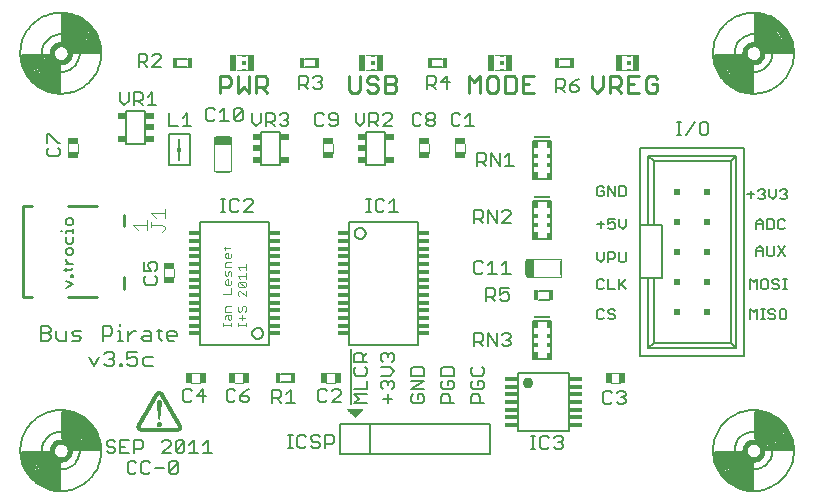
<source format=gto>
G75*
G70*
%OFA0B0*%
%FSLAX24Y24*%
%IPPOS*%
%LPD*%
%AMOC8*
5,1,8,0,0,1.08239X$1,22.5*
%
%ADD10C,0.0110*%
%ADD11C,0.0040*%
%ADD12C,0.0070*%
%ADD13C,0.0060*%
%ADD14C,0.0050*%
%ADD15R,0.0160X0.0340*%
%ADD16R,0.0118X0.0059*%
%ADD17R,0.0118X0.0118*%
%ADD18R,0.0236X0.0531*%
%ADD19R,0.0374X0.0197*%
%ADD20R,0.0374X0.0197*%
%ADD21R,0.0197X0.0374*%
%ADD22R,0.0197X0.0374*%
%ADD23R,0.0079X0.0472*%
%ADD24R,0.0256X0.0591*%
%ADD25R,0.0118X0.0157*%
%ADD26R,0.0472X0.0079*%
%ADD27R,0.0591X0.0256*%
%ADD28C,0.0080*%
%ADD29R,0.0423X0.0118*%
%ADD30C,0.0362*%
%ADD31R,0.0006X0.0006*%
%ADD32R,0.0006X0.0006*%
%ADD33R,0.0006X0.0006*%
%ADD34R,0.0006X0.0006*%
%ADD35C,0.0180*%
%ADD36C,0.0100*%
%ADD37R,0.0118X0.0236*%
%ADD38R,0.0118X0.0197*%
%ADD39R,0.0551X0.0039*%
%ADD40R,0.0551X0.0079*%
%ADD41R,0.0039X0.0079*%
%ADD42R,0.0200X0.0200*%
%ADD43C,0.0025*%
%ADD44R,0.0368X0.0128*%
%ADD45R,0.0256X0.0197*%
D10*
X008183Y018218D02*
X008183Y018769D01*
X008458Y018769D01*
X008550Y018677D01*
X008550Y018494D01*
X008458Y018402D01*
X008183Y018402D01*
X008791Y018218D02*
X008974Y018402D01*
X009158Y018218D01*
X009158Y018769D01*
X009398Y018769D02*
X009674Y018769D01*
X009765Y018677D01*
X009765Y018494D01*
X009674Y018402D01*
X009398Y018402D01*
X009398Y018218D02*
X009398Y018769D01*
X009582Y018402D02*
X009765Y018218D01*
X008791Y018218D02*
X008791Y018769D01*
X012483Y018769D02*
X012483Y018310D01*
X012575Y018218D01*
X012758Y018218D01*
X012850Y018310D01*
X012850Y018769D01*
X013091Y018677D02*
X013091Y018585D01*
X013182Y018494D01*
X013366Y018494D01*
X013458Y018402D01*
X013458Y018310D01*
X013366Y018218D01*
X013182Y018218D01*
X013091Y018310D01*
X013091Y018677D02*
X013182Y018769D01*
X013366Y018769D01*
X013458Y018677D01*
X013698Y018769D02*
X013974Y018769D01*
X014065Y018677D01*
X014065Y018585D01*
X013974Y018494D01*
X013698Y018494D01*
X013698Y018769D02*
X013698Y018218D01*
X013974Y018218D01*
X014065Y018310D01*
X014065Y018402D01*
X013974Y018494D01*
X016483Y018218D02*
X016483Y018769D01*
X016666Y018585D01*
X016850Y018769D01*
X016850Y018218D01*
X017091Y018310D02*
X017182Y018218D01*
X017366Y018218D01*
X017458Y018310D01*
X017458Y018677D01*
X017366Y018769D01*
X017182Y018769D01*
X017091Y018677D01*
X017091Y018310D01*
X017698Y018218D02*
X017698Y018769D01*
X017974Y018769D01*
X018065Y018677D01*
X018065Y018310D01*
X017974Y018218D01*
X017698Y018218D01*
X018306Y018218D02*
X018673Y018218D01*
X018490Y018494D02*
X018306Y018494D01*
X018306Y018769D02*
X018306Y018218D01*
X018306Y018769D02*
X018673Y018769D01*
X020583Y018769D02*
X020583Y018402D01*
X020766Y018218D01*
X020950Y018402D01*
X020950Y018769D01*
X021191Y018769D02*
X021466Y018769D01*
X021558Y018677D01*
X021558Y018494D01*
X021466Y018402D01*
X021191Y018402D01*
X021374Y018402D02*
X021558Y018218D01*
X021798Y018218D02*
X022165Y018218D01*
X022406Y018310D02*
X022498Y018218D01*
X022681Y018218D01*
X022773Y018310D01*
X022773Y018494D01*
X022590Y018494D01*
X022773Y018677D02*
X022681Y018769D01*
X022498Y018769D01*
X022406Y018677D01*
X022406Y018310D01*
X021982Y018494D02*
X021798Y018494D01*
X021798Y018769D02*
X021798Y018218D01*
X021191Y018218D02*
X021191Y018769D01*
X021798Y018769D02*
X022165Y018769D01*
D11*
X021955Y018967D02*
X021591Y018967D01*
X021601Y019459D02*
X021955Y019459D01*
X017705Y019459D02*
X017351Y019459D01*
X017341Y018967D02*
X017705Y018967D01*
X016343Y016504D02*
X016343Y016223D01*
X016008Y016223D02*
X016008Y016504D01*
X015148Y016504D02*
X015148Y016223D01*
X014813Y016223D02*
X014813Y016504D01*
X011948Y016504D02*
X011948Y016223D01*
X011613Y016223D02*
X011613Y016504D01*
X008573Y016734D02*
X008573Y015593D01*
X007983Y015593D01*
X007983Y016734D01*
X008573Y016734D01*
X008741Y018967D02*
X009105Y018967D01*
X009105Y019459D02*
X008751Y019459D01*
X013051Y019459D02*
X013405Y019459D01*
X013405Y018967D02*
X013041Y018967D01*
X006348Y014355D02*
X006348Y014048D01*
X006348Y014201D02*
X005888Y014201D01*
X006041Y014048D01*
X005888Y013894D02*
X005888Y013741D01*
X005888Y013818D02*
X006272Y013818D01*
X006348Y013741D01*
X006348Y013664D01*
X006272Y013587D01*
X005758Y013654D02*
X005758Y013961D01*
X005758Y013808D02*
X005297Y013808D01*
X005451Y013654D01*
X006313Y012354D02*
X006313Y012073D01*
X006648Y012073D02*
X006648Y012354D01*
X008371Y012398D02*
X008371Y012538D01*
X008418Y012584D01*
X008558Y012584D01*
X008511Y012692D02*
X008418Y012692D01*
X008371Y012739D01*
X008371Y012832D01*
X008418Y012879D01*
X008465Y012879D01*
X008465Y012692D01*
X008511Y012692D02*
X008558Y012739D01*
X008558Y012832D01*
X008511Y013034D02*
X008558Y013080D01*
X008511Y013034D02*
X008325Y013034D01*
X008371Y012987D02*
X008371Y013080D01*
X008371Y012398D02*
X008558Y012398D01*
X008511Y012290D02*
X008465Y012243D01*
X008465Y012150D01*
X008418Y012103D01*
X008371Y012150D01*
X008371Y012290D01*
X008511Y012290D02*
X008558Y012243D01*
X008558Y012103D01*
X008465Y011995D02*
X008465Y011808D01*
X008511Y011808D02*
X008418Y011808D01*
X008371Y011855D01*
X008371Y011949D01*
X008418Y011995D01*
X008465Y011995D01*
X008558Y011949D02*
X008558Y011855D01*
X008511Y011808D01*
X008558Y011701D02*
X008558Y011514D01*
X008278Y011514D01*
X008778Y011480D02*
X008825Y011433D01*
X008778Y011480D02*
X008778Y011574D01*
X008825Y011620D01*
X008871Y011620D01*
X009058Y011433D01*
X009058Y011620D01*
X009011Y011728D02*
X008825Y011728D01*
X008778Y011775D01*
X008778Y011868D01*
X008825Y011915D01*
X009011Y011728D01*
X009058Y011775D01*
X009058Y011868D01*
X009011Y011915D01*
X008825Y011915D01*
X008871Y012023D02*
X008778Y012116D01*
X009058Y012116D01*
X009058Y012023D02*
X009058Y012209D01*
X009058Y012317D02*
X009058Y012504D01*
X009058Y012411D02*
X008778Y012411D01*
X008871Y012317D01*
X008825Y011111D02*
X008778Y011065D01*
X008778Y010971D01*
X008825Y010924D01*
X008871Y010924D01*
X008918Y010971D01*
X008918Y011065D01*
X008965Y011111D01*
X009011Y011111D01*
X009058Y011065D01*
X009058Y010971D01*
X009011Y010924D01*
X008918Y010817D02*
X008918Y010630D01*
X008825Y010723D02*
X009011Y010723D01*
X009058Y010527D02*
X009058Y010433D01*
X009058Y010480D02*
X008778Y010480D01*
X008778Y010433D02*
X008778Y010527D01*
X008558Y010527D02*
X008558Y010433D01*
X008558Y010480D02*
X008278Y010480D01*
X008278Y010433D02*
X008278Y010527D01*
X008371Y010676D02*
X008371Y010770D01*
X008418Y010817D01*
X008558Y010817D01*
X008558Y010676D01*
X008511Y010630D01*
X008465Y010676D01*
X008465Y010817D01*
X008558Y010924D02*
X008371Y010924D01*
X008371Y011065D01*
X008418Y011111D01*
X008558Y011111D01*
X008688Y008878D02*
X008968Y008878D01*
X008968Y008543D02*
X008688Y008543D01*
X007518Y008543D02*
X007238Y008543D01*
X007238Y008878D02*
X007518Y008878D01*
X011738Y008878D02*
X012018Y008878D01*
X012018Y008543D02*
X011738Y008543D01*
X018407Y012068D02*
X018407Y012659D01*
X019549Y012659D01*
X019549Y012068D01*
X018407Y012068D01*
X021238Y008883D02*
X021518Y008883D01*
X021518Y008548D02*
X021238Y008548D01*
X003448Y016223D02*
X003448Y016504D01*
X003113Y016504D02*
X003113Y016223D01*
D12*
X004873Y010521D02*
X004873Y010439D01*
X004873Y010275D02*
X004873Y009948D01*
X004791Y009948D02*
X004955Y009948D01*
X005135Y009948D02*
X005135Y010275D01*
X005135Y010112D02*
X005298Y010275D01*
X005380Y010275D01*
X005646Y010275D02*
X005810Y010275D01*
X005892Y010194D01*
X005892Y009948D01*
X005646Y009948D01*
X005565Y010030D01*
X005646Y010112D01*
X005892Y010112D01*
X006080Y010275D02*
X006244Y010275D01*
X006162Y010357D02*
X006162Y010030D01*
X006244Y009948D01*
X006424Y010030D02*
X006424Y010194D01*
X006506Y010275D01*
X006669Y010275D01*
X006751Y010194D01*
X006751Y010112D01*
X006424Y010112D01*
X006424Y010030D02*
X006506Y009948D01*
X006669Y009948D01*
X005945Y009425D02*
X005699Y009425D01*
X005618Y009344D01*
X005618Y009180D01*
X005699Y009098D01*
X005945Y009098D01*
X005429Y009180D02*
X005347Y009098D01*
X005184Y009098D01*
X005102Y009180D01*
X005102Y009344D02*
X005266Y009425D01*
X005347Y009425D01*
X005429Y009344D01*
X005429Y009180D01*
X005102Y009344D02*
X005102Y009589D01*
X005429Y009589D01*
X004926Y009180D02*
X004926Y009098D01*
X004844Y009098D01*
X004844Y009180D01*
X004926Y009180D01*
X004656Y009180D02*
X004574Y009098D01*
X004410Y009098D01*
X004329Y009180D01*
X004492Y009344D02*
X004574Y009344D01*
X004656Y009262D01*
X004656Y009180D01*
X004574Y009344D02*
X004656Y009425D01*
X004656Y009507D01*
X004574Y009589D01*
X004410Y009589D01*
X004329Y009507D01*
X004140Y009425D02*
X003976Y009098D01*
X003813Y009425D01*
X003489Y009948D02*
X003244Y009948D01*
X003326Y010112D02*
X003244Y010194D01*
X003326Y010275D01*
X003571Y010275D01*
X003489Y010112D02*
X003326Y010112D01*
X003489Y010112D02*
X003571Y010030D01*
X003489Y009948D01*
X003056Y009948D02*
X003056Y010275D01*
X003056Y009948D02*
X002810Y009948D01*
X002729Y010030D01*
X002729Y010275D01*
X002540Y010275D02*
X002458Y010194D01*
X002213Y010194D01*
X002213Y010439D02*
X002213Y009948D01*
X002458Y009948D01*
X002540Y010030D01*
X002540Y010112D01*
X002458Y010194D01*
X002540Y010275D02*
X002540Y010357D01*
X002458Y010439D01*
X002213Y010439D01*
X004276Y010439D02*
X004276Y009948D01*
X004276Y010112D02*
X004521Y010112D01*
X004602Y010194D01*
X004602Y010357D01*
X004521Y010439D01*
X004276Y010439D01*
X004791Y010275D02*
X004873Y010275D01*
D13*
X005181Y005493D02*
X005328Y005493D01*
X005402Y005567D01*
X005568Y005567D02*
X005642Y005493D01*
X005789Y005493D01*
X005862Y005567D01*
X006029Y005714D02*
X006322Y005714D01*
X006489Y005860D02*
X006562Y005934D01*
X006709Y005934D01*
X006783Y005860D01*
X006489Y005567D01*
X006562Y005493D01*
X006709Y005493D01*
X006783Y005567D01*
X006783Y005860D01*
X006489Y005860D02*
X006489Y005567D01*
X005862Y005860D02*
X005789Y005934D01*
X005642Y005934D01*
X005568Y005860D01*
X005568Y005567D01*
X005402Y005860D02*
X005328Y005934D01*
X005181Y005934D01*
X005108Y005860D01*
X005108Y005567D01*
X005181Y005493D01*
X005162Y006193D02*
X004868Y006193D01*
X004868Y006634D01*
X005162Y006634D01*
X005329Y006634D02*
X005549Y006634D01*
X005622Y006560D01*
X005622Y006414D01*
X005549Y006340D01*
X005329Y006340D01*
X005329Y006193D02*
X005329Y006634D01*
X005015Y006414D02*
X004868Y006414D01*
X004702Y006340D02*
X004628Y006414D01*
X004481Y006414D01*
X004408Y006487D01*
X004408Y006560D01*
X004481Y006634D01*
X004628Y006634D01*
X004702Y006560D01*
X004702Y006340D02*
X004702Y006267D01*
X004628Y006193D01*
X004481Y006193D01*
X004408Y006267D01*
X001533Y006289D02*
X001535Y006362D01*
X001541Y006435D01*
X001551Y006507D01*
X001565Y006579D01*
X001582Y006650D01*
X001604Y006720D01*
X001629Y006789D01*
X001658Y006856D01*
X001690Y006921D01*
X001726Y006985D01*
X001766Y007047D01*
X001808Y007106D01*
X001854Y007163D01*
X001903Y007217D01*
X001955Y007269D01*
X002009Y007318D01*
X002066Y007364D01*
X002125Y007406D01*
X002187Y007446D01*
X002251Y007482D01*
X002316Y007514D01*
X002383Y007543D01*
X002452Y007568D01*
X002522Y007590D01*
X002593Y007607D01*
X002665Y007621D01*
X002737Y007631D01*
X002810Y007637D01*
X002883Y007639D01*
X002956Y007637D01*
X003029Y007631D01*
X003101Y007621D01*
X003173Y007607D01*
X003244Y007590D01*
X003314Y007568D01*
X003383Y007543D01*
X003450Y007514D01*
X003515Y007482D01*
X003579Y007446D01*
X003641Y007406D01*
X003700Y007364D01*
X003757Y007318D01*
X003811Y007269D01*
X003863Y007217D01*
X003912Y007163D01*
X003958Y007106D01*
X004000Y007047D01*
X004040Y006985D01*
X004076Y006921D01*
X004108Y006856D01*
X004137Y006789D01*
X004162Y006720D01*
X004184Y006650D01*
X004201Y006579D01*
X004215Y006507D01*
X004225Y006435D01*
X004231Y006362D01*
X004233Y006289D01*
X004231Y006216D01*
X004225Y006143D01*
X004215Y006071D01*
X004201Y005999D01*
X004184Y005928D01*
X004162Y005858D01*
X004137Y005789D01*
X004108Y005722D01*
X004076Y005657D01*
X004040Y005593D01*
X004000Y005531D01*
X003958Y005472D01*
X003912Y005415D01*
X003863Y005361D01*
X003811Y005309D01*
X003757Y005260D01*
X003700Y005214D01*
X003641Y005172D01*
X003579Y005132D01*
X003515Y005096D01*
X003450Y005064D01*
X003383Y005035D01*
X003314Y005010D01*
X003244Y004988D01*
X003173Y004971D01*
X003101Y004957D01*
X003029Y004947D01*
X002956Y004941D01*
X002883Y004939D01*
X002810Y004941D01*
X002737Y004947D01*
X002665Y004957D01*
X002593Y004971D01*
X002522Y004988D01*
X002452Y005010D01*
X002383Y005035D01*
X002316Y005064D01*
X002251Y005096D01*
X002187Y005132D01*
X002125Y005172D01*
X002066Y005214D01*
X002009Y005260D01*
X001955Y005309D01*
X001903Y005361D01*
X001854Y005415D01*
X001808Y005472D01*
X001766Y005531D01*
X001726Y005593D01*
X001690Y005657D01*
X001658Y005722D01*
X001629Y005789D01*
X001604Y005858D01*
X001582Y005928D01*
X001565Y005999D01*
X001551Y006071D01*
X001541Y006143D01*
X001535Y006216D01*
X001533Y006289D01*
X006249Y006193D02*
X006543Y006487D01*
X006543Y006560D01*
X006470Y006634D01*
X006323Y006634D01*
X006249Y006560D01*
X006249Y006193D02*
X006543Y006193D01*
X006710Y006267D02*
X007003Y006560D01*
X007003Y006267D01*
X006930Y006193D01*
X006783Y006193D01*
X006710Y006267D01*
X006710Y006560D01*
X006783Y006634D01*
X006930Y006634D01*
X007003Y006560D01*
X007170Y006487D02*
X007317Y006634D01*
X007317Y006193D01*
X007170Y006193D02*
X007464Y006193D01*
X007631Y006193D02*
X007924Y006193D01*
X007777Y006193D02*
X007777Y006634D01*
X007631Y006487D01*
X007639Y007893D02*
X007639Y008334D01*
X007418Y008114D01*
X007712Y008114D01*
X007252Y008260D02*
X007178Y008334D01*
X007031Y008334D01*
X006958Y008260D01*
X006958Y007967D01*
X007031Y007893D01*
X007178Y007893D01*
X007252Y007967D01*
X008408Y007967D02*
X008481Y007893D01*
X008628Y007893D01*
X008702Y007967D01*
X008868Y007967D02*
X008942Y007893D01*
X009089Y007893D01*
X009162Y007967D01*
X009162Y008040D01*
X009089Y008114D01*
X008868Y008114D01*
X008868Y007967D01*
X008868Y008114D02*
X009015Y008260D01*
X009162Y008334D01*
X008702Y008260D02*
X008628Y008334D01*
X008481Y008334D01*
X008408Y008260D01*
X008408Y007967D01*
X009937Y008030D02*
X010157Y008030D01*
X010231Y008104D01*
X010231Y008250D01*
X010157Y008324D01*
X009937Y008324D01*
X009937Y007883D01*
X010084Y008030D02*
X010231Y007883D01*
X010398Y007883D02*
X010691Y007883D01*
X010544Y007883D02*
X010544Y008324D01*
X010398Y008177D01*
X010548Y008573D02*
X010208Y008573D01*
X010208Y008854D02*
X010548Y008854D01*
X011458Y008260D02*
X011458Y007967D01*
X011531Y007893D01*
X011678Y007893D01*
X011752Y007967D01*
X011918Y007893D02*
X012212Y008187D01*
X012212Y008260D01*
X012139Y008334D01*
X011992Y008334D01*
X011918Y008260D01*
X011752Y008260D02*
X011678Y008334D01*
X011531Y008334D01*
X011458Y008260D01*
X011918Y007893D02*
X012212Y007893D01*
X012543Y007839D02*
X012543Y009681D01*
X012476Y009816D02*
X012476Y013911D01*
X014780Y013911D01*
X014780Y009816D01*
X012476Y009816D01*
X012736Y009544D02*
X012883Y009544D01*
X012956Y009471D01*
X012956Y009250D01*
X013103Y009250D02*
X012662Y009250D01*
X012662Y009471D01*
X012736Y009544D01*
X012956Y009397D02*
X013103Y009544D01*
X013562Y009471D02*
X013562Y009324D01*
X013636Y009250D01*
X013562Y009084D02*
X013856Y009084D01*
X014003Y008937D01*
X013856Y008790D01*
X013562Y008790D01*
X013636Y008623D02*
X013709Y008623D01*
X013783Y008550D01*
X013856Y008623D01*
X013929Y008623D01*
X014003Y008550D01*
X014003Y008403D01*
X013929Y008330D01*
X013783Y008476D02*
X013783Y008550D01*
X013636Y008623D02*
X013562Y008550D01*
X013562Y008403D01*
X013636Y008330D01*
X013783Y008163D02*
X013783Y007869D01*
X013636Y008016D02*
X013929Y008016D01*
X014562Y007943D02*
X014636Y007869D01*
X014929Y007869D01*
X015003Y007943D01*
X015003Y008090D01*
X014929Y008163D01*
X014783Y008163D01*
X014783Y008016D01*
X014636Y008163D02*
X014562Y008090D01*
X014562Y007943D01*
X014562Y008330D02*
X015003Y008623D01*
X014562Y008623D01*
X014562Y008790D02*
X014562Y009010D01*
X014636Y009084D01*
X014929Y009084D01*
X015003Y009010D01*
X015003Y008790D01*
X014562Y008790D01*
X014562Y008330D02*
X015003Y008330D01*
X015562Y008403D02*
X015636Y008330D01*
X015929Y008330D01*
X016003Y008403D01*
X016003Y008550D01*
X015929Y008623D01*
X015783Y008623D01*
X015783Y008476D01*
X015636Y008623D02*
X015562Y008550D01*
X015562Y008403D01*
X015636Y008163D02*
X015783Y008163D01*
X015856Y008090D01*
X015856Y007869D01*
X016003Y007869D02*
X015562Y007869D01*
X015562Y008090D01*
X015636Y008163D01*
X016562Y008090D02*
X016562Y007869D01*
X017003Y007869D01*
X016856Y007869D02*
X016856Y008090D01*
X016783Y008163D01*
X016636Y008163D01*
X016562Y008090D01*
X016636Y008330D02*
X016929Y008330D01*
X017003Y008403D01*
X017003Y008550D01*
X016929Y008623D01*
X016783Y008623D01*
X016783Y008476D01*
X016636Y008330D02*
X016562Y008403D01*
X016562Y008550D01*
X016636Y008623D01*
X016636Y008790D02*
X016929Y008790D01*
X017003Y008863D01*
X017003Y009010D01*
X016929Y009084D01*
X016636Y009084D02*
X016562Y009010D01*
X016562Y008863D01*
X016636Y008790D01*
X016003Y008790D02*
X016003Y009010D01*
X015929Y009084D01*
X015636Y009084D01*
X015562Y009010D01*
X015562Y008790D01*
X016003Y008790D01*
X016663Y009769D02*
X016663Y010210D01*
X016883Y010210D01*
X016956Y010136D01*
X016956Y009990D01*
X016883Y009916D01*
X016663Y009916D01*
X016810Y009916D02*
X016956Y009769D01*
X017123Y009769D02*
X017123Y010210D01*
X017417Y009769D01*
X017417Y010210D01*
X017583Y010136D02*
X017657Y010210D01*
X017804Y010210D01*
X017877Y010136D01*
X017877Y010063D01*
X017804Y009990D01*
X017877Y009916D01*
X017877Y009843D01*
X017804Y009769D01*
X017657Y009769D01*
X017583Y009843D01*
X017730Y009990D02*
X017804Y009990D01*
X017743Y011269D02*
X017596Y011269D01*
X017523Y011343D01*
X017523Y011490D02*
X017670Y011563D01*
X017743Y011563D01*
X017817Y011490D01*
X017817Y011343D01*
X017743Y011269D01*
X017523Y011490D02*
X017523Y011710D01*
X017817Y011710D01*
X017356Y011636D02*
X017356Y011490D01*
X017283Y011416D01*
X017063Y011416D01*
X017210Y011416D02*
X017356Y011269D01*
X017063Y011269D02*
X017063Y011710D01*
X017283Y011710D01*
X017356Y011636D01*
X017417Y012169D02*
X017123Y012169D01*
X017270Y012169D02*
X017270Y012610D01*
X017123Y012463D01*
X016956Y012536D02*
X016883Y012610D01*
X016736Y012610D01*
X016663Y012536D01*
X016663Y012243D01*
X016736Y012169D01*
X016883Y012169D01*
X016956Y012243D01*
X017583Y012169D02*
X017877Y012169D01*
X017730Y012169D02*
X017730Y012610D01*
X017583Y012463D01*
X018808Y011604D02*
X019148Y011604D01*
X019148Y011323D02*
X018808Y011323D01*
X022196Y012028D02*
X022196Y009437D01*
X025660Y009437D01*
X025660Y016390D01*
X022196Y016390D01*
X022196Y013799D01*
X022649Y013799D01*
X022920Y013799D01*
X022920Y012028D01*
X022196Y012028D01*
X022196Y013799D01*
X022467Y013799D02*
X022467Y016118D01*
X022649Y015937D01*
X022649Y013799D01*
X022649Y012028D02*
X022649Y009890D01*
X022467Y009709D01*
X022467Y012028D01*
X022649Y009890D02*
X025208Y009890D01*
X025389Y009709D01*
X022467Y009709D01*
X021639Y008284D02*
X021712Y008210D01*
X021712Y008137D01*
X021639Y008064D01*
X021712Y007990D01*
X021712Y007917D01*
X021639Y007843D01*
X021492Y007843D01*
X021418Y007917D01*
X021252Y007917D02*
X021178Y007843D01*
X021031Y007843D01*
X020958Y007917D01*
X020958Y008210D01*
X021031Y008284D01*
X021178Y008284D01*
X021252Y008210D01*
X021418Y008210D02*
X021492Y008284D01*
X021639Y008284D01*
X021639Y008064D02*
X021565Y008064D01*
X019619Y006710D02*
X019545Y006784D01*
X019399Y006784D01*
X019325Y006710D01*
X019159Y006710D02*
X019085Y006784D01*
X018938Y006784D01*
X018865Y006710D01*
X018865Y006417D01*
X018938Y006343D01*
X019085Y006343D01*
X019159Y006417D01*
X019325Y006417D02*
X019399Y006343D01*
X019545Y006343D01*
X019619Y006417D01*
X019619Y006490D01*
X019545Y006564D01*
X019472Y006564D01*
X019545Y006564D02*
X019619Y006637D01*
X019619Y006710D01*
X018705Y006784D02*
X018558Y006784D01*
X018631Y006784D02*
X018631Y006343D01*
X018558Y006343D02*
X018705Y006343D01*
X014003Y009324D02*
X013929Y009250D01*
X014003Y009324D02*
X014003Y009471D01*
X013929Y009544D01*
X013856Y009544D01*
X013783Y009471D01*
X013783Y009397D01*
X013783Y009471D02*
X013709Y009544D01*
X013636Y009544D01*
X013562Y009471D01*
X013103Y009010D02*
X013029Y009084D01*
X013103Y009010D02*
X013103Y008863D01*
X013029Y008790D01*
X012736Y008790D01*
X012662Y008863D01*
X012662Y009010D01*
X012736Y009084D01*
X013103Y008623D02*
X013103Y008330D01*
X012662Y008330D01*
X012662Y008163D02*
X013103Y008163D01*
X013103Y007869D02*
X012662Y007869D01*
X012809Y008016D01*
X012662Y008163D01*
X011911Y006810D02*
X011690Y006810D01*
X011690Y006369D01*
X011690Y006516D02*
X011911Y006516D01*
X011984Y006590D01*
X011984Y006736D01*
X011911Y006810D01*
X011524Y006736D02*
X011450Y006810D01*
X011303Y006810D01*
X011230Y006736D01*
X011230Y006663D01*
X011303Y006590D01*
X011450Y006590D01*
X011524Y006516D01*
X011524Y006443D01*
X011450Y006369D01*
X011303Y006369D01*
X011230Y006443D01*
X011063Y006443D02*
X010990Y006369D01*
X010843Y006369D01*
X010770Y006443D01*
X010770Y006736D01*
X010843Y006810D01*
X010990Y006810D01*
X011063Y006736D01*
X010610Y006810D02*
X010463Y006810D01*
X010536Y006810D02*
X010536Y006369D01*
X010463Y006369D02*
X010610Y006369D01*
X009830Y009816D02*
X007526Y009816D01*
X007526Y013911D01*
X009830Y013911D01*
X009830Y009816D01*
X009265Y010200D02*
X009267Y010226D01*
X009273Y010252D01*
X009282Y010277D01*
X009295Y010300D01*
X009311Y010321D01*
X009330Y010339D01*
X009352Y010355D01*
X009375Y010367D01*
X009400Y010375D01*
X009426Y010380D01*
X009453Y010381D01*
X009479Y010378D01*
X009504Y010371D01*
X009529Y010361D01*
X009551Y010347D01*
X009572Y010330D01*
X009589Y010311D01*
X009604Y010289D01*
X009615Y010265D01*
X009623Y010239D01*
X009627Y010213D01*
X009627Y010187D01*
X009623Y010161D01*
X009615Y010135D01*
X009604Y010111D01*
X009589Y010089D01*
X009572Y010070D01*
X009551Y010053D01*
X009529Y010039D01*
X009504Y010029D01*
X009479Y010022D01*
X009453Y010019D01*
X009426Y010020D01*
X009400Y010025D01*
X009375Y010033D01*
X009352Y010045D01*
X009330Y010061D01*
X009311Y010079D01*
X009295Y010100D01*
X009282Y010123D01*
X009273Y010148D01*
X009267Y010174D01*
X009265Y010200D01*
X006098Y011896D02*
X006098Y012043D01*
X006025Y012116D01*
X006025Y012283D02*
X006098Y012356D01*
X006098Y012503D01*
X006025Y012577D01*
X005878Y012577D01*
X005804Y012503D01*
X005804Y012430D01*
X005878Y012283D01*
X005658Y012283D01*
X005658Y012577D01*
X005731Y012116D02*
X005658Y012043D01*
X005658Y011896D01*
X005731Y011823D01*
X006025Y011823D01*
X006098Y011896D01*
X008221Y014243D02*
X008368Y014243D01*
X008295Y014243D02*
X008295Y014684D01*
X008368Y014684D02*
X008221Y014684D01*
X008528Y014610D02*
X008528Y014317D01*
X008602Y014243D01*
X008748Y014243D01*
X008822Y014317D01*
X008989Y014243D02*
X009282Y014537D01*
X009282Y014610D01*
X009209Y014684D01*
X009062Y014684D01*
X008989Y014610D01*
X008822Y014610D02*
X008748Y014684D01*
X008602Y014684D01*
X008528Y014610D01*
X008989Y014243D02*
X009282Y014243D01*
X009559Y015804D02*
X009559Y015841D01*
X009559Y015804D02*
X009559Y016923D01*
X009559Y016886D01*
X009559Y016923D02*
X010197Y016923D01*
X010197Y016886D01*
X010197Y016923D02*
X010197Y015804D01*
X010197Y015841D01*
X010197Y015804D02*
X009559Y015804D01*
X009559Y016158D02*
X009559Y016195D01*
X010197Y016158D02*
X010197Y016569D01*
X009559Y016569D02*
X009559Y016532D01*
X009405Y017093D02*
X009552Y017240D01*
X009552Y017534D01*
X009718Y017534D02*
X009939Y017534D01*
X010012Y017460D01*
X010012Y017314D01*
X009939Y017240D01*
X009718Y017240D01*
X009718Y017093D02*
X009718Y017534D01*
X009865Y017240D02*
X010012Y017093D01*
X010179Y017167D02*
X010252Y017093D01*
X010399Y017093D01*
X010472Y017167D01*
X010472Y017240D01*
X010399Y017314D01*
X010326Y017314D01*
X010399Y017314D02*
X010472Y017387D01*
X010472Y017460D01*
X010399Y017534D01*
X010252Y017534D01*
X010179Y017460D01*
X009405Y017093D02*
X009258Y017240D01*
X009258Y017534D01*
X008942Y017644D02*
X008649Y017351D01*
X008722Y017277D01*
X008869Y017277D01*
X008942Y017351D01*
X008942Y017644D01*
X008869Y017718D01*
X008722Y017718D01*
X008649Y017644D01*
X008649Y017351D01*
X008482Y017277D02*
X008188Y017277D01*
X008335Y017277D02*
X008335Y017718D01*
X008188Y017571D01*
X008022Y017644D02*
X007948Y017718D01*
X007801Y017718D01*
X007728Y017644D01*
X007728Y017351D01*
X007801Y017277D01*
X007948Y017277D01*
X008022Y017351D01*
X007237Y017093D02*
X006943Y017093D01*
X007090Y017093D02*
X007090Y017534D01*
X006943Y017387D01*
X006777Y017093D02*
X006483Y017093D01*
X006483Y017534D01*
X006072Y017793D02*
X005779Y017793D01*
X005926Y017793D02*
X005926Y018234D01*
X005779Y018087D01*
X005612Y018160D02*
X005612Y018014D01*
X005539Y017940D01*
X005318Y017940D01*
X005318Y017793D02*
X005318Y018234D01*
X005539Y018234D01*
X005612Y018160D01*
X005465Y017940D02*
X005612Y017793D01*
X005697Y017623D02*
X005697Y017586D01*
X005697Y017623D02*
X005697Y016504D01*
X005697Y016541D01*
X005697Y016504D02*
X005059Y016504D01*
X005059Y016541D01*
X005059Y016504D02*
X005059Y017623D01*
X005059Y017586D01*
X005059Y017623D02*
X005697Y017623D01*
X005152Y017940D02*
X005152Y018234D01*
X005152Y017940D02*
X005005Y017793D01*
X004858Y017940D01*
X004858Y018234D01*
X005059Y017269D02*
X005059Y016858D01*
X005697Y016858D02*
X005697Y016895D01*
X005697Y017232D02*
X005697Y017269D01*
X002848Y016554D02*
X002775Y016554D01*
X002481Y016847D01*
X002408Y016847D01*
X002408Y016554D01*
X002481Y016387D02*
X002408Y016314D01*
X002408Y016167D01*
X002481Y016093D01*
X002775Y016093D01*
X002848Y016167D01*
X002848Y016314D01*
X002775Y016387D01*
X005477Y019083D02*
X005477Y019524D01*
X005697Y019524D01*
X005771Y019450D01*
X005771Y019304D01*
X005697Y019230D01*
X005477Y019230D01*
X005624Y019230D02*
X005771Y019083D01*
X005938Y019083D02*
X006231Y019377D01*
X006231Y019450D01*
X006158Y019524D01*
X006011Y019524D01*
X005938Y019450D01*
X005938Y019083D02*
X006231Y019083D01*
X006758Y019073D02*
X007098Y019073D01*
X007098Y019354D02*
X006758Y019354D01*
X001533Y019537D02*
X001535Y019610D01*
X001541Y019683D01*
X001551Y019755D01*
X001565Y019827D01*
X001582Y019898D01*
X001604Y019968D01*
X001629Y020037D01*
X001658Y020104D01*
X001690Y020169D01*
X001726Y020233D01*
X001766Y020295D01*
X001808Y020354D01*
X001854Y020411D01*
X001903Y020465D01*
X001955Y020517D01*
X002009Y020566D01*
X002066Y020612D01*
X002125Y020654D01*
X002187Y020694D01*
X002251Y020730D01*
X002316Y020762D01*
X002383Y020791D01*
X002452Y020816D01*
X002522Y020838D01*
X002593Y020855D01*
X002665Y020869D01*
X002737Y020879D01*
X002810Y020885D01*
X002883Y020887D01*
X002956Y020885D01*
X003029Y020879D01*
X003101Y020869D01*
X003173Y020855D01*
X003244Y020838D01*
X003314Y020816D01*
X003383Y020791D01*
X003450Y020762D01*
X003515Y020730D01*
X003579Y020694D01*
X003641Y020654D01*
X003700Y020612D01*
X003757Y020566D01*
X003811Y020517D01*
X003863Y020465D01*
X003912Y020411D01*
X003958Y020354D01*
X004000Y020295D01*
X004040Y020233D01*
X004076Y020169D01*
X004108Y020104D01*
X004137Y020037D01*
X004162Y019968D01*
X004184Y019898D01*
X004201Y019827D01*
X004215Y019755D01*
X004225Y019683D01*
X004231Y019610D01*
X004233Y019537D01*
X004231Y019464D01*
X004225Y019391D01*
X004215Y019319D01*
X004201Y019247D01*
X004184Y019176D01*
X004162Y019106D01*
X004137Y019037D01*
X004108Y018970D01*
X004076Y018905D01*
X004040Y018841D01*
X004000Y018779D01*
X003958Y018720D01*
X003912Y018663D01*
X003863Y018609D01*
X003811Y018557D01*
X003757Y018508D01*
X003700Y018462D01*
X003641Y018420D01*
X003579Y018380D01*
X003515Y018344D01*
X003450Y018312D01*
X003383Y018283D01*
X003314Y018258D01*
X003244Y018236D01*
X003173Y018219D01*
X003101Y018205D01*
X003029Y018195D01*
X002956Y018189D01*
X002883Y018187D01*
X002810Y018189D01*
X002737Y018195D01*
X002665Y018205D01*
X002593Y018219D01*
X002522Y018236D01*
X002452Y018258D01*
X002383Y018283D01*
X002316Y018312D01*
X002251Y018344D01*
X002187Y018380D01*
X002125Y018420D01*
X002066Y018462D01*
X002009Y018508D01*
X001955Y018557D01*
X001903Y018609D01*
X001854Y018663D01*
X001808Y018720D01*
X001766Y018779D01*
X001726Y018841D01*
X001690Y018905D01*
X001658Y018970D01*
X001629Y019037D01*
X001604Y019106D01*
X001582Y019176D01*
X001565Y019247D01*
X001551Y019319D01*
X001541Y019391D01*
X001535Y019464D01*
X001533Y019537D01*
X010837Y018784D02*
X010837Y018343D01*
X010837Y018490D02*
X011057Y018490D01*
X011131Y018564D01*
X011131Y018710D01*
X011057Y018784D01*
X010837Y018784D01*
X011008Y019073D02*
X011348Y019073D01*
X011348Y019354D02*
X011008Y019354D01*
X011371Y018784D02*
X011518Y018784D01*
X011591Y018710D01*
X011591Y018637D01*
X011518Y018564D01*
X011591Y018490D01*
X011591Y018417D01*
X011518Y018343D01*
X011371Y018343D01*
X011298Y018417D01*
X011131Y018343D02*
X010984Y018490D01*
X011298Y018710D02*
X011371Y018784D01*
X011444Y018564D02*
X011518Y018564D01*
X011578Y017534D02*
X011431Y017534D01*
X011358Y017460D01*
X011358Y017167D01*
X011431Y017093D01*
X011578Y017093D01*
X011652Y017167D01*
X011818Y017167D02*
X011892Y017093D01*
X012039Y017093D01*
X012112Y017167D01*
X012112Y017460D01*
X012039Y017534D01*
X011892Y017534D01*
X011818Y017460D01*
X011818Y017387D01*
X011892Y017314D01*
X012112Y017314D01*
X011652Y017460D02*
X011578Y017534D01*
X012708Y017534D02*
X012708Y017240D01*
X012855Y017093D01*
X013002Y017240D01*
X013002Y017534D01*
X013168Y017534D02*
X013389Y017534D01*
X013462Y017460D01*
X013462Y017314D01*
X013389Y017240D01*
X013168Y017240D01*
X013168Y017093D02*
X013168Y017534D01*
X013315Y017240D02*
X013462Y017093D01*
X013629Y017093D02*
X013922Y017387D01*
X013922Y017460D01*
X013849Y017534D01*
X013702Y017534D01*
X013629Y017460D01*
X013629Y017093D02*
X013922Y017093D01*
X013697Y016923D02*
X013697Y016886D01*
X013697Y016923D02*
X013697Y015804D01*
X013697Y015841D01*
X013697Y015804D02*
X013059Y015804D01*
X013059Y015841D01*
X013059Y015804D02*
X013059Y016923D01*
X013059Y016886D01*
X013059Y016923D02*
X013697Y016923D01*
X013697Y016569D02*
X013697Y016158D01*
X013059Y016158D02*
X013059Y016195D01*
X013059Y016532D02*
X013059Y016569D01*
X014608Y017167D02*
X014608Y017460D01*
X014681Y017534D01*
X014828Y017534D01*
X014902Y017460D01*
X015068Y017460D02*
X015068Y017387D01*
X015142Y017314D01*
X015289Y017314D01*
X015362Y017240D01*
X015362Y017167D01*
X015289Y017093D01*
X015142Y017093D01*
X015068Y017167D01*
X015068Y017240D01*
X015142Y017314D01*
X015289Y017314D02*
X015362Y017387D01*
X015362Y017460D01*
X015289Y017534D01*
X015142Y017534D01*
X015068Y017460D01*
X014902Y017167D02*
X014828Y017093D01*
X014681Y017093D01*
X014608Y017167D01*
X015908Y017167D02*
X015981Y017093D01*
X016128Y017093D01*
X016202Y017167D01*
X016368Y017093D02*
X016662Y017093D01*
X016515Y017093D02*
X016515Y017534D01*
X016368Y017387D01*
X016202Y017460D02*
X016128Y017534D01*
X015981Y017534D01*
X015908Y017460D01*
X015908Y017167D01*
X015768Y018343D02*
X015768Y018784D01*
X015548Y018564D01*
X015841Y018564D01*
X015381Y018564D02*
X015307Y018490D01*
X015087Y018490D01*
X015087Y018343D02*
X015087Y018784D01*
X015307Y018784D01*
X015381Y018710D01*
X015381Y018564D01*
X015234Y018490D02*
X015381Y018343D01*
X015258Y019073D02*
X015598Y019073D01*
X015598Y019354D02*
X015258Y019354D01*
X019387Y018684D02*
X019387Y018243D01*
X019387Y018390D02*
X019607Y018390D01*
X019681Y018464D01*
X019681Y018610D01*
X019607Y018684D01*
X019387Y018684D01*
X019534Y018390D02*
X019681Y018243D01*
X019848Y018317D02*
X019921Y018243D01*
X020068Y018243D01*
X020141Y018317D01*
X020141Y018390D01*
X020068Y018464D01*
X019848Y018464D01*
X019848Y018317D01*
X019848Y018464D02*
X019994Y018610D01*
X020141Y018684D01*
X019848Y019073D02*
X019508Y019073D01*
X019508Y019354D02*
X019848Y019354D01*
X023408Y017234D02*
X023555Y017234D01*
X023481Y017234D02*
X023481Y016793D01*
X023408Y016793D02*
X023555Y016793D01*
X023715Y016793D02*
X024009Y017234D01*
X024175Y017160D02*
X024175Y016867D01*
X024249Y016793D01*
X024395Y016793D01*
X024469Y016867D01*
X024469Y017160D01*
X024395Y017234D01*
X024249Y017234D01*
X024175Y017160D01*
X025389Y016118D02*
X022467Y016118D01*
X022649Y015937D02*
X025208Y015937D01*
X025389Y016118D01*
X025389Y009709D01*
X025208Y009890D02*
X025208Y015937D01*
X024623Y019537D02*
X024625Y019610D01*
X024631Y019683D01*
X024641Y019755D01*
X024655Y019827D01*
X024672Y019898D01*
X024694Y019968D01*
X024719Y020037D01*
X024748Y020104D01*
X024780Y020169D01*
X024816Y020233D01*
X024856Y020295D01*
X024898Y020354D01*
X024944Y020411D01*
X024993Y020465D01*
X025045Y020517D01*
X025099Y020566D01*
X025156Y020612D01*
X025215Y020654D01*
X025277Y020694D01*
X025341Y020730D01*
X025406Y020762D01*
X025473Y020791D01*
X025542Y020816D01*
X025612Y020838D01*
X025683Y020855D01*
X025755Y020869D01*
X025827Y020879D01*
X025900Y020885D01*
X025973Y020887D01*
X026046Y020885D01*
X026119Y020879D01*
X026191Y020869D01*
X026263Y020855D01*
X026334Y020838D01*
X026404Y020816D01*
X026473Y020791D01*
X026540Y020762D01*
X026605Y020730D01*
X026669Y020694D01*
X026731Y020654D01*
X026790Y020612D01*
X026847Y020566D01*
X026901Y020517D01*
X026953Y020465D01*
X027002Y020411D01*
X027048Y020354D01*
X027090Y020295D01*
X027130Y020233D01*
X027166Y020169D01*
X027198Y020104D01*
X027227Y020037D01*
X027252Y019968D01*
X027274Y019898D01*
X027291Y019827D01*
X027305Y019755D01*
X027315Y019683D01*
X027321Y019610D01*
X027323Y019537D01*
X027321Y019464D01*
X027315Y019391D01*
X027305Y019319D01*
X027291Y019247D01*
X027274Y019176D01*
X027252Y019106D01*
X027227Y019037D01*
X027198Y018970D01*
X027166Y018905D01*
X027130Y018841D01*
X027090Y018779D01*
X027048Y018720D01*
X027002Y018663D01*
X026953Y018609D01*
X026901Y018557D01*
X026847Y018508D01*
X026790Y018462D01*
X026731Y018420D01*
X026669Y018380D01*
X026605Y018344D01*
X026540Y018312D01*
X026473Y018283D01*
X026404Y018258D01*
X026334Y018236D01*
X026263Y018219D01*
X026191Y018205D01*
X026119Y018195D01*
X026046Y018189D01*
X025973Y018187D01*
X025900Y018189D01*
X025827Y018195D01*
X025755Y018205D01*
X025683Y018219D01*
X025612Y018236D01*
X025542Y018258D01*
X025473Y018283D01*
X025406Y018312D01*
X025341Y018344D01*
X025277Y018380D01*
X025215Y018420D01*
X025156Y018462D01*
X025099Y018508D01*
X025045Y018557D01*
X024993Y018609D01*
X024944Y018663D01*
X024898Y018720D01*
X024856Y018779D01*
X024816Y018841D01*
X024780Y018905D01*
X024748Y018970D01*
X024719Y019037D01*
X024694Y019106D01*
X024672Y019176D01*
X024655Y019247D01*
X024641Y019319D01*
X024631Y019391D01*
X024625Y019464D01*
X024623Y019537D01*
X017977Y015769D02*
X017683Y015769D01*
X017830Y015769D02*
X017830Y016210D01*
X017683Y016063D01*
X017517Y016210D02*
X017517Y015769D01*
X017223Y016210D01*
X017223Y015769D01*
X017056Y015769D02*
X016910Y015916D01*
X016983Y015916D02*
X016763Y015916D01*
X016763Y015769D02*
X016763Y016210D01*
X016983Y016210D01*
X017056Y016136D01*
X017056Y015990D01*
X016983Y015916D01*
X016883Y014310D02*
X016663Y014310D01*
X016663Y013869D01*
X016663Y014016D02*
X016883Y014016D01*
X016956Y014090D01*
X016956Y014236D01*
X016883Y014310D01*
X017123Y014310D02*
X017417Y013869D01*
X017417Y014310D01*
X017583Y014236D02*
X017657Y014310D01*
X017804Y014310D01*
X017877Y014236D01*
X017877Y014163D01*
X017583Y013869D01*
X017877Y013869D01*
X017123Y013869D02*
X017123Y014310D01*
X016810Y014016D02*
X016956Y013869D01*
X014132Y014243D02*
X013839Y014243D01*
X013985Y014243D02*
X013985Y014684D01*
X013839Y014537D01*
X013672Y014610D02*
X013598Y014684D01*
X013452Y014684D01*
X013378Y014610D01*
X013378Y014317D01*
X013452Y014243D01*
X013598Y014243D01*
X013672Y014317D01*
X013218Y014243D02*
X013071Y014243D01*
X013145Y014243D02*
X013145Y014684D01*
X013218Y014684D02*
X013071Y014684D01*
X012679Y013527D02*
X012681Y013553D01*
X012687Y013579D01*
X012696Y013604D01*
X012709Y013627D01*
X012725Y013648D01*
X012744Y013666D01*
X012766Y013682D01*
X012789Y013694D01*
X012814Y013702D01*
X012840Y013707D01*
X012867Y013708D01*
X012893Y013705D01*
X012918Y013698D01*
X012943Y013688D01*
X012965Y013674D01*
X012986Y013657D01*
X013003Y013638D01*
X013018Y013616D01*
X013029Y013592D01*
X013037Y013566D01*
X013041Y013540D01*
X013041Y013514D01*
X013037Y013488D01*
X013029Y013462D01*
X013018Y013438D01*
X013003Y013416D01*
X012986Y013397D01*
X012965Y013380D01*
X012943Y013366D01*
X012918Y013356D01*
X012893Y013349D01*
X012867Y013346D01*
X012840Y013347D01*
X012814Y013352D01*
X012789Y013360D01*
X012766Y013372D01*
X012744Y013388D01*
X012725Y013406D01*
X012709Y013427D01*
X012696Y013450D01*
X012687Y013475D01*
X012681Y013501D01*
X012679Y013527D01*
X024623Y006289D02*
X024625Y006362D01*
X024631Y006435D01*
X024641Y006507D01*
X024655Y006579D01*
X024672Y006650D01*
X024694Y006720D01*
X024719Y006789D01*
X024748Y006856D01*
X024780Y006921D01*
X024816Y006985D01*
X024856Y007047D01*
X024898Y007106D01*
X024944Y007163D01*
X024993Y007217D01*
X025045Y007269D01*
X025099Y007318D01*
X025156Y007364D01*
X025215Y007406D01*
X025277Y007446D01*
X025341Y007482D01*
X025406Y007514D01*
X025473Y007543D01*
X025542Y007568D01*
X025612Y007590D01*
X025683Y007607D01*
X025755Y007621D01*
X025827Y007631D01*
X025900Y007637D01*
X025973Y007639D01*
X026046Y007637D01*
X026119Y007631D01*
X026191Y007621D01*
X026263Y007607D01*
X026334Y007590D01*
X026404Y007568D01*
X026473Y007543D01*
X026540Y007514D01*
X026605Y007482D01*
X026669Y007446D01*
X026731Y007406D01*
X026790Y007364D01*
X026847Y007318D01*
X026901Y007269D01*
X026953Y007217D01*
X027002Y007163D01*
X027048Y007106D01*
X027090Y007047D01*
X027130Y006985D01*
X027166Y006921D01*
X027198Y006856D01*
X027227Y006789D01*
X027252Y006720D01*
X027274Y006650D01*
X027291Y006579D01*
X027305Y006507D01*
X027315Y006435D01*
X027321Y006362D01*
X027323Y006289D01*
X027321Y006216D01*
X027315Y006143D01*
X027305Y006071D01*
X027291Y005999D01*
X027274Y005928D01*
X027252Y005858D01*
X027227Y005789D01*
X027198Y005722D01*
X027166Y005657D01*
X027130Y005593D01*
X027090Y005531D01*
X027048Y005472D01*
X027002Y005415D01*
X026953Y005361D01*
X026901Y005309D01*
X026847Y005260D01*
X026790Y005214D01*
X026731Y005172D01*
X026669Y005132D01*
X026605Y005096D01*
X026540Y005064D01*
X026473Y005035D01*
X026404Y005010D01*
X026334Y004988D01*
X026263Y004971D01*
X026191Y004957D01*
X026119Y004947D01*
X026046Y004941D01*
X025973Y004939D01*
X025900Y004941D01*
X025827Y004947D01*
X025755Y004957D01*
X025683Y004971D01*
X025612Y004988D01*
X025542Y005010D01*
X025473Y005035D01*
X025406Y005064D01*
X025341Y005096D01*
X025277Y005132D01*
X025215Y005172D01*
X025156Y005214D01*
X025099Y005260D01*
X025045Y005309D01*
X024993Y005361D01*
X024944Y005415D01*
X024898Y005472D01*
X024856Y005531D01*
X024816Y005593D01*
X024780Y005657D01*
X024748Y005722D01*
X024719Y005789D01*
X024694Y005858D01*
X024672Y005928D01*
X024655Y005999D01*
X024641Y006071D01*
X024631Y006143D01*
X024625Y006216D01*
X024623Y006289D01*
D14*
X017178Y006163D02*
X013178Y006163D01*
X013178Y007163D01*
X017178Y007163D01*
X017178Y006163D01*
X013178Y006163D02*
X012178Y006163D01*
X012178Y007163D01*
X013178Y007163D01*
X020758Y010723D02*
X020816Y010664D01*
X020933Y010664D01*
X020991Y010723D01*
X021126Y010723D02*
X021184Y010664D01*
X021301Y010664D01*
X021360Y010723D01*
X021360Y010781D01*
X021301Y010839D01*
X021184Y010839D01*
X021126Y010898D01*
X021126Y010956D01*
X021184Y011015D01*
X021301Y011015D01*
X021360Y010956D01*
X020991Y010956D02*
X020933Y011015D01*
X020816Y011015D01*
X020758Y010956D01*
X020758Y010723D01*
X020816Y011664D02*
X020933Y011664D01*
X020991Y011723D01*
X021126Y011664D02*
X021360Y011664D01*
X021494Y011664D02*
X021494Y012015D01*
X021553Y011839D02*
X021728Y011664D01*
X021494Y011781D02*
X021728Y012015D01*
X021126Y012015D02*
X021126Y011664D01*
X020816Y011664D02*
X020758Y011723D01*
X020758Y011956D01*
X020816Y012015D01*
X020933Y012015D01*
X020991Y011956D01*
X020874Y012564D02*
X020758Y012681D01*
X020758Y012915D01*
X020991Y012915D02*
X020991Y012681D01*
X020874Y012564D01*
X021126Y012564D02*
X021126Y012915D01*
X021301Y012915D01*
X021360Y012856D01*
X021360Y012739D01*
X021301Y012681D01*
X021126Y012681D01*
X021494Y012623D02*
X021494Y012915D01*
X021728Y012915D02*
X021728Y012623D01*
X021669Y012564D01*
X021553Y012564D01*
X021494Y012623D01*
X021611Y013664D02*
X021728Y013781D01*
X021728Y014015D01*
X021494Y014015D02*
X021494Y013781D01*
X021611Y013664D01*
X021360Y013723D02*
X021301Y013664D01*
X021184Y013664D01*
X021126Y013723D01*
X021126Y013839D02*
X021243Y013898D01*
X021301Y013898D01*
X021360Y013839D01*
X021360Y013723D01*
X021126Y013839D02*
X021126Y014015D01*
X021360Y014015D01*
X020991Y013839D02*
X020758Y013839D01*
X020874Y013956D02*
X020874Y013723D01*
X020816Y014764D02*
X020933Y014764D01*
X020991Y014823D01*
X020991Y014939D01*
X020874Y014939D01*
X020758Y014823D02*
X020816Y014764D01*
X020758Y014823D02*
X020758Y015056D01*
X020816Y015115D01*
X020933Y015115D01*
X020991Y015056D01*
X021126Y015115D02*
X021126Y014764D01*
X021360Y014764D02*
X021360Y015115D01*
X021494Y015115D02*
X021669Y015115D01*
X021728Y015056D01*
X021728Y014823D01*
X021669Y014764D01*
X021494Y014764D01*
X021494Y015115D01*
X021126Y015115D02*
X021360Y014764D01*
X025758Y014839D02*
X025991Y014839D01*
X025874Y014723D02*
X025874Y014956D01*
X026126Y014956D02*
X026184Y015015D01*
X026301Y015015D01*
X026360Y014956D01*
X026360Y014898D01*
X026301Y014839D01*
X026360Y014781D01*
X026360Y014723D01*
X026301Y014664D01*
X026184Y014664D01*
X026126Y014723D01*
X026243Y014839D02*
X026301Y014839D01*
X026494Y014781D02*
X026611Y014664D01*
X026728Y014781D01*
X026728Y015015D01*
X026863Y014956D02*
X026921Y015015D01*
X027038Y015015D01*
X027096Y014956D01*
X027096Y014898D01*
X027038Y014839D01*
X027096Y014781D01*
X027096Y014723D01*
X027038Y014664D01*
X026921Y014664D01*
X026863Y014723D01*
X026979Y014839D02*
X027038Y014839D01*
X026494Y014781D02*
X026494Y015015D01*
X026426Y014015D02*
X026601Y014015D01*
X026660Y013956D01*
X026660Y013723D01*
X026601Y013664D01*
X026426Y013664D01*
X026426Y014015D01*
X026291Y013898D02*
X026174Y014015D01*
X026058Y013898D01*
X026058Y013664D01*
X026058Y013839D02*
X026291Y013839D01*
X026291Y013898D02*
X026291Y013664D01*
X026794Y013723D02*
X026853Y013664D01*
X026969Y013664D01*
X027028Y013723D01*
X027028Y013956D02*
X026969Y014015D01*
X026853Y014015D01*
X026794Y013956D01*
X026794Y013723D01*
X026794Y013115D02*
X027028Y012764D01*
X026794Y012764D02*
X027028Y013115D01*
X026660Y013115D02*
X026660Y012823D01*
X026601Y012764D01*
X026484Y012764D01*
X026426Y012823D01*
X026426Y013115D01*
X026291Y012998D02*
X026174Y013115D01*
X026058Y012998D01*
X026058Y012764D01*
X026058Y012939D02*
X026291Y012939D01*
X026291Y012998D02*
X026291Y012764D01*
X026284Y012015D02*
X026226Y011956D01*
X026226Y011723D01*
X026284Y011664D01*
X026401Y011664D01*
X026460Y011723D01*
X026460Y011956D01*
X026401Y012015D01*
X026284Y012015D01*
X026091Y012015D02*
X026091Y011664D01*
X025858Y011664D02*
X025858Y012015D01*
X025974Y011898D01*
X026091Y012015D01*
X026594Y011956D02*
X026594Y011898D01*
X026653Y011839D01*
X026769Y011839D01*
X026828Y011781D01*
X026828Y011723D01*
X026769Y011664D01*
X026653Y011664D01*
X026594Y011723D01*
X026594Y011956D02*
X026653Y012015D01*
X026769Y012015D01*
X026828Y011956D01*
X026963Y012015D02*
X027079Y012015D01*
X027021Y012015D02*
X027021Y011664D01*
X026963Y011664D02*
X027079Y011664D01*
X027015Y011015D02*
X026898Y011015D01*
X026840Y010956D01*
X026840Y010723D01*
X026898Y010664D01*
X027015Y010664D01*
X027073Y010723D01*
X027073Y010956D01*
X027015Y011015D01*
X026705Y010956D02*
X026647Y011015D01*
X026530Y011015D01*
X026472Y010956D01*
X026472Y010898D01*
X026530Y010839D01*
X026647Y010839D01*
X026705Y010781D01*
X026705Y010723D01*
X026647Y010664D01*
X026530Y010664D01*
X026472Y010723D01*
X026343Y010664D02*
X026226Y010664D01*
X026284Y010664D02*
X026284Y011015D01*
X026226Y011015D02*
X026343Y011015D01*
X026091Y011015D02*
X025974Y010898D01*
X025858Y011015D01*
X025858Y010664D01*
X026091Y010664D02*
X026091Y011015D01*
X007195Y015812D02*
X006481Y015812D01*
X006481Y016835D01*
X007195Y016835D01*
X007195Y015812D01*
X006828Y015963D02*
X006828Y016664D01*
X003284Y013972D02*
X003225Y014030D01*
X003109Y014030D01*
X003050Y013972D01*
X003050Y013855D01*
X003109Y013797D01*
X003225Y013797D01*
X003284Y013855D01*
X003284Y013972D01*
X003284Y013668D02*
X003284Y013551D01*
X003284Y013609D02*
X003050Y013609D01*
X003050Y013551D01*
X002933Y013609D02*
X002875Y013609D01*
X003050Y013416D02*
X003050Y013241D01*
X003109Y013183D01*
X003225Y013183D01*
X003284Y013241D01*
X003284Y013416D01*
X003225Y013048D02*
X003109Y013048D01*
X003050Y012990D01*
X003050Y012873D01*
X003109Y012814D01*
X003225Y012814D01*
X003284Y012873D01*
X003284Y012990D01*
X003225Y013048D01*
X003050Y012683D02*
X003050Y012624D01*
X003167Y012508D01*
X003284Y012508D02*
X003050Y012508D01*
X003050Y012379D02*
X003050Y012262D01*
X002992Y012320D02*
X003225Y012320D01*
X003284Y012379D01*
X003284Y012136D02*
X003225Y012136D01*
X003225Y012078D01*
X003284Y012078D01*
X003284Y012136D01*
X003050Y011943D02*
X003284Y011826D01*
X003050Y011710D01*
D15*
X010128Y008713D03*
X010628Y008713D03*
X018728Y011463D03*
X019228Y011463D03*
X019428Y019213D03*
X019928Y019213D03*
X015678Y019213D03*
X015178Y019213D03*
X011428Y019213D03*
X010928Y019213D03*
X007178Y019213D03*
X006678Y019213D03*
D16*
X008987Y018977D03*
X008987Y019450D03*
X013287Y019450D03*
X013287Y018977D03*
X017587Y018977D03*
X017587Y019450D03*
X021837Y019450D03*
X021837Y018977D03*
D17*
X021837Y019213D03*
X017587Y019213D03*
X013287Y019213D03*
X008987Y019213D03*
D18*
X009223Y019213D03*
X008633Y019213D03*
X012933Y019213D03*
X013523Y019213D03*
X017233Y019213D03*
X017823Y019213D03*
X021483Y019213D03*
X022073Y019213D03*
D19*
X016176Y016592D03*
X014980Y016135D03*
X011780Y016135D03*
X006480Y011985D03*
X003280Y016135D03*
D20*
X003280Y016595D03*
X006480Y012445D03*
X011780Y016595D03*
X014980Y016595D03*
X016176Y016132D03*
D21*
X011650Y008711D03*
X008600Y008711D03*
X007150Y008711D03*
X021606Y008715D03*
D22*
X021146Y008715D03*
X012110Y008711D03*
X009060Y008711D03*
X007610Y008711D03*
D23*
X018387Y012363D03*
X019569Y012363D03*
D24*
X018535Y012363D03*
D25*
X018711Y013806D03*
X018711Y014121D03*
X019145Y014121D03*
X019145Y013806D03*
X019145Y015806D03*
X019145Y016121D03*
X018711Y016121D03*
X018711Y015806D03*
X018711Y010121D03*
X019145Y010121D03*
X019145Y009806D03*
X018711Y009806D03*
X006828Y016313D03*
D26*
X008278Y016754D03*
X008278Y015573D03*
D27*
X008278Y016606D03*
D28*
X002253Y019537D02*
X002255Y019587D01*
X002261Y019637D01*
X002271Y019686D01*
X002285Y019734D01*
X002302Y019781D01*
X002323Y019826D01*
X002348Y019870D01*
X002376Y019911D01*
X002408Y019950D01*
X002442Y019987D01*
X002479Y020021D01*
X002519Y020051D01*
X002561Y020078D01*
X002605Y020102D01*
X002651Y020123D01*
X002698Y020139D01*
X002746Y020152D01*
X002796Y020161D01*
X002845Y020166D01*
X002896Y020167D01*
X002946Y020164D01*
X002995Y020157D01*
X003044Y020146D01*
X003092Y020131D01*
X003138Y020113D01*
X003183Y020091D01*
X003226Y020065D01*
X003267Y020036D01*
X003306Y020004D01*
X003342Y019969D01*
X003374Y019931D01*
X003404Y019891D01*
X003431Y019848D01*
X003454Y019804D01*
X003473Y019758D01*
X003489Y019710D01*
X003501Y019661D01*
X003509Y019612D01*
X003513Y019562D01*
X003513Y019512D01*
X003509Y019462D01*
X003501Y019413D01*
X003489Y019364D01*
X003473Y019316D01*
X003454Y019270D01*
X003431Y019226D01*
X003404Y019183D01*
X003374Y019143D01*
X003342Y019105D01*
X003306Y019070D01*
X003267Y019038D01*
X003226Y019009D01*
X003183Y018983D01*
X003138Y018961D01*
X003092Y018943D01*
X003044Y018928D01*
X002995Y018917D01*
X002946Y018910D01*
X002896Y018907D01*
X002845Y018908D01*
X002796Y018913D01*
X002746Y018922D01*
X002698Y018935D01*
X002651Y018951D01*
X002605Y018972D01*
X002561Y018996D01*
X002519Y019023D01*
X002479Y019053D01*
X002442Y019087D01*
X002408Y019124D01*
X002376Y019163D01*
X002348Y019204D01*
X002323Y019248D01*
X002302Y019293D01*
X002285Y019340D01*
X002271Y019388D01*
X002261Y019437D01*
X002255Y019487D01*
X002253Y019537D01*
X018633Y016593D02*
X018633Y015333D01*
X019223Y015333D01*
X019223Y016593D01*
X018633Y016593D01*
X018633Y014593D02*
X019223Y014593D01*
X019223Y013333D01*
X018633Y013333D01*
X018633Y014593D01*
X018633Y010593D02*
X019223Y010593D01*
X019223Y009333D01*
X018633Y009333D01*
X018633Y010593D01*
X018132Y008878D02*
X019824Y008878D01*
X019824Y006949D01*
X018132Y006949D01*
X018132Y008878D01*
X025343Y006289D02*
X025345Y006339D01*
X025351Y006389D01*
X025361Y006438D01*
X025375Y006486D01*
X025392Y006533D01*
X025413Y006578D01*
X025438Y006622D01*
X025466Y006663D01*
X025498Y006702D01*
X025532Y006739D01*
X025569Y006773D01*
X025609Y006803D01*
X025651Y006830D01*
X025695Y006854D01*
X025741Y006875D01*
X025788Y006891D01*
X025836Y006904D01*
X025886Y006913D01*
X025935Y006918D01*
X025986Y006919D01*
X026036Y006916D01*
X026085Y006909D01*
X026134Y006898D01*
X026182Y006883D01*
X026228Y006865D01*
X026273Y006843D01*
X026316Y006817D01*
X026357Y006788D01*
X026396Y006756D01*
X026432Y006721D01*
X026464Y006683D01*
X026494Y006643D01*
X026521Y006600D01*
X026544Y006556D01*
X026563Y006510D01*
X026579Y006462D01*
X026591Y006413D01*
X026599Y006364D01*
X026603Y006314D01*
X026603Y006264D01*
X026599Y006214D01*
X026591Y006165D01*
X026579Y006116D01*
X026563Y006068D01*
X026544Y006022D01*
X026521Y005978D01*
X026494Y005935D01*
X026464Y005895D01*
X026432Y005857D01*
X026396Y005822D01*
X026357Y005790D01*
X026316Y005761D01*
X026273Y005735D01*
X026228Y005713D01*
X026182Y005695D01*
X026134Y005680D01*
X026085Y005669D01*
X026036Y005662D01*
X025986Y005659D01*
X025935Y005660D01*
X025886Y005665D01*
X025836Y005674D01*
X025788Y005687D01*
X025741Y005703D01*
X025695Y005724D01*
X025651Y005748D01*
X025609Y005775D01*
X025569Y005805D01*
X025532Y005839D01*
X025498Y005876D01*
X025466Y005915D01*
X025438Y005956D01*
X025413Y006000D01*
X025392Y006045D01*
X025375Y006092D01*
X025361Y006140D01*
X025351Y006189D01*
X025345Y006239D01*
X025343Y006289D01*
X002253Y006289D02*
X002255Y006339D01*
X002261Y006389D01*
X002271Y006438D01*
X002285Y006486D01*
X002302Y006533D01*
X002323Y006578D01*
X002348Y006622D01*
X002376Y006663D01*
X002408Y006702D01*
X002442Y006739D01*
X002479Y006773D01*
X002519Y006803D01*
X002561Y006830D01*
X002605Y006854D01*
X002651Y006875D01*
X002698Y006891D01*
X002746Y006904D01*
X002796Y006913D01*
X002845Y006918D01*
X002896Y006919D01*
X002946Y006916D01*
X002995Y006909D01*
X003044Y006898D01*
X003092Y006883D01*
X003138Y006865D01*
X003183Y006843D01*
X003226Y006817D01*
X003267Y006788D01*
X003306Y006756D01*
X003342Y006721D01*
X003374Y006683D01*
X003404Y006643D01*
X003431Y006600D01*
X003454Y006556D01*
X003473Y006510D01*
X003489Y006462D01*
X003501Y006413D01*
X003509Y006364D01*
X003513Y006314D01*
X003513Y006264D01*
X003509Y006214D01*
X003501Y006165D01*
X003489Y006116D01*
X003473Y006068D01*
X003454Y006022D01*
X003431Y005978D01*
X003404Y005935D01*
X003374Y005895D01*
X003342Y005857D01*
X003306Y005822D01*
X003267Y005790D01*
X003226Y005761D01*
X003183Y005735D01*
X003138Y005713D01*
X003092Y005695D01*
X003044Y005680D01*
X002995Y005669D01*
X002946Y005662D01*
X002896Y005659D01*
X002845Y005660D01*
X002796Y005665D01*
X002746Y005674D01*
X002698Y005687D01*
X002651Y005703D01*
X002605Y005724D01*
X002561Y005748D01*
X002519Y005775D01*
X002479Y005805D01*
X002442Y005839D01*
X002408Y005876D01*
X002376Y005915D01*
X002348Y005956D01*
X002323Y006000D01*
X002302Y006045D01*
X002285Y006092D01*
X002271Y006140D01*
X002261Y006189D01*
X002255Y006239D01*
X002253Y006289D01*
X025343Y019537D02*
X025345Y019587D01*
X025351Y019637D01*
X025361Y019686D01*
X025375Y019734D01*
X025392Y019781D01*
X025413Y019826D01*
X025438Y019870D01*
X025466Y019911D01*
X025498Y019950D01*
X025532Y019987D01*
X025569Y020021D01*
X025609Y020051D01*
X025651Y020078D01*
X025695Y020102D01*
X025741Y020123D01*
X025788Y020139D01*
X025836Y020152D01*
X025886Y020161D01*
X025935Y020166D01*
X025986Y020167D01*
X026036Y020164D01*
X026085Y020157D01*
X026134Y020146D01*
X026182Y020131D01*
X026228Y020113D01*
X026273Y020091D01*
X026316Y020065D01*
X026357Y020036D01*
X026396Y020004D01*
X026432Y019969D01*
X026464Y019931D01*
X026494Y019891D01*
X026521Y019848D01*
X026544Y019804D01*
X026563Y019758D01*
X026579Y019710D01*
X026591Y019661D01*
X026599Y019612D01*
X026603Y019562D01*
X026603Y019512D01*
X026599Y019462D01*
X026591Y019413D01*
X026579Y019364D01*
X026563Y019316D01*
X026544Y019270D01*
X026521Y019226D01*
X026494Y019183D01*
X026464Y019143D01*
X026432Y019105D01*
X026396Y019070D01*
X026357Y019038D01*
X026316Y019009D01*
X026273Y018983D01*
X026228Y018961D01*
X026182Y018943D01*
X026134Y018928D01*
X026085Y018917D01*
X026036Y018910D01*
X025986Y018907D01*
X025935Y018908D01*
X025886Y018913D01*
X025836Y018922D01*
X025788Y018935D01*
X025741Y018951D01*
X025695Y018972D01*
X025651Y018996D01*
X025609Y019023D01*
X025569Y019053D01*
X025532Y019087D01*
X025498Y019124D01*
X025466Y019163D01*
X025438Y019204D01*
X025413Y019248D01*
X025392Y019293D01*
X025375Y019340D01*
X025361Y019388D01*
X025351Y019437D01*
X025345Y019487D01*
X025343Y019537D01*
D29*
X020066Y008681D03*
X020066Y008425D03*
X020066Y008169D03*
X020066Y007913D03*
X020066Y007657D03*
X020066Y007402D03*
X020066Y007146D03*
X017890Y007146D03*
X017890Y007402D03*
X017890Y007657D03*
X017890Y007913D03*
X017890Y008169D03*
X017890Y008425D03*
X017890Y008681D03*
D30*
X018466Y008553D03*
D31*
X006919Y007078D03*
X006919Y007066D03*
X006919Y007060D03*
X006919Y007048D03*
X006919Y007036D03*
X006919Y007030D03*
X006919Y007018D03*
X006907Y007018D03*
X006907Y007006D03*
X006907Y007000D03*
X006907Y006988D03*
X006889Y006988D03*
X006889Y006976D03*
X006889Y006970D03*
X006877Y006970D03*
X006877Y006976D03*
X006877Y006988D03*
X006877Y007000D03*
X006877Y007006D03*
X006889Y007006D03*
X006889Y007000D03*
X006889Y007018D03*
X006877Y007018D03*
X006877Y007030D03*
X006877Y007036D03*
X006889Y007036D03*
X006889Y007030D03*
X006907Y007030D03*
X006907Y007036D03*
X006907Y007048D03*
X006907Y007060D03*
X006907Y007066D03*
X006907Y007078D03*
X006907Y007090D03*
X006907Y007096D03*
X006907Y007108D03*
X006907Y007120D03*
X006889Y007120D03*
X006889Y007126D03*
X006877Y007126D03*
X006877Y007120D03*
X006877Y007108D03*
X006877Y007096D03*
X006877Y007090D03*
X006877Y007078D03*
X006877Y007066D03*
X006877Y007060D03*
X006877Y007048D03*
X006889Y007048D03*
X006889Y007060D03*
X006889Y007066D03*
X006889Y007078D03*
X006889Y007090D03*
X006889Y007096D03*
X006889Y007108D03*
X006859Y007108D03*
X006859Y007096D03*
X006859Y007090D03*
X006859Y007078D03*
X006859Y007066D03*
X006859Y007060D03*
X006859Y007048D03*
X006859Y007036D03*
X006859Y007030D03*
X006859Y007018D03*
X006859Y007006D03*
X006859Y007000D03*
X006859Y006988D03*
X006859Y006976D03*
X006859Y006970D03*
X006859Y006958D03*
X006859Y006946D03*
X006859Y006940D03*
X006847Y006940D03*
X006847Y006946D03*
X006847Y006958D03*
X006847Y006970D03*
X006847Y006976D03*
X006847Y006988D03*
X006847Y007000D03*
X006847Y007006D03*
X006847Y007018D03*
X006847Y007030D03*
X006847Y007036D03*
X006847Y007048D03*
X006847Y007060D03*
X006847Y007066D03*
X006847Y007078D03*
X006847Y007090D03*
X006847Y007096D03*
X006847Y007108D03*
X006847Y007120D03*
X006847Y007126D03*
X006859Y007126D03*
X006859Y007120D03*
X006859Y007138D03*
X006847Y007138D03*
X006847Y007150D03*
X006847Y007156D03*
X006859Y007156D03*
X006859Y007150D03*
X006877Y007150D03*
X006877Y007156D03*
X006889Y007156D03*
X006889Y007150D03*
X006889Y007138D03*
X006877Y007138D03*
X006877Y007168D03*
X006859Y007168D03*
X006847Y007168D03*
X006847Y007180D03*
X006847Y007186D03*
X006859Y007186D03*
X006859Y007180D03*
X006859Y007198D03*
X006847Y007198D03*
X006847Y007210D03*
X006847Y007216D03*
X006847Y007228D03*
X006829Y007228D03*
X006829Y007216D03*
X006829Y007210D03*
X006829Y007198D03*
X006829Y007186D03*
X006829Y007180D03*
X006829Y007168D03*
X006829Y007156D03*
X006829Y007150D03*
X006829Y007138D03*
X006829Y007126D03*
X006829Y007120D03*
X006829Y007108D03*
X006829Y007096D03*
X006829Y007090D03*
X006829Y007078D03*
X006829Y007066D03*
X006829Y007060D03*
X006829Y007048D03*
X006829Y007036D03*
X006829Y007030D03*
X006829Y007018D03*
X006829Y007006D03*
X006829Y007000D03*
X006829Y006988D03*
X006829Y006976D03*
X006829Y006970D03*
X006829Y006958D03*
X006829Y006946D03*
X006829Y006940D03*
X006829Y006928D03*
X006817Y006928D03*
X006817Y006940D03*
X006817Y006946D03*
X006817Y006958D03*
X006817Y006970D03*
X006817Y006976D03*
X006817Y006988D03*
X006817Y007000D03*
X006817Y007006D03*
X006817Y007018D03*
X006817Y007030D03*
X006817Y007036D03*
X006799Y007018D03*
X006799Y007006D03*
X006799Y007000D03*
X006799Y006988D03*
X006799Y006976D03*
X006799Y006970D03*
X006799Y006958D03*
X006799Y006946D03*
X006799Y006940D03*
X006799Y006928D03*
X006787Y006928D03*
X006787Y006940D03*
X006787Y006946D03*
X006787Y006958D03*
X006787Y006970D03*
X006787Y006976D03*
X006787Y006988D03*
X006787Y007000D03*
X006787Y007006D03*
X006787Y007018D03*
X006769Y007018D03*
X006769Y007006D03*
X006769Y007000D03*
X006769Y006988D03*
X006769Y006976D03*
X006769Y006970D03*
X006769Y006958D03*
X006769Y006946D03*
X006769Y006940D03*
X006769Y006928D03*
X006757Y006928D03*
X006757Y006940D03*
X006757Y006946D03*
X006757Y006958D03*
X006757Y006970D03*
X006757Y006976D03*
X006757Y006988D03*
X006757Y007000D03*
X006757Y007006D03*
X006757Y007018D03*
X006739Y007018D03*
X006739Y007006D03*
X006739Y007000D03*
X006739Y006988D03*
X006739Y006976D03*
X006739Y006970D03*
X006739Y006958D03*
X006739Y006946D03*
X006739Y006940D03*
X006739Y006928D03*
X006739Y006916D03*
X006727Y006916D03*
X006727Y006928D03*
X006727Y006940D03*
X006727Y006946D03*
X006727Y006958D03*
X006727Y006970D03*
X006727Y006976D03*
X006727Y006988D03*
X006727Y007000D03*
X006727Y007006D03*
X006727Y007018D03*
X006709Y007018D03*
X006709Y007006D03*
X006709Y007000D03*
X006709Y006988D03*
X006709Y006976D03*
X006709Y006970D03*
X006709Y006958D03*
X006709Y006946D03*
X006709Y006940D03*
X006709Y006928D03*
X006697Y006928D03*
X006697Y006940D03*
X006697Y006946D03*
X006697Y006958D03*
X006697Y006970D03*
X006697Y006976D03*
X006697Y006988D03*
X006697Y007000D03*
X006697Y007006D03*
X006697Y007018D03*
X006679Y007018D03*
X006679Y007006D03*
X006679Y007000D03*
X006679Y006988D03*
X006679Y006976D03*
X006679Y006970D03*
X006679Y006958D03*
X006679Y006946D03*
X006679Y006940D03*
X006679Y006928D03*
X006679Y006916D03*
X006667Y006916D03*
X006667Y006928D03*
X006667Y006940D03*
X006667Y006946D03*
X006667Y006958D03*
X006667Y006970D03*
X006667Y006976D03*
X006667Y006988D03*
X006667Y007000D03*
X006667Y007006D03*
X006667Y007018D03*
X006649Y007018D03*
X006649Y007006D03*
X006649Y007000D03*
X006649Y006988D03*
X006649Y006976D03*
X006649Y006970D03*
X006649Y006958D03*
X006649Y006946D03*
X006649Y006940D03*
X006649Y006928D03*
X006637Y006928D03*
X006637Y006940D03*
X006637Y006946D03*
X006637Y006958D03*
X006637Y006970D03*
X006637Y006976D03*
X006637Y006988D03*
X006637Y007000D03*
X006637Y007006D03*
X006637Y007018D03*
X006619Y007018D03*
X006619Y007006D03*
X006619Y007000D03*
X006619Y006988D03*
X006619Y006976D03*
X006619Y006970D03*
X006619Y006958D03*
X006619Y006946D03*
X006619Y006940D03*
X006619Y006928D03*
X006619Y006916D03*
X006607Y006916D03*
X006607Y006928D03*
X006607Y006940D03*
X006607Y006946D03*
X006607Y006958D03*
X006607Y006970D03*
X006607Y006976D03*
X006607Y006988D03*
X006607Y007000D03*
X006607Y007006D03*
X006607Y007018D03*
X006589Y007018D03*
X006589Y007006D03*
X006589Y007000D03*
X006589Y006988D03*
X006589Y006976D03*
X006589Y006970D03*
X006589Y006958D03*
X006589Y006946D03*
X006589Y006940D03*
X006589Y006928D03*
X006577Y006928D03*
X006577Y006940D03*
X006577Y006946D03*
X006577Y006958D03*
X006577Y006970D03*
X006577Y006976D03*
X006577Y006988D03*
X006577Y007000D03*
X006577Y007006D03*
X006577Y007018D03*
X006559Y007018D03*
X006559Y007006D03*
X006559Y007000D03*
X006559Y006988D03*
X006559Y006976D03*
X006559Y006970D03*
X006559Y006958D03*
X006559Y006946D03*
X006559Y006940D03*
X006559Y006928D03*
X006559Y006916D03*
X006547Y006916D03*
X006547Y006928D03*
X006547Y006940D03*
X006547Y006946D03*
X006547Y006958D03*
X006547Y006970D03*
X006547Y006976D03*
X006547Y006988D03*
X006547Y007000D03*
X006547Y007006D03*
X006547Y007018D03*
X006529Y007018D03*
X006529Y007006D03*
X006529Y007000D03*
X006529Y006988D03*
X006529Y006976D03*
X006529Y006970D03*
X006529Y006958D03*
X006529Y006946D03*
X006529Y006940D03*
X006529Y006928D03*
X006517Y006928D03*
X006517Y006940D03*
X006517Y006946D03*
X006517Y006958D03*
X006517Y006970D03*
X006517Y006976D03*
X006517Y006988D03*
X006517Y007000D03*
X006517Y007006D03*
X006517Y007018D03*
X006499Y007018D03*
X006499Y007006D03*
X006499Y007000D03*
X006499Y006988D03*
X006499Y006976D03*
X006499Y006970D03*
X006499Y006958D03*
X006499Y006946D03*
X006499Y006940D03*
X006499Y006928D03*
X006499Y006916D03*
X006487Y006916D03*
X006487Y006928D03*
X006487Y006940D03*
X006487Y006946D03*
X006487Y006958D03*
X006487Y006970D03*
X006487Y006976D03*
X006487Y006988D03*
X006487Y007000D03*
X006487Y007006D03*
X006487Y007018D03*
X006469Y007018D03*
X006469Y007006D03*
X006469Y007000D03*
X006469Y006988D03*
X006469Y006976D03*
X006469Y006970D03*
X006469Y006958D03*
X006469Y006946D03*
X006469Y006940D03*
X006469Y006928D03*
X006457Y006928D03*
X006457Y006940D03*
X006457Y006946D03*
X006457Y006958D03*
X006457Y006970D03*
X006457Y006976D03*
X006457Y006988D03*
X006457Y007000D03*
X006457Y007006D03*
X006457Y007018D03*
X006439Y007018D03*
X006439Y007006D03*
X006439Y007000D03*
X006439Y006988D03*
X006439Y006976D03*
X006439Y006970D03*
X006439Y006958D03*
X006439Y006946D03*
X006439Y006940D03*
X006439Y006928D03*
X006439Y006916D03*
X006427Y006916D03*
X006427Y006928D03*
X006427Y006940D03*
X006427Y006946D03*
X006427Y006958D03*
X006427Y006970D03*
X006427Y006976D03*
X006427Y006988D03*
X006427Y007000D03*
X006427Y007006D03*
X006427Y007018D03*
X006409Y007018D03*
X006409Y007006D03*
X006409Y007000D03*
X006409Y006988D03*
X006409Y006976D03*
X006409Y006970D03*
X006409Y006958D03*
X006409Y006946D03*
X006409Y006940D03*
X006409Y006928D03*
X006397Y006928D03*
X006397Y006940D03*
X006397Y006946D03*
X006397Y006958D03*
X006397Y006970D03*
X006397Y006976D03*
X006397Y006988D03*
X006397Y007000D03*
X006397Y007006D03*
X006397Y007018D03*
X006379Y007018D03*
X006379Y007006D03*
X006379Y007000D03*
X006379Y006988D03*
X006379Y006976D03*
X006379Y006970D03*
X006379Y006958D03*
X006379Y006946D03*
X006379Y006940D03*
X006379Y006928D03*
X006379Y006916D03*
X006367Y006916D03*
X006367Y006928D03*
X006367Y006940D03*
X006367Y006946D03*
X006367Y006958D03*
X006367Y006970D03*
X006367Y006976D03*
X006367Y006988D03*
X006367Y007000D03*
X006367Y007006D03*
X006367Y007018D03*
X006349Y007018D03*
X006349Y007006D03*
X006349Y007000D03*
X006349Y006988D03*
X006349Y006976D03*
X006349Y006970D03*
X006349Y006958D03*
X006349Y006946D03*
X006349Y006940D03*
X006349Y006928D03*
X006337Y006928D03*
X006337Y006940D03*
X006337Y006946D03*
X006337Y006958D03*
X006337Y006970D03*
X006337Y006976D03*
X006337Y006988D03*
X006337Y007000D03*
X006337Y007006D03*
X006337Y007018D03*
X006319Y007018D03*
X006319Y007006D03*
X006319Y007000D03*
X006319Y006988D03*
X006319Y006976D03*
X006319Y006970D03*
X006319Y006958D03*
X006319Y006946D03*
X006319Y006940D03*
X006319Y006928D03*
X006319Y006916D03*
X006307Y006916D03*
X006307Y006928D03*
X006307Y006940D03*
X006307Y006946D03*
X006307Y006958D03*
X006307Y006970D03*
X006307Y006976D03*
X006307Y006988D03*
X006307Y007000D03*
X006307Y007006D03*
X006307Y007018D03*
X006289Y007018D03*
X006289Y007006D03*
X006289Y007000D03*
X006289Y006988D03*
X006289Y006976D03*
X006289Y006970D03*
X006289Y006958D03*
X006289Y006946D03*
X006289Y006940D03*
X006289Y006928D03*
X006277Y006928D03*
X006277Y006940D03*
X006277Y006946D03*
X006277Y006958D03*
X006277Y006970D03*
X006277Y006976D03*
X006277Y006988D03*
X006277Y007000D03*
X006277Y007006D03*
X006277Y007018D03*
X006259Y007018D03*
X006259Y007006D03*
X006259Y007000D03*
X006259Y006988D03*
X006259Y006976D03*
X006259Y006970D03*
X006259Y006958D03*
X006259Y006946D03*
X006259Y006940D03*
X006259Y006928D03*
X006259Y006916D03*
X006247Y006916D03*
X006247Y006928D03*
X006247Y006940D03*
X006247Y006946D03*
X006247Y006958D03*
X006247Y006970D03*
X006247Y006976D03*
X006247Y006988D03*
X006247Y007000D03*
X006247Y007006D03*
X006247Y007018D03*
X006229Y007018D03*
X006229Y007006D03*
X006229Y007000D03*
X006229Y006988D03*
X006229Y006976D03*
X006229Y006970D03*
X006229Y006958D03*
X006229Y006946D03*
X006229Y006940D03*
X006229Y006928D03*
X006217Y006928D03*
X006217Y006940D03*
X006217Y006946D03*
X006217Y006958D03*
X006217Y006970D03*
X006217Y006976D03*
X006217Y006988D03*
X006217Y007000D03*
X006217Y007006D03*
X006217Y007018D03*
X006199Y007018D03*
X006199Y007006D03*
X006199Y007000D03*
X006199Y006988D03*
X006199Y006976D03*
X006199Y006970D03*
X006199Y006958D03*
X006199Y006946D03*
X006199Y006940D03*
X006199Y006928D03*
X006199Y006916D03*
X006187Y006916D03*
X006187Y006928D03*
X006187Y006940D03*
X006187Y006946D03*
X006187Y006958D03*
X006187Y006970D03*
X006187Y006976D03*
X006187Y006988D03*
X006187Y007000D03*
X006187Y007006D03*
X006187Y007018D03*
X006169Y007018D03*
X006169Y007006D03*
X006169Y007000D03*
X006169Y006988D03*
X006169Y006976D03*
X006169Y006970D03*
X006169Y006958D03*
X006169Y006946D03*
X006169Y006940D03*
X006169Y006928D03*
X006157Y006928D03*
X006157Y006940D03*
X006157Y006946D03*
X006157Y006958D03*
X006157Y006970D03*
X006157Y006976D03*
X006157Y006988D03*
X006157Y007000D03*
X006157Y007006D03*
X006157Y007018D03*
X006139Y007018D03*
X006139Y007006D03*
X006139Y007000D03*
X006139Y006988D03*
X006139Y006976D03*
X006139Y006970D03*
X006139Y006958D03*
X006139Y006946D03*
X006139Y006940D03*
X006139Y006928D03*
X006139Y006916D03*
X006127Y006916D03*
X006127Y006928D03*
X006127Y006940D03*
X006127Y006946D03*
X006127Y006958D03*
X006127Y006970D03*
X006127Y006976D03*
X006127Y006988D03*
X006127Y007000D03*
X006127Y007006D03*
X006127Y007018D03*
X006109Y007018D03*
X006109Y007006D03*
X006109Y007000D03*
X006109Y006988D03*
X006109Y006976D03*
X006109Y006970D03*
X006109Y006958D03*
X006109Y006946D03*
X006109Y006940D03*
X006109Y006928D03*
X006097Y006928D03*
X006097Y006940D03*
X006097Y006946D03*
X006097Y006958D03*
X006097Y006970D03*
X006097Y006976D03*
X006097Y006988D03*
X006097Y007000D03*
X006097Y007006D03*
X006097Y007018D03*
X006079Y007018D03*
X006079Y007006D03*
X006079Y007000D03*
X006079Y006988D03*
X006079Y006976D03*
X006079Y006970D03*
X006079Y006958D03*
X006079Y006946D03*
X006079Y006940D03*
X006079Y006928D03*
X006079Y006916D03*
X006067Y006916D03*
X006067Y006928D03*
X006067Y006940D03*
X006067Y006946D03*
X006067Y006958D03*
X006067Y006970D03*
X006067Y006976D03*
X006067Y006988D03*
X006067Y007000D03*
X006067Y007006D03*
X006067Y007018D03*
X006049Y007018D03*
X006049Y007006D03*
X006049Y007000D03*
X006049Y006988D03*
X006049Y006976D03*
X006049Y006970D03*
X006049Y006958D03*
X006049Y006946D03*
X006049Y006940D03*
X006049Y006928D03*
X006037Y006928D03*
X006037Y006940D03*
X006037Y006946D03*
X006037Y006958D03*
X006037Y006970D03*
X006037Y006976D03*
X006037Y006988D03*
X006037Y007000D03*
X006037Y007006D03*
X006037Y007018D03*
X006019Y007018D03*
X006019Y007006D03*
X006019Y007000D03*
X006019Y006988D03*
X006019Y006976D03*
X006019Y006970D03*
X006019Y006958D03*
X006019Y006946D03*
X006019Y006940D03*
X006019Y006928D03*
X006019Y006916D03*
X006007Y006916D03*
X006007Y006928D03*
X006007Y006940D03*
X006007Y006946D03*
X006007Y006958D03*
X006007Y006970D03*
X006007Y006976D03*
X006007Y006988D03*
X006007Y007000D03*
X006007Y007006D03*
X006007Y007018D03*
X005989Y007018D03*
X005989Y007006D03*
X005989Y007000D03*
X005989Y006988D03*
X005989Y006976D03*
X005989Y006970D03*
X005989Y006958D03*
X005989Y006946D03*
X005989Y006940D03*
X005989Y006928D03*
X005977Y006928D03*
X005977Y006940D03*
X005977Y006946D03*
X005977Y006958D03*
X005977Y006970D03*
X005977Y006976D03*
X005977Y006988D03*
X005977Y007000D03*
X005977Y007006D03*
X005977Y007018D03*
X005959Y007018D03*
X005959Y007006D03*
X005959Y007000D03*
X005959Y006988D03*
X005959Y006976D03*
X005959Y006970D03*
X005959Y006958D03*
X005959Y006946D03*
X005959Y006940D03*
X005959Y006928D03*
X005959Y006916D03*
X005947Y006916D03*
X005947Y006928D03*
X005947Y006940D03*
X005947Y006946D03*
X005947Y006958D03*
X005947Y006970D03*
X005947Y006976D03*
X005947Y006988D03*
X005947Y007000D03*
X005947Y007006D03*
X005947Y007018D03*
X005929Y007018D03*
X005929Y007006D03*
X005929Y007000D03*
X005929Y006988D03*
X005929Y006976D03*
X005929Y006970D03*
X005929Y006958D03*
X005929Y006946D03*
X005929Y006940D03*
X005929Y006928D03*
X005917Y006928D03*
X005917Y006940D03*
X005917Y006946D03*
X005917Y006958D03*
X005917Y006970D03*
X005917Y006976D03*
X005917Y006988D03*
X005917Y007000D03*
X005917Y007006D03*
X005917Y007018D03*
X005899Y007018D03*
X005899Y007006D03*
X005899Y007000D03*
X005899Y006988D03*
X005899Y006976D03*
X005899Y006970D03*
X005899Y006958D03*
X005899Y006946D03*
X005899Y006940D03*
X005899Y006928D03*
X005899Y006916D03*
X005887Y006916D03*
X005887Y006928D03*
X005887Y006940D03*
X005887Y006946D03*
X005887Y006958D03*
X005887Y006970D03*
X005887Y006976D03*
X005887Y006988D03*
X005887Y007000D03*
X005887Y007006D03*
X005887Y007018D03*
X005869Y007018D03*
X005869Y007006D03*
X005869Y007000D03*
X005869Y006988D03*
X005869Y006976D03*
X005869Y006970D03*
X005869Y006958D03*
X005869Y006946D03*
X005869Y006940D03*
X005869Y006928D03*
X005857Y006928D03*
X005857Y006940D03*
X005857Y006946D03*
X005857Y006958D03*
X005857Y006970D03*
X005857Y006976D03*
X005857Y006988D03*
X005857Y007000D03*
X005857Y007006D03*
X005857Y007018D03*
X005839Y007018D03*
X005839Y007006D03*
X005839Y007000D03*
X005839Y006988D03*
X005839Y006976D03*
X005839Y006970D03*
X005839Y006958D03*
X005839Y006946D03*
X005839Y006940D03*
X005839Y006928D03*
X005839Y006916D03*
X005827Y006916D03*
X005827Y006928D03*
X005827Y006940D03*
X005827Y006946D03*
X005827Y006958D03*
X005827Y006970D03*
X005827Y006976D03*
X005827Y006988D03*
X005827Y007000D03*
X005827Y007006D03*
X005827Y007018D03*
X005809Y007018D03*
X005809Y007006D03*
X005809Y007000D03*
X005809Y006988D03*
X005809Y006976D03*
X005809Y006970D03*
X005809Y006958D03*
X005809Y006946D03*
X005809Y006940D03*
X005809Y006928D03*
X005797Y006928D03*
X005797Y006940D03*
X005797Y006946D03*
X005797Y006958D03*
X005797Y006970D03*
X005797Y006976D03*
X005797Y006988D03*
X005797Y007000D03*
X005797Y007006D03*
X005797Y007018D03*
X005779Y007018D03*
X005779Y007006D03*
X005779Y007000D03*
X005779Y006988D03*
X005779Y006976D03*
X005779Y006970D03*
X005779Y006958D03*
X005779Y006946D03*
X005779Y006940D03*
X005779Y006928D03*
X005779Y006916D03*
X005767Y006916D03*
X005767Y006928D03*
X005767Y006940D03*
X005767Y006946D03*
X005767Y006958D03*
X005767Y006970D03*
X005767Y006976D03*
X005767Y006988D03*
X005767Y007000D03*
X005767Y007006D03*
X005767Y007018D03*
X005749Y007018D03*
X005749Y007006D03*
X005749Y007000D03*
X005749Y006988D03*
X005749Y006976D03*
X005749Y006970D03*
X005749Y006958D03*
X005749Y006946D03*
X005749Y006940D03*
X005749Y006928D03*
X005737Y006928D03*
X005737Y006940D03*
X005737Y006946D03*
X005737Y006958D03*
X005737Y006970D03*
X005737Y006976D03*
X005737Y006988D03*
X005737Y007000D03*
X005737Y007006D03*
X005737Y007018D03*
X005719Y007018D03*
X005719Y007006D03*
X005719Y007000D03*
X005719Y006988D03*
X005719Y006976D03*
X005719Y006970D03*
X005719Y006958D03*
X005719Y006946D03*
X005719Y006940D03*
X005719Y006928D03*
X005719Y006916D03*
X005707Y006916D03*
X005707Y006928D03*
X005707Y006940D03*
X005707Y006946D03*
X005707Y006958D03*
X005707Y006970D03*
X005707Y006976D03*
X005707Y006988D03*
X005707Y007000D03*
X005707Y007006D03*
X005707Y007018D03*
X005689Y007018D03*
X005689Y007006D03*
X005689Y007000D03*
X005689Y006988D03*
X005689Y006976D03*
X005689Y006970D03*
X005689Y006958D03*
X005689Y006946D03*
X005689Y006940D03*
X005689Y006928D03*
X005677Y006928D03*
X005677Y006940D03*
X005677Y006946D03*
X005677Y006958D03*
X005677Y006970D03*
X005677Y006976D03*
X005677Y006988D03*
X005677Y007000D03*
X005677Y007006D03*
X005677Y007018D03*
X005659Y007018D03*
X005659Y007006D03*
X005659Y007000D03*
X005659Y006988D03*
X005659Y006976D03*
X005659Y006970D03*
X005659Y006958D03*
X005659Y006946D03*
X005659Y006940D03*
X005659Y006928D03*
X005659Y006916D03*
X005647Y006916D03*
X005647Y006928D03*
X005647Y006940D03*
X005647Y006946D03*
X005647Y006958D03*
X005647Y006970D03*
X005647Y006976D03*
X005647Y006988D03*
X005647Y007000D03*
X005647Y007006D03*
X005647Y007018D03*
X005629Y007018D03*
X005629Y007006D03*
X005629Y007000D03*
X005629Y006988D03*
X005629Y006976D03*
X005629Y006970D03*
X005629Y006958D03*
X005629Y006946D03*
X005629Y006940D03*
X005629Y006928D03*
X005617Y006928D03*
X005617Y006940D03*
X005617Y006946D03*
X005617Y006958D03*
X005617Y006970D03*
X005617Y006976D03*
X005617Y006988D03*
X005617Y007000D03*
X005617Y007006D03*
X005617Y007018D03*
X005599Y007018D03*
X005599Y007006D03*
X005599Y007000D03*
X005599Y006988D03*
X005599Y006976D03*
X005599Y006970D03*
X005599Y006958D03*
X005599Y006946D03*
X005599Y006940D03*
X005599Y006928D03*
X005599Y006916D03*
X005587Y006916D03*
X005587Y006928D03*
X005587Y006940D03*
X005587Y006946D03*
X005587Y006958D03*
X005587Y006970D03*
X005587Y006976D03*
X005587Y006988D03*
X005587Y007000D03*
X005587Y007006D03*
X005587Y007018D03*
X005569Y007018D03*
X005569Y007006D03*
X005569Y007000D03*
X005569Y006988D03*
X005569Y006976D03*
X005569Y006970D03*
X005569Y006958D03*
X005569Y006946D03*
X005569Y006940D03*
X005569Y006928D03*
X005557Y006928D03*
X005557Y006940D03*
X005557Y006946D03*
X005557Y006958D03*
X005557Y006970D03*
X005557Y006976D03*
X005557Y006988D03*
X005557Y007000D03*
X005557Y007006D03*
X005557Y007018D03*
X005539Y007018D03*
X005539Y007006D03*
X005539Y007000D03*
X005539Y006988D03*
X005539Y006976D03*
X005539Y006970D03*
X005539Y006958D03*
X005539Y006946D03*
X005539Y006940D03*
X005539Y006928D03*
X005527Y006928D03*
X005527Y006940D03*
X005527Y006946D03*
X005527Y006958D03*
X005527Y006970D03*
X005527Y006976D03*
X005527Y006988D03*
X005527Y007000D03*
X005527Y007006D03*
X005527Y007018D03*
X005527Y007030D03*
X005527Y007036D03*
X005539Y007036D03*
X005539Y007030D03*
X005527Y007048D03*
X005527Y007060D03*
X005527Y007066D03*
X005539Y007066D03*
X005539Y007060D03*
X005539Y007078D03*
X005527Y007078D03*
X005527Y007090D03*
X005527Y007096D03*
X005539Y007096D03*
X005539Y007090D03*
X005539Y007108D03*
X005527Y007108D03*
X005527Y007120D03*
X005527Y007126D03*
X005539Y007126D03*
X005539Y007120D03*
X005557Y007120D03*
X005557Y007126D03*
X005569Y007126D03*
X005569Y007138D03*
X005557Y007138D03*
X005557Y007150D03*
X005557Y007156D03*
X005569Y007156D03*
X005569Y007150D03*
X005569Y007168D03*
X005557Y007168D03*
X005557Y007180D03*
X005557Y007186D03*
X005569Y007186D03*
X005569Y007180D03*
X005587Y007180D03*
X005587Y007186D03*
X005599Y007186D03*
X005599Y007180D03*
X005587Y007168D03*
X005587Y007156D03*
X005587Y007198D03*
X005599Y007198D03*
X005599Y007210D03*
X005599Y007216D03*
X005587Y007216D03*
X005587Y007210D03*
X005569Y007210D03*
X005569Y007216D03*
X005557Y007216D03*
X005557Y007210D03*
X005557Y007198D03*
X005569Y007198D03*
X005539Y007198D03*
X005539Y007186D03*
X005539Y007180D03*
X005539Y007168D03*
X005539Y007156D03*
X005539Y007150D03*
X005539Y007138D03*
X005527Y007138D03*
X005527Y007150D03*
X005527Y007156D03*
X005527Y007168D03*
X005527Y007180D03*
X005527Y007186D03*
X005527Y007198D03*
X005527Y007210D03*
X005527Y007216D03*
X005539Y007216D03*
X005539Y007210D03*
X005539Y007228D03*
X005527Y007228D03*
X005527Y007240D03*
X005527Y007246D03*
X005539Y007246D03*
X005539Y007240D03*
X005557Y007240D03*
X005557Y007246D03*
X005569Y007246D03*
X005569Y007240D03*
X005569Y007228D03*
X005557Y007228D03*
X005587Y007228D03*
X005599Y007228D03*
X005599Y007240D03*
X005599Y007246D03*
X005587Y007246D03*
X005587Y007240D03*
X005587Y007258D03*
X005599Y007258D03*
X005599Y007270D03*
X005599Y007276D03*
X005587Y007276D03*
X005587Y007270D03*
X005569Y007270D03*
X005569Y007276D03*
X005557Y007276D03*
X005557Y007270D03*
X005557Y007258D03*
X005569Y007258D03*
X005539Y007258D03*
X005527Y007258D03*
X005539Y007270D03*
X005539Y007276D03*
X005557Y007288D03*
X005569Y007288D03*
X005569Y007300D03*
X005569Y007306D03*
X005557Y007306D03*
X005557Y007300D03*
X005569Y007318D03*
X005569Y007330D03*
X005587Y007330D03*
X005587Y007336D03*
X005599Y007336D03*
X005599Y007330D03*
X005599Y007318D03*
X005599Y007306D03*
X005599Y007300D03*
X005599Y007288D03*
X005587Y007288D03*
X005587Y007300D03*
X005587Y007306D03*
X005587Y007318D03*
X005617Y007318D03*
X005617Y007306D03*
X005617Y007300D03*
X005617Y007288D03*
X005617Y007276D03*
X005617Y007270D03*
X005617Y007258D03*
X005617Y007246D03*
X005617Y007240D03*
X005617Y007228D03*
X005617Y007216D03*
X005617Y007210D03*
X005629Y007228D03*
X005629Y007240D03*
X005629Y007246D03*
X005629Y007258D03*
X005629Y007270D03*
X005629Y007276D03*
X005629Y007288D03*
X005629Y007300D03*
X005629Y007306D03*
X005629Y007318D03*
X005629Y007330D03*
X005629Y007336D03*
X005617Y007336D03*
X005617Y007330D03*
X005617Y007348D03*
X005629Y007348D03*
X005629Y007360D03*
X005629Y007366D03*
X005617Y007366D03*
X005617Y007360D03*
X005599Y007360D03*
X005599Y007366D03*
X005599Y007378D03*
X005617Y007378D03*
X005629Y007378D03*
X005629Y007390D03*
X005629Y007396D03*
X005617Y007396D03*
X005617Y007390D03*
X005617Y007408D03*
X005629Y007408D03*
X005629Y007420D03*
X005629Y007426D03*
X005629Y007438D03*
X005647Y007438D03*
X005647Y007426D03*
X005647Y007420D03*
X005647Y007408D03*
X005647Y007396D03*
X005647Y007390D03*
X005647Y007378D03*
X005647Y007366D03*
X005647Y007360D03*
X005647Y007348D03*
X005647Y007336D03*
X005647Y007330D03*
X005647Y007318D03*
X005647Y007306D03*
X005647Y007300D03*
X005647Y007288D03*
X005647Y007276D03*
X005647Y007270D03*
X005659Y007288D03*
X005659Y007300D03*
X005659Y007306D03*
X005659Y007318D03*
X005659Y007330D03*
X005659Y007336D03*
X005659Y007348D03*
X005659Y007360D03*
X005659Y007366D03*
X005659Y007378D03*
X005659Y007390D03*
X005659Y007396D03*
X005659Y007408D03*
X005659Y007420D03*
X005659Y007426D03*
X005659Y007438D03*
X005659Y007450D03*
X005659Y007456D03*
X005647Y007456D03*
X005647Y007450D03*
X005647Y007468D03*
X005659Y007468D03*
X005659Y007480D03*
X005659Y007486D03*
X005677Y007486D03*
X005677Y007480D03*
X005677Y007468D03*
X005677Y007456D03*
X005677Y007450D03*
X005677Y007438D03*
X005677Y007426D03*
X005677Y007420D03*
X005677Y007408D03*
X005677Y007396D03*
X005677Y007390D03*
X005677Y007378D03*
X005677Y007366D03*
X005677Y007360D03*
X005677Y007348D03*
X005677Y007336D03*
X005677Y007330D03*
X005677Y007318D03*
X005689Y007336D03*
X005689Y007348D03*
X005689Y007360D03*
X005689Y007366D03*
X005689Y007378D03*
X005689Y007390D03*
X005689Y007396D03*
X005689Y007408D03*
X005689Y007420D03*
X005689Y007426D03*
X005689Y007438D03*
X005689Y007450D03*
X005689Y007456D03*
X005689Y007468D03*
X005689Y007480D03*
X005689Y007486D03*
X005689Y007498D03*
X005677Y007498D03*
X005677Y007510D03*
X005677Y007516D03*
X005689Y007516D03*
X005689Y007510D03*
X005707Y007510D03*
X005707Y007516D03*
X005719Y007516D03*
X005719Y007510D03*
X005719Y007498D03*
X005719Y007486D03*
X005719Y007480D03*
X005719Y007468D03*
X005719Y007456D03*
X005719Y007450D03*
X005719Y007438D03*
X005719Y007426D03*
X005719Y007420D03*
X005719Y007408D03*
X005719Y007396D03*
X005719Y007390D03*
X005707Y007390D03*
X005707Y007396D03*
X005707Y007408D03*
X005707Y007420D03*
X005707Y007426D03*
X005707Y007438D03*
X005707Y007450D03*
X005707Y007456D03*
X005707Y007468D03*
X005707Y007480D03*
X005707Y007486D03*
X005707Y007498D03*
X005737Y007498D03*
X005737Y007486D03*
X005737Y007480D03*
X005737Y007468D03*
X005737Y007456D03*
X005737Y007450D03*
X005737Y007438D03*
X005737Y007426D03*
X005737Y007420D03*
X005749Y007438D03*
X005749Y007450D03*
X005749Y007456D03*
X005749Y007468D03*
X005749Y007480D03*
X005749Y007486D03*
X005749Y007498D03*
X005749Y007510D03*
X005749Y007516D03*
X005737Y007516D03*
X005737Y007510D03*
X005737Y007528D03*
X005749Y007528D03*
X005749Y007540D03*
X005749Y007546D03*
X005737Y007546D03*
X005737Y007540D03*
X005719Y007540D03*
X005719Y007546D03*
X005707Y007546D03*
X005707Y007540D03*
X005707Y007528D03*
X005719Y007528D03*
X005689Y007528D03*
X005689Y007540D03*
X005707Y007558D03*
X005719Y007558D03*
X005719Y007570D03*
X005719Y007576D03*
X005719Y007588D03*
X005737Y007588D03*
X005737Y007576D03*
X005737Y007570D03*
X005737Y007558D03*
X005749Y007558D03*
X005749Y007570D03*
X005749Y007576D03*
X005749Y007588D03*
X005749Y007600D03*
X005749Y007606D03*
X005737Y007606D03*
X005737Y007600D03*
X005737Y007618D03*
X005749Y007618D03*
X005749Y007630D03*
X005749Y007636D03*
X005767Y007636D03*
X005767Y007630D03*
X005767Y007618D03*
X005767Y007606D03*
X005767Y007600D03*
X005767Y007588D03*
X005767Y007576D03*
X005767Y007570D03*
X005767Y007558D03*
X005767Y007546D03*
X005767Y007540D03*
X005767Y007528D03*
X005767Y007516D03*
X005767Y007510D03*
X005767Y007498D03*
X005767Y007486D03*
X005767Y007480D03*
X005767Y007468D03*
X005779Y007486D03*
X005779Y007498D03*
X005779Y007510D03*
X005779Y007516D03*
X005779Y007528D03*
X005779Y007540D03*
X005779Y007546D03*
X005779Y007558D03*
X005779Y007570D03*
X005779Y007576D03*
X005779Y007588D03*
X005779Y007600D03*
X005779Y007606D03*
X005779Y007618D03*
X005779Y007630D03*
X005779Y007636D03*
X005779Y007648D03*
X005767Y007648D03*
X005767Y007660D03*
X005767Y007666D03*
X005779Y007666D03*
X005779Y007660D03*
X005797Y007660D03*
X005797Y007666D03*
X005809Y007666D03*
X005809Y007660D03*
X005809Y007648D03*
X005809Y007636D03*
X005809Y007630D03*
X005809Y007618D03*
X005809Y007606D03*
X005809Y007600D03*
X005809Y007588D03*
X005809Y007576D03*
X005809Y007570D03*
X005809Y007558D03*
X005809Y007546D03*
X005809Y007540D03*
X005797Y007540D03*
X005797Y007546D03*
X005797Y007558D03*
X005797Y007570D03*
X005797Y007576D03*
X005797Y007588D03*
X005797Y007600D03*
X005797Y007606D03*
X005797Y007618D03*
X005797Y007630D03*
X005797Y007636D03*
X005797Y007648D03*
X005827Y007648D03*
X005827Y007636D03*
X005827Y007630D03*
X005827Y007618D03*
X005827Y007606D03*
X005827Y007600D03*
X005827Y007588D03*
X005827Y007576D03*
X005827Y007570D03*
X005839Y007600D03*
X005839Y007606D03*
X005839Y007618D03*
X005839Y007630D03*
X005839Y007636D03*
X005839Y007648D03*
X005839Y007660D03*
X005839Y007666D03*
X005827Y007666D03*
X005827Y007660D03*
X005827Y007678D03*
X005839Y007678D03*
X005839Y007690D03*
X005839Y007696D03*
X005827Y007696D03*
X005827Y007690D03*
X005809Y007690D03*
X005809Y007696D03*
X005797Y007696D03*
X005797Y007690D03*
X005797Y007678D03*
X005809Y007678D03*
X005779Y007678D03*
X005779Y007690D03*
X005797Y007708D03*
X005809Y007708D03*
X005809Y007720D03*
X005809Y007726D03*
X005797Y007726D03*
X005797Y007720D03*
X005809Y007738D03*
X005827Y007738D03*
X005827Y007726D03*
X005827Y007720D03*
X005827Y007708D03*
X005839Y007708D03*
X005839Y007720D03*
X005839Y007726D03*
X005839Y007738D03*
X005839Y007750D03*
X005839Y007756D03*
X005827Y007756D03*
X005827Y007750D03*
X005827Y007768D03*
X005839Y007768D03*
X005839Y007780D03*
X005839Y007786D03*
X005839Y007798D03*
X005857Y007798D03*
X005857Y007786D03*
X005857Y007780D03*
X005857Y007768D03*
X005857Y007756D03*
X005857Y007750D03*
X005857Y007738D03*
X005857Y007726D03*
X005857Y007720D03*
X005857Y007708D03*
X005857Y007696D03*
X005857Y007690D03*
X005857Y007678D03*
X005857Y007666D03*
X005857Y007660D03*
X005857Y007648D03*
X005857Y007636D03*
X005857Y007630D03*
X005869Y007648D03*
X005869Y007660D03*
X005869Y007666D03*
X005869Y007678D03*
X005869Y007690D03*
X005869Y007696D03*
X005869Y007708D03*
X005869Y007720D03*
X005869Y007726D03*
X005869Y007738D03*
X005869Y007750D03*
X005869Y007756D03*
X005869Y007768D03*
X005869Y007780D03*
X005869Y007786D03*
X005869Y007798D03*
X005869Y007810D03*
X005869Y007816D03*
X005857Y007816D03*
X005857Y007810D03*
X005857Y007828D03*
X005869Y007828D03*
X005869Y007840D03*
X005869Y007846D03*
X005887Y007846D03*
X005887Y007840D03*
X005887Y007828D03*
X005887Y007816D03*
X005887Y007810D03*
X005887Y007798D03*
X005887Y007786D03*
X005887Y007780D03*
X005887Y007768D03*
X005887Y007756D03*
X005887Y007750D03*
X005887Y007738D03*
X005887Y007726D03*
X005887Y007720D03*
X005887Y007708D03*
X005887Y007696D03*
X005887Y007690D03*
X005887Y007678D03*
X005899Y007696D03*
X005899Y007708D03*
X005899Y007720D03*
X005899Y007726D03*
X005899Y007738D03*
X005899Y007750D03*
X005899Y007756D03*
X005899Y007768D03*
X005899Y007780D03*
X005899Y007786D03*
X005899Y007798D03*
X005899Y007810D03*
X005899Y007816D03*
X005899Y007828D03*
X005899Y007840D03*
X005899Y007846D03*
X005899Y007858D03*
X005887Y007858D03*
X005887Y007870D03*
X005887Y007876D03*
X005899Y007876D03*
X005899Y007870D03*
X005917Y007870D03*
X005917Y007876D03*
X005929Y007876D03*
X005929Y007870D03*
X005929Y007858D03*
X005929Y007846D03*
X005929Y007840D03*
X005929Y007828D03*
X005929Y007816D03*
X005929Y007810D03*
X005929Y007798D03*
X005929Y007786D03*
X005929Y007780D03*
X005929Y007768D03*
X005929Y007756D03*
X005929Y007750D03*
X005917Y007750D03*
X005917Y007756D03*
X005917Y007768D03*
X005917Y007780D03*
X005917Y007786D03*
X005917Y007798D03*
X005917Y007810D03*
X005917Y007816D03*
X005917Y007828D03*
X005917Y007840D03*
X005917Y007846D03*
X005917Y007858D03*
X005947Y007858D03*
X005947Y007846D03*
X005947Y007840D03*
X005947Y007828D03*
X005947Y007816D03*
X005947Y007810D03*
X005947Y007798D03*
X005947Y007786D03*
X005947Y007780D03*
X005959Y007810D03*
X005959Y007816D03*
X005959Y007828D03*
X005959Y007840D03*
X005959Y007846D03*
X005959Y007858D03*
X005959Y007870D03*
X005959Y007876D03*
X005947Y007876D03*
X005947Y007870D03*
X005947Y007888D03*
X005959Y007888D03*
X005959Y007900D03*
X005959Y007906D03*
X005947Y007906D03*
X005947Y007900D03*
X005929Y007900D03*
X005929Y007906D03*
X005917Y007906D03*
X005917Y007900D03*
X005917Y007888D03*
X005929Y007888D03*
X005899Y007888D03*
X005899Y007900D03*
X005917Y007918D03*
X005929Y007918D03*
X005929Y007930D03*
X005929Y007936D03*
X005917Y007936D03*
X005917Y007930D03*
X005929Y007948D03*
X005947Y007948D03*
X005947Y007936D03*
X005947Y007930D03*
X005947Y007918D03*
X005959Y007918D03*
X005959Y007930D03*
X005959Y007936D03*
X005959Y007948D03*
X005959Y007960D03*
X005959Y007966D03*
X005947Y007966D03*
X005947Y007960D03*
X005947Y007978D03*
X005959Y007978D03*
X005959Y007990D03*
X005959Y007996D03*
X005959Y008008D03*
X005977Y008008D03*
X005977Y007996D03*
X005977Y007990D03*
X005977Y007978D03*
X005977Y007966D03*
X005977Y007960D03*
X005977Y007948D03*
X005977Y007936D03*
X005977Y007930D03*
X005977Y007918D03*
X005977Y007906D03*
X005977Y007900D03*
X005977Y007888D03*
X005977Y007876D03*
X005977Y007870D03*
X005977Y007858D03*
X005977Y007846D03*
X005977Y007840D03*
X005989Y007858D03*
X005989Y007870D03*
X005989Y007876D03*
X005989Y007888D03*
X005989Y007900D03*
X005989Y007906D03*
X005989Y007918D03*
X005989Y007930D03*
X005989Y007936D03*
X005989Y007948D03*
X005989Y007960D03*
X005989Y007966D03*
X005989Y007978D03*
X005989Y007990D03*
X005989Y007996D03*
X005989Y008008D03*
X005989Y008020D03*
X005989Y008026D03*
X005977Y008026D03*
X005977Y008020D03*
X005977Y008038D03*
X005989Y008038D03*
X005989Y008050D03*
X005989Y008056D03*
X006007Y008056D03*
X006007Y008050D03*
X006007Y008038D03*
X006007Y008026D03*
X006007Y008020D03*
X006007Y008008D03*
X006007Y007996D03*
X006007Y007990D03*
X006007Y007978D03*
X006007Y007966D03*
X006007Y007960D03*
X006007Y007948D03*
X006007Y007936D03*
X006007Y007930D03*
X006007Y007918D03*
X006007Y007906D03*
X006007Y007900D03*
X006007Y007888D03*
X006019Y007906D03*
X006019Y007918D03*
X006019Y007930D03*
X006019Y007936D03*
X006019Y007948D03*
X006019Y007960D03*
X006019Y007966D03*
X006019Y007978D03*
X006019Y007990D03*
X006019Y007996D03*
X006019Y008008D03*
X006019Y008020D03*
X006019Y008026D03*
X006019Y008038D03*
X006019Y008050D03*
X006019Y008056D03*
X006019Y008068D03*
X006007Y008068D03*
X006007Y008080D03*
X006007Y008086D03*
X006019Y008086D03*
X006019Y008080D03*
X006037Y008080D03*
X006037Y008086D03*
X006049Y008086D03*
X006049Y008080D03*
X006049Y008068D03*
X006049Y008056D03*
X006049Y008050D03*
X006049Y008038D03*
X006049Y008026D03*
X006049Y008020D03*
X006049Y008008D03*
X006049Y007996D03*
X006049Y007990D03*
X006049Y007978D03*
X006049Y007966D03*
X006049Y007960D03*
X006037Y007960D03*
X006037Y007966D03*
X006037Y007978D03*
X006037Y007990D03*
X006037Y007996D03*
X006037Y008008D03*
X006037Y008020D03*
X006037Y008026D03*
X006037Y008038D03*
X006037Y008050D03*
X006037Y008056D03*
X006037Y008068D03*
X006067Y008068D03*
X006067Y008056D03*
X006067Y008050D03*
X006067Y008038D03*
X006067Y008026D03*
X006067Y008020D03*
X006067Y008008D03*
X006067Y007996D03*
X006067Y007990D03*
X006079Y008008D03*
X006079Y008020D03*
X006079Y008026D03*
X006079Y008038D03*
X006079Y008050D03*
X006079Y008056D03*
X006079Y008068D03*
X006079Y008080D03*
X006079Y008086D03*
X006067Y008086D03*
X006067Y008080D03*
X006067Y008098D03*
X006079Y008098D03*
X006079Y008110D03*
X006079Y008116D03*
X006067Y008116D03*
X006067Y008110D03*
X006049Y008110D03*
X006049Y008116D03*
X006037Y008116D03*
X006037Y008110D03*
X006037Y008098D03*
X006049Y008098D03*
X006019Y008098D03*
X006019Y008110D03*
X006037Y008128D03*
X006049Y008128D03*
X006049Y008140D03*
X006049Y008146D03*
X006049Y008158D03*
X006067Y008158D03*
X006067Y008146D03*
X006067Y008140D03*
X006067Y008128D03*
X006079Y008128D03*
X006079Y008140D03*
X006079Y008146D03*
X006079Y008158D03*
X006079Y008170D03*
X006079Y008176D03*
X006067Y008176D03*
X006067Y008170D03*
X006079Y008188D03*
X006097Y008188D03*
X006097Y008176D03*
X006097Y008170D03*
X006097Y008158D03*
X006097Y008146D03*
X006097Y008140D03*
X006097Y008128D03*
X006097Y008116D03*
X006097Y008110D03*
X006097Y008098D03*
X006097Y008086D03*
X006097Y008080D03*
X006097Y008068D03*
X006097Y008056D03*
X006097Y008050D03*
X006097Y008038D03*
X006109Y008068D03*
X006109Y008080D03*
X006109Y008086D03*
X006109Y008098D03*
X006109Y008110D03*
X006109Y008116D03*
X006109Y008128D03*
X006109Y008140D03*
X006109Y008146D03*
X006109Y008158D03*
X006109Y008170D03*
X006109Y008176D03*
X006109Y008188D03*
X006109Y008200D03*
X006109Y008206D03*
X006097Y008206D03*
X006097Y008200D03*
X006109Y008218D03*
X006127Y008218D03*
X006127Y008206D03*
X006127Y008200D03*
X006127Y008188D03*
X006127Y008176D03*
X006127Y008170D03*
X006127Y008158D03*
X006127Y008146D03*
X006127Y008140D03*
X006127Y008128D03*
X006127Y008116D03*
X006127Y008110D03*
X006127Y008098D03*
X006139Y008110D03*
X006139Y008116D03*
X006139Y008128D03*
X006139Y008140D03*
X006139Y008146D03*
X006139Y008158D03*
X006139Y008170D03*
X006139Y008176D03*
X006139Y008188D03*
X006139Y008200D03*
X006139Y008206D03*
X006139Y008218D03*
X006139Y008230D03*
X006139Y008236D03*
X006127Y008230D03*
X006157Y008230D03*
X006157Y008236D03*
X006169Y008236D03*
X006169Y008230D03*
X006169Y008218D03*
X006169Y008206D03*
X006169Y008200D03*
X006169Y008188D03*
X006169Y008176D03*
X006169Y008170D03*
X006169Y008158D03*
X006169Y008146D03*
X006169Y008140D03*
X006157Y008140D03*
X006157Y008146D03*
X006157Y008158D03*
X006157Y008170D03*
X006157Y008176D03*
X006157Y008188D03*
X006157Y008200D03*
X006157Y008206D03*
X006157Y008218D03*
X006187Y008218D03*
X006187Y008206D03*
X006187Y008200D03*
X006187Y008188D03*
X006187Y008176D03*
X006187Y008170D03*
X006187Y008158D03*
X006187Y008146D03*
X006187Y008140D03*
X006199Y008140D03*
X006199Y008146D03*
X006199Y008158D03*
X006199Y008170D03*
X006199Y008176D03*
X006199Y008188D03*
X006199Y008200D03*
X006199Y008206D03*
X006199Y008218D03*
X006199Y008230D03*
X006199Y008236D03*
X006187Y008236D03*
X006187Y008230D03*
X006217Y008230D03*
X006217Y008236D03*
X006229Y008230D03*
X006229Y008218D03*
X006229Y008206D03*
X006229Y008200D03*
X006229Y008188D03*
X006229Y008176D03*
X006229Y008170D03*
X006229Y008158D03*
X006229Y008146D03*
X006229Y008140D03*
X006229Y008128D03*
X006229Y008116D03*
X006229Y008110D03*
X006229Y008098D03*
X006247Y008098D03*
X006247Y008086D03*
X006247Y008080D03*
X006247Y008068D03*
X006259Y008068D03*
X006259Y008056D03*
X006259Y008050D03*
X006277Y008050D03*
X006277Y008056D03*
X006289Y008056D03*
X006289Y008050D03*
X006289Y008038D03*
X006289Y008026D03*
X006289Y008020D03*
X006289Y008008D03*
X006289Y007996D03*
X006289Y007990D03*
X006307Y007990D03*
X006307Y007996D03*
X006319Y007996D03*
X006319Y007990D03*
X006319Y007978D03*
X006319Y007966D03*
X006319Y007960D03*
X006319Y007948D03*
X006319Y007936D03*
X006337Y007936D03*
X006337Y007930D03*
X006337Y007918D03*
X006337Y007906D03*
X006349Y007906D03*
X006349Y007900D03*
X006349Y007888D03*
X006367Y007888D03*
X006367Y007876D03*
X006367Y007870D03*
X006367Y007858D03*
X006379Y007858D03*
X006379Y007846D03*
X006379Y007840D03*
X006397Y007840D03*
X006397Y007846D03*
X006409Y007846D03*
X006409Y007840D03*
X006409Y007828D03*
X006409Y007816D03*
X006409Y007810D03*
X006409Y007798D03*
X006409Y007786D03*
X006427Y007786D03*
X006427Y007780D03*
X006427Y007768D03*
X006427Y007756D03*
X006427Y007750D03*
X006439Y007750D03*
X006439Y007756D03*
X006439Y007768D03*
X006439Y007780D03*
X006439Y007786D03*
X006439Y007798D03*
X006427Y007798D03*
X006427Y007810D03*
X006427Y007816D03*
X006439Y007816D03*
X006439Y007810D03*
X006457Y007810D03*
X006457Y007816D03*
X006469Y007816D03*
X006469Y007810D03*
X006469Y007798D03*
X006469Y007786D03*
X006469Y007780D03*
X006469Y007768D03*
X006469Y007756D03*
X006469Y007750D03*
X006469Y007738D03*
X006469Y007726D03*
X006469Y007720D03*
X006469Y007708D03*
X006469Y007696D03*
X006469Y007690D03*
X006469Y007678D03*
X006487Y007678D03*
X006487Y007666D03*
X006487Y007660D03*
X006487Y007648D03*
X006499Y007648D03*
X006499Y007636D03*
X006499Y007630D03*
X006517Y007630D03*
X006517Y007636D03*
X006529Y007636D03*
X006529Y007630D03*
X006529Y007618D03*
X006529Y007606D03*
X006529Y007600D03*
X006529Y007588D03*
X006529Y007576D03*
X006529Y007570D03*
X006547Y007570D03*
X006547Y007576D03*
X006559Y007576D03*
X006559Y007570D03*
X006559Y007558D03*
X006559Y007546D03*
X006559Y007540D03*
X006559Y007528D03*
X006547Y007540D03*
X006547Y007546D03*
X006547Y007558D03*
X006577Y007558D03*
X006577Y007546D03*
X006577Y007540D03*
X006577Y007528D03*
X006577Y007516D03*
X006577Y007510D03*
X006577Y007498D03*
X006589Y007498D03*
X006589Y007486D03*
X006589Y007480D03*
X006589Y007468D03*
X006607Y007468D03*
X006607Y007456D03*
X006607Y007450D03*
X006607Y007438D03*
X006619Y007438D03*
X006619Y007426D03*
X006619Y007420D03*
X006637Y007420D03*
X006637Y007426D03*
X006649Y007426D03*
X006649Y007420D03*
X006649Y007408D03*
X006649Y007396D03*
X006649Y007390D03*
X006649Y007378D03*
X006637Y007390D03*
X006637Y007396D03*
X006637Y007408D03*
X006667Y007408D03*
X006667Y007396D03*
X006667Y007390D03*
X006667Y007378D03*
X006667Y007366D03*
X006667Y007360D03*
X006667Y007348D03*
X006679Y007348D03*
X006679Y007336D03*
X006679Y007330D03*
X006679Y007318D03*
X006697Y007318D03*
X006697Y007306D03*
X006697Y007300D03*
X006697Y007288D03*
X006709Y007288D03*
X006709Y007276D03*
X006709Y007270D03*
X006727Y007270D03*
X006727Y007276D03*
X006739Y007276D03*
X006739Y007270D03*
X006739Y007258D03*
X006739Y007246D03*
X006739Y007240D03*
X006739Y007228D03*
X006739Y007216D03*
X006739Y007210D03*
X006757Y007210D03*
X006757Y007216D03*
X006769Y007216D03*
X006769Y007210D03*
X006769Y007198D03*
X006769Y007186D03*
X006769Y007180D03*
X006769Y007168D03*
X006757Y007180D03*
X006757Y007186D03*
X006757Y007198D03*
X006787Y007198D03*
X006787Y007186D03*
X006787Y007180D03*
X006787Y007168D03*
X006787Y007156D03*
X006787Y007150D03*
X006787Y007138D03*
X006787Y007126D03*
X006799Y007126D03*
X006799Y007120D03*
X006799Y007108D03*
X006817Y007108D03*
X006817Y007096D03*
X006817Y007090D03*
X006817Y007078D03*
X006817Y007120D03*
X006817Y007126D03*
X006817Y007138D03*
X006817Y007150D03*
X006817Y007156D03*
X006817Y007168D03*
X006817Y007180D03*
X006817Y007186D03*
X006817Y007198D03*
X006817Y007210D03*
X006817Y007216D03*
X006817Y007228D03*
X006817Y007240D03*
X006817Y007246D03*
X006829Y007246D03*
X006829Y007240D03*
X006829Y007258D03*
X006817Y007258D03*
X006817Y007270D03*
X006817Y007276D03*
X006799Y007276D03*
X006799Y007270D03*
X006799Y007258D03*
X006799Y007246D03*
X006799Y007240D03*
X006799Y007228D03*
X006799Y007216D03*
X006799Y007210D03*
X006799Y007198D03*
X006799Y007186D03*
X006799Y007180D03*
X006799Y007168D03*
X006799Y007156D03*
X006799Y007150D03*
X006799Y007138D03*
X006787Y007210D03*
X006787Y007216D03*
X006787Y007228D03*
X006787Y007240D03*
X006787Y007246D03*
X006787Y007258D03*
X006787Y007270D03*
X006787Y007276D03*
X006787Y007288D03*
X006799Y007288D03*
X006799Y007300D03*
X006799Y007306D03*
X006787Y007306D03*
X006787Y007300D03*
X006769Y007300D03*
X006769Y007306D03*
X006757Y007306D03*
X006757Y007300D03*
X006757Y007288D03*
X006757Y007276D03*
X006757Y007270D03*
X006757Y007258D03*
X006757Y007246D03*
X006757Y007240D03*
X006757Y007228D03*
X006769Y007228D03*
X006769Y007240D03*
X006769Y007246D03*
X006769Y007258D03*
X006769Y007270D03*
X006769Y007276D03*
X006769Y007288D03*
X006739Y007288D03*
X006727Y007288D03*
X006727Y007300D03*
X006727Y007306D03*
X006739Y007306D03*
X006739Y007300D03*
X006739Y007318D03*
X006727Y007318D03*
X006727Y007330D03*
X006727Y007336D03*
X006739Y007336D03*
X006739Y007330D03*
X006757Y007330D03*
X006757Y007336D03*
X006769Y007336D03*
X006769Y007330D03*
X006769Y007318D03*
X006757Y007318D03*
X006787Y007318D03*
X006787Y007330D03*
X006787Y007336D03*
X006769Y007348D03*
X006757Y007348D03*
X006757Y007360D03*
X006757Y007366D03*
X006769Y007366D03*
X006769Y007360D03*
X006757Y007378D03*
X006739Y007378D03*
X006739Y007366D03*
X006739Y007360D03*
X006739Y007348D03*
X006727Y007348D03*
X006727Y007360D03*
X006727Y007366D03*
X006727Y007378D03*
X006727Y007390D03*
X006727Y007396D03*
X006739Y007396D03*
X006739Y007390D03*
X006739Y007408D03*
X006727Y007408D03*
X006727Y007420D03*
X006727Y007426D03*
X006727Y007438D03*
X006709Y007438D03*
X006709Y007426D03*
X006709Y007420D03*
X006709Y007408D03*
X006709Y007396D03*
X006709Y007390D03*
X006709Y007378D03*
X006709Y007366D03*
X006709Y007360D03*
X006709Y007348D03*
X006709Y007336D03*
X006709Y007330D03*
X006709Y007318D03*
X006709Y007306D03*
X006709Y007300D03*
X006697Y007330D03*
X006697Y007336D03*
X006697Y007348D03*
X006697Y007360D03*
X006697Y007366D03*
X006697Y007378D03*
X006697Y007390D03*
X006697Y007396D03*
X006697Y007408D03*
X006697Y007420D03*
X006697Y007426D03*
X006697Y007438D03*
X006697Y007450D03*
X006697Y007456D03*
X006709Y007456D03*
X006709Y007450D03*
X006709Y007468D03*
X006697Y007468D03*
X006697Y007480D03*
X006697Y007486D03*
X006679Y007486D03*
X006679Y007480D03*
X006679Y007468D03*
X006679Y007456D03*
X006679Y007450D03*
X006679Y007438D03*
X006679Y007426D03*
X006679Y007420D03*
X006679Y007408D03*
X006679Y007396D03*
X006679Y007390D03*
X006679Y007378D03*
X006679Y007366D03*
X006679Y007360D03*
X006667Y007420D03*
X006667Y007426D03*
X006667Y007438D03*
X006667Y007450D03*
X006667Y007456D03*
X006667Y007468D03*
X006667Y007480D03*
X006667Y007486D03*
X006667Y007498D03*
X006679Y007498D03*
X006679Y007510D03*
X006679Y007516D03*
X006667Y007516D03*
X006667Y007510D03*
X006649Y007510D03*
X006649Y007516D03*
X006637Y007516D03*
X006637Y007510D03*
X006637Y007498D03*
X006637Y007486D03*
X006637Y007480D03*
X006637Y007468D03*
X006637Y007456D03*
X006637Y007450D03*
X006637Y007438D03*
X006649Y007438D03*
X006649Y007450D03*
X006649Y007456D03*
X006649Y007468D03*
X006649Y007480D03*
X006649Y007486D03*
X006649Y007498D03*
X006619Y007498D03*
X006619Y007486D03*
X006619Y007480D03*
X006619Y007468D03*
X006619Y007456D03*
X006619Y007450D03*
X006607Y007480D03*
X006607Y007486D03*
X006607Y007498D03*
X006607Y007510D03*
X006607Y007516D03*
X006619Y007516D03*
X006619Y007510D03*
X006619Y007528D03*
X006607Y007528D03*
X006607Y007540D03*
X006607Y007546D03*
X006619Y007546D03*
X006619Y007540D03*
X006637Y007540D03*
X006637Y007546D03*
X006649Y007546D03*
X006649Y007540D03*
X006649Y007528D03*
X006637Y007528D03*
X006667Y007528D03*
X006667Y007540D03*
X006649Y007558D03*
X006637Y007558D03*
X006637Y007570D03*
X006637Y007576D03*
X006649Y007576D03*
X006649Y007570D03*
X006637Y007588D03*
X006637Y007600D03*
X006619Y007600D03*
X006619Y007606D03*
X006607Y007606D03*
X006607Y007600D03*
X006607Y007588D03*
X006607Y007576D03*
X006607Y007570D03*
X006607Y007558D03*
X006619Y007558D03*
X006619Y007570D03*
X006619Y007576D03*
X006619Y007588D03*
X006589Y007588D03*
X006589Y007576D03*
X006589Y007570D03*
X006589Y007558D03*
X006589Y007546D03*
X006589Y007540D03*
X006589Y007528D03*
X006589Y007516D03*
X006589Y007510D03*
X006577Y007570D03*
X006577Y007576D03*
X006577Y007588D03*
X006577Y007600D03*
X006577Y007606D03*
X006589Y007606D03*
X006589Y007600D03*
X006589Y007618D03*
X006577Y007618D03*
X006577Y007630D03*
X006577Y007636D03*
X006589Y007636D03*
X006589Y007630D03*
X006607Y007630D03*
X006607Y007636D03*
X006607Y007618D03*
X006619Y007618D03*
X006589Y007648D03*
X006577Y007648D03*
X006577Y007660D03*
X006577Y007666D03*
X006589Y007666D03*
X006589Y007660D03*
X006589Y007678D03*
X006577Y007678D03*
X006577Y007690D03*
X006577Y007696D03*
X006559Y007696D03*
X006559Y007690D03*
X006559Y007678D03*
X006559Y007666D03*
X006559Y007660D03*
X006559Y007648D03*
X006559Y007636D03*
X006559Y007630D03*
X006559Y007618D03*
X006559Y007606D03*
X006559Y007600D03*
X006559Y007588D03*
X006547Y007588D03*
X006547Y007600D03*
X006547Y007606D03*
X006547Y007618D03*
X006547Y007630D03*
X006547Y007636D03*
X006547Y007648D03*
X006547Y007660D03*
X006547Y007666D03*
X006547Y007678D03*
X006547Y007690D03*
X006547Y007696D03*
X006547Y007708D03*
X006559Y007708D03*
X006559Y007720D03*
X006559Y007726D03*
X006547Y007726D03*
X006547Y007720D03*
X006529Y007720D03*
X006529Y007726D03*
X006517Y007726D03*
X006517Y007720D03*
X006517Y007708D03*
X006517Y007696D03*
X006517Y007690D03*
X006517Y007678D03*
X006517Y007666D03*
X006517Y007660D03*
X006517Y007648D03*
X006529Y007648D03*
X006529Y007660D03*
X006529Y007666D03*
X006529Y007678D03*
X006529Y007690D03*
X006529Y007696D03*
X006529Y007708D03*
X006499Y007708D03*
X006499Y007696D03*
X006499Y007690D03*
X006499Y007678D03*
X006499Y007666D03*
X006499Y007660D03*
X006487Y007690D03*
X006487Y007696D03*
X006487Y007708D03*
X006487Y007720D03*
X006487Y007726D03*
X006499Y007726D03*
X006499Y007720D03*
X006499Y007738D03*
X006487Y007738D03*
X006487Y007750D03*
X006487Y007756D03*
X006499Y007756D03*
X006499Y007750D03*
X006517Y007750D03*
X006517Y007756D03*
X006529Y007756D03*
X006529Y007750D03*
X006529Y007738D03*
X006517Y007738D03*
X006547Y007738D03*
X006547Y007750D03*
X006529Y007768D03*
X006517Y007768D03*
X006517Y007780D03*
X006517Y007786D03*
X006517Y007798D03*
X006499Y007798D03*
X006499Y007786D03*
X006499Y007780D03*
X006499Y007768D03*
X006487Y007768D03*
X006487Y007780D03*
X006487Y007786D03*
X006487Y007798D03*
X006487Y007810D03*
X006487Y007816D03*
X006499Y007816D03*
X006499Y007810D03*
X006499Y007828D03*
X006487Y007828D03*
X006487Y007840D03*
X006487Y007846D03*
X006469Y007846D03*
X006469Y007840D03*
X006469Y007828D03*
X006457Y007828D03*
X006457Y007840D03*
X006457Y007846D03*
X006457Y007858D03*
X006469Y007858D03*
X006469Y007870D03*
X006469Y007876D03*
X006457Y007876D03*
X006457Y007870D03*
X006439Y007870D03*
X006439Y007876D03*
X006427Y007876D03*
X006427Y007870D03*
X006427Y007858D03*
X006427Y007846D03*
X006427Y007840D03*
X006427Y007828D03*
X006439Y007828D03*
X006439Y007840D03*
X006439Y007846D03*
X006439Y007858D03*
X006409Y007858D03*
X006397Y007858D03*
X006397Y007870D03*
X006397Y007876D03*
X006409Y007876D03*
X006409Y007870D03*
X006409Y007888D03*
X006397Y007888D03*
X006397Y007900D03*
X006397Y007906D03*
X006409Y007906D03*
X006409Y007900D03*
X006427Y007900D03*
X006427Y007906D03*
X006439Y007906D03*
X006439Y007900D03*
X006439Y007888D03*
X006427Y007888D03*
X006457Y007888D03*
X006457Y007900D03*
X006457Y007906D03*
X006439Y007918D03*
X006427Y007918D03*
X006427Y007930D03*
X006427Y007936D03*
X006439Y007936D03*
X006439Y007930D03*
X006427Y007948D03*
X006427Y007960D03*
X006409Y007960D03*
X006409Y007966D03*
X006397Y007966D03*
X006397Y007960D03*
X006397Y007948D03*
X006397Y007936D03*
X006397Y007930D03*
X006397Y007918D03*
X006409Y007918D03*
X006409Y007930D03*
X006409Y007936D03*
X006409Y007948D03*
X006379Y007948D03*
X006379Y007936D03*
X006379Y007930D03*
X006379Y007918D03*
X006379Y007906D03*
X006379Y007900D03*
X006379Y007888D03*
X006379Y007876D03*
X006379Y007870D03*
X006367Y007900D03*
X006367Y007906D03*
X006367Y007918D03*
X006367Y007930D03*
X006367Y007936D03*
X006367Y007948D03*
X006367Y007960D03*
X006367Y007966D03*
X006379Y007966D03*
X006379Y007960D03*
X006379Y007978D03*
X006367Y007978D03*
X006367Y007990D03*
X006367Y007996D03*
X006379Y007996D03*
X006379Y007990D03*
X006397Y007990D03*
X006397Y007996D03*
X006397Y008008D03*
X006379Y008008D03*
X006367Y008008D03*
X006367Y008020D03*
X006367Y008026D03*
X006379Y008026D03*
X006379Y008020D03*
X006379Y008038D03*
X006367Y008038D03*
X006367Y008050D03*
X006367Y008056D03*
X006349Y008056D03*
X006349Y008050D03*
X006349Y008038D03*
X006349Y008026D03*
X006349Y008020D03*
X006349Y008008D03*
X006349Y007996D03*
X006349Y007990D03*
X006349Y007978D03*
X006349Y007966D03*
X006349Y007960D03*
X006349Y007948D03*
X006349Y007936D03*
X006349Y007930D03*
X006349Y007918D03*
X006337Y007948D03*
X006337Y007960D03*
X006337Y007966D03*
X006337Y007978D03*
X006337Y007990D03*
X006337Y007996D03*
X006337Y008008D03*
X006337Y008020D03*
X006337Y008026D03*
X006337Y008038D03*
X006337Y008050D03*
X006337Y008056D03*
X006337Y008068D03*
X006349Y008068D03*
X006349Y008080D03*
X006349Y008086D03*
X006337Y008086D03*
X006337Y008080D03*
X006319Y008080D03*
X006319Y008086D03*
X006307Y008086D03*
X006307Y008080D03*
X006307Y008068D03*
X006307Y008056D03*
X006307Y008050D03*
X006307Y008038D03*
X006307Y008026D03*
X006307Y008020D03*
X006307Y008008D03*
X006319Y008008D03*
X006319Y008020D03*
X006319Y008026D03*
X006319Y008038D03*
X006319Y008050D03*
X006319Y008056D03*
X006319Y008068D03*
X006289Y008068D03*
X006277Y008068D03*
X006277Y008080D03*
X006277Y008086D03*
X006289Y008086D03*
X006289Y008080D03*
X006289Y008098D03*
X006277Y008098D03*
X006277Y008110D03*
X006277Y008116D03*
X006289Y008116D03*
X006289Y008110D03*
X006307Y008110D03*
X006307Y008116D03*
X006319Y008116D03*
X006319Y008110D03*
X006319Y008098D03*
X006307Y008098D03*
X006337Y008098D03*
X006337Y008110D03*
X006337Y008116D03*
X006319Y008128D03*
X006307Y008128D03*
X006307Y008140D03*
X006307Y008146D03*
X006307Y008158D03*
X006289Y008158D03*
X006289Y008146D03*
X006289Y008140D03*
X006289Y008128D03*
X006277Y008128D03*
X006277Y008140D03*
X006277Y008146D03*
X006277Y008158D03*
X006277Y008170D03*
X006277Y008176D03*
X006289Y008176D03*
X006289Y008170D03*
X006289Y008188D03*
X006277Y008188D03*
X006277Y008200D03*
X006259Y008200D03*
X006259Y008206D03*
X006247Y008206D03*
X006247Y008200D03*
X006247Y008188D03*
X006247Y008176D03*
X006247Y008170D03*
X006247Y008158D03*
X006247Y008146D03*
X006247Y008140D03*
X006247Y008128D03*
X006247Y008116D03*
X006247Y008110D03*
X006259Y008110D03*
X006259Y008116D03*
X006259Y008128D03*
X006259Y008140D03*
X006259Y008146D03*
X006259Y008158D03*
X006259Y008170D03*
X006259Y008176D03*
X006259Y008188D03*
X006247Y008218D03*
X006217Y008218D03*
X006217Y008206D03*
X006217Y008200D03*
X006217Y008188D03*
X006217Y008176D03*
X006217Y008170D03*
X006217Y008158D03*
X006217Y008146D03*
X006217Y008140D03*
X006217Y008128D03*
X006217Y008116D03*
X006259Y008098D03*
X006259Y008086D03*
X006259Y008080D03*
X006277Y008038D03*
X006277Y008026D03*
X006277Y008020D03*
X006277Y008008D03*
X006307Y007978D03*
X006307Y007966D03*
X006307Y007960D03*
X006229Y007918D03*
X006229Y007906D03*
X006229Y007900D03*
X006229Y007888D03*
X006229Y007876D03*
X006229Y007870D03*
X006229Y007858D03*
X006229Y007846D03*
X006229Y007840D03*
X006229Y007828D03*
X006229Y007816D03*
X006229Y007810D03*
X006229Y007798D03*
X006229Y007786D03*
X006229Y007780D03*
X006229Y007768D03*
X006229Y007756D03*
X006229Y007750D03*
X006229Y007738D03*
X006229Y007726D03*
X006229Y007720D03*
X006229Y007708D03*
X006229Y007696D03*
X006229Y007690D03*
X006229Y007678D03*
X006229Y007666D03*
X006229Y007660D03*
X006229Y007648D03*
X006229Y007636D03*
X006229Y007630D03*
X006217Y007630D03*
X006217Y007636D03*
X006217Y007648D03*
X006217Y007660D03*
X006217Y007666D03*
X006217Y007678D03*
X006217Y007690D03*
X006217Y007696D03*
X006217Y007708D03*
X006217Y007720D03*
X006217Y007726D03*
X006217Y007738D03*
X006217Y007750D03*
X006217Y007756D03*
X006217Y007768D03*
X006217Y007780D03*
X006217Y007786D03*
X006217Y007798D03*
X006217Y007810D03*
X006217Y007816D03*
X006217Y007828D03*
X006217Y007840D03*
X006217Y007846D03*
X006217Y007858D03*
X006217Y007870D03*
X006217Y007876D03*
X006217Y007888D03*
X006217Y007900D03*
X006217Y007906D03*
X006217Y007918D03*
X006217Y007930D03*
X006217Y007936D03*
X006199Y007936D03*
X006199Y007930D03*
X006199Y007918D03*
X006199Y007906D03*
X006199Y007900D03*
X006199Y007888D03*
X006199Y007876D03*
X006199Y007870D03*
X006199Y007858D03*
X006199Y007846D03*
X006199Y007840D03*
X006199Y007828D03*
X006199Y007816D03*
X006199Y007810D03*
X006199Y007798D03*
X006199Y007786D03*
X006199Y007780D03*
X006199Y007768D03*
X006199Y007756D03*
X006199Y007750D03*
X006199Y007738D03*
X006199Y007726D03*
X006199Y007720D03*
X006199Y007708D03*
X006199Y007696D03*
X006199Y007690D03*
X006199Y007678D03*
X006199Y007666D03*
X006199Y007660D03*
X006199Y007648D03*
X006199Y007636D03*
X006199Y007630D03*
X006199Y007618D03*
X006199Y007606D03*
X006199Y007600D03*
X006199Y007588D03*
X006199Y007576D03*
X006199Y007570D03*
X006199Y007558D03*
X006199Y007546D03*
X006199Y007540D03*
X006199Y007528D03*
X006199Y007516D03*
X006199Y007510D03*
X006199Y007498D03*
X006199Y007486D03*
X006199Y007480D03*
X006199Y007468D03*
X006199Y007456D03*
X006199Y007450D03*
X006199Y007438D03*
X006199Y007426D03*
X006199Y007420D03*
X006199Y007408D03*
X006199Y007396D03*
X006199Y007390D03*
X006199Y007378D03*
X006199Y007366D03*
X006199Y007360D03*
X006199Y007348D03*
X006187Y007348D03*
X006187Y007336D03*
X006187Y007330D03*
X006187Y007318D03*
X006169Y007336D03*
X006169Y007348D03*
X006169Y007360D03*
X006169Y007366D03*
X006169Y007378D03*
X006169Y007390D03*
X006169Y007396D03*
X006169Y007408D03*
X006169Y007420D03*
X006169Y007426D03*
X006169Y007438D03*
X006169Y007450D03*
X006169Y007456D03*
X006157Y007456D03*
X006157Y007450D03*
X006157Y007468D03*
X006169Y007468D03*
X006169Y007480D03*
X006169Y007486D03*
X006157Y007486D03*
X006157Y007480D03*
X006157Y007498D03*
X006169Y007498D03*
X006169Y007510D03*
X006169Y007516D03*
X006157Y007516D03*
X006157Y007510D03*
X006157Y007528D03*
X006169Y007528D03*
X006169Y007540D03*
X006169Y007546D03*
X006157Y007546D03*
X006157Y007540D03*
X006157Y007558D03*
X006169Y007558D03*
X006169Y007570D03*
X006169Y007576D03*
X006157Y007576D03*
X006157Y007570D03*
X006157Y007588D03*
X006169Y007588D03*
X006169Y007600D03*
X006169Y007606D03*
X006157Y007606D03*
X006157Y007600D03*
X006157Y007618D03*
X006169Y007618D03*
X006169Y007630D03*
X006169Y007636D03*
X006157Y007636D03*
X006157Y007630D03*
X006139Y007630D03*
X006139Y007636D03*
X006139Y007648D03*
X006139Y007660D03*
X006139Y007666D03*
X006139Y007678D03*
X006139Y007690D03*
X006139Y007696D03*
X006139Y007708D03*
X006139Y007720D03*
X006139Y007726D03*
X006139Y007738D03*
X006127Y007738D03*
X006127Y007750D03*
X006127Y007756D03*
X006139Y007756D03*
X006139Y007750D03*
X006157Y007750D03*
X006157Y007756D03*
X006169Y007756D03*
X006169Y007750D03*
X006169Y007738D03*
X006169Y007726D03*
X006169Y007720D03*
X006169Y007708D03*
X006169Y007696D03*
X006169Y007690D03*
X006169Y007678D03*
X006169Y007666D03*
X006169Y007660D03*
X006169Y007648D03*
X006157Y007648D03*
X006157Y007660D03*
X006157Y007666D03*
X006157Y007678D03*
X006157Y007690D03*
X006157Y007696D03*
X006157Y007708D03*
X006157Y007720D03*
X006157Y007726D03*
X006157Y007738D03*
X006187Y007738D03*
X006187Y007726D03*
X006187Y007720D03*
X006187Y007708D03*
X006187Y007696D03*
X006187Y007690D03*
X006187Y007678D03*
X006187Y007666D03*
X006187Y007660D03*
X006187Y007648D03*
X006187Y007636D03*
X006187Y007630D03*
X006187Y007618D03*
X006187Y007606D03*
X006187Y007600D03*
X006187Y007588D03*
X006187Y007576D03*
X006187Y007570D03*
X006187Y007558D03*
X006187Y007546D03*
X006187Y007540D03*
X006187Y007528D03*
X006187Y007516D03*
X006187Y007510D03*
X006187Y007498D03*
X006187Y007486D03*
X006187Y007480D03*
X006187Y007468D03*
X006187Y007456D03*
X006187Y007450D03*
X006187Y007438D03*
X006187Y007426D03*
X006187Y007420D03*
X006187Y007408D03*
X006187Y007396D03*
X006187Y007390D03*
X006187Y007378D03*
X006187Y007366D03*
X006187Y007360D03*
X006217Y007510D03*
X006217Y007516D03*
X006217Y007528D03*
X006217Y007540D03*
X006217Y007546D03*
X006217Y007558D03*
X006217Y007570D03*
X006217Y007576D03*
X006217Y007588D03*
X006217Y007600D03*
X006217Y007606D03*
X006217Y007618D03*
X006139Y007618D03*
X006187Y007750D03*
X006187Y007756D03*
X006187Y007768D03*
X006187Y007780D03*
X006187Y007786D03*
X006187Y007798D03*
X006187Y007810D03*
X006187Y007816D03*
X006187Y007828D03*
X006187Y007840D03*
X006187Y007846D03*
X006187Y007858D03*
X006187Y007870D03*
X006187Y007876D03*
X006187Y007888D03*
X006187Y007900D03*
X006187Y007906D03*
X006187Y007918D03*
X006187Y007930D03*
X006187Y007936D03*
X006169Y007936D03*
X006169Y007930D03*
X006169Y007918D03*
X006169Y007906D03*
X006169Y007900D03*
X006169Y007888D03*
X006169Y007876D03*
X006169Y007870D03*
X006169Y007858D03*
X006169Y007846D03*
X006169Y007840D03*
X006169Y007828D03*
X006169Y007816D03*
X006169Y007810D03*
X006169Y007798D03*
X006169Y007786D03*
X006169Y007780D03*
X006169Y007768D03*
X006157Y007768D03*
X006157Y007780D03*
X006157Y007786D03*
X006157Y007798D03*
X006157Y007810D03*
X006157Y007816D03*
X006157Y007828D03*
X006157Y007840D03*
X006157Y007846D03*
X006157Y007858D03*
X006157Y007870D03*
X006157Y007876D03*
X006157Y007888D03*
X006157Y007900D03*
X006157Y007906D03*
X006157Y007918D03*
X006157Y007930D03*
X006157Y007936D03*
X006139Y007918D03*
X006139Y007906D03*
X006139Y007900D03*
X006139Y007888D03*
X006139Y007876D03*
X006139Y007870D03*
X006139Y007858D03*
X006139Y007846D03*
X006139Y007840D03*
X006139Y007828D03*
X006139Y007816D03*
X006139Y007810D03*
X006139Y007798D03*
X006139Y007786D03*
X006139Y007780D03*
X006139Y007768D03*
X006127Y007768D03*
X006127Y007780D03*
X006127Y007786D03*
X006127Y007798D03*
X006127Y007810D03*
X006127Y007816D03*
X006127Y007828D03*
X006127Y007840D03*
X006127Y007846D03*
X006127Y007858D03*
X006127Y007870D03*
X006127Y007876D03*
X006127Y007888D03*
X006127Y007900D03*
X006127Y007906D03*
X006037Y007936D03*
X006037Y007948D03*
X006037Y008140D03*
X006319Y008140D03*
X006409Y007990D03*
X006409Y007978D03*
X006397Y007978D03*
X006397Y007828D03*
X006397Y007816D03*
X006397Y007810D03*
X006457Y007798D03*
X006457Y007786D03*
X006457Y007780D03*
X006457Y007768D03*
X006457Y007756D03*
X006457Y007750D03*
X006457Y007738D03*
X006457Y007726D03*
X006457Y007720D03*
X006457Y007708D03*
X006439Y007738D03*
X006529Y007780D03*
X006517Y007618D03*
X006517Y007606D03*
X006517Y007600D03*
X006739Y007420D03*
X006727Y007258D03*
X006727Y007246D03*
X006727Y007240D03*
X006877Y006958D03*
X006247Y007120D03*
X006247Y007126D03*
X006247Y007138D03*
X006247Y007150D03*
X006247Y007156D03*
X006247Y007168D03*
X006229Y007168D03*
X006229Y007156D03*
X006229Y007150D03*
X006229Y007138D03*
X006229Y007126D03*
X006229Y007120D03*
X006229Y007108D03*
X006229Y007096D03*
X006229Y007090D03*
X006217Y007090D03*
X006217Y007096D03*
X006217Y007108D03*
X006217Y007120D03*
X006217Y007126D03*
X006217Y007138D03*
X006217Y007150D03*
X006217Y007156D03*
X006217Y007168D03*
X006217Y007180D03*
X006217Y007186D03*
X006229Y007186D03*
X006229Y007180D03*
X006217Y007198D03*
X006199Y007198D03*
X006199Y007186D03*
X006199Y007180D03*
X006199Y007168D03*
X006199Y007156D03*
X006199Y007150D03*
X006199Y007138D03*
X006199Y007126D03*
X006199Y007120D03*
X006199Y007108D03*
X006199Y007096D03*
X006199Y007090D03*
X006199Y007078D03*
X006187Y007078D03*
X006187Y007090D03*
X006187Y007096D03*
X006187Y007108D03*
X006187Y007120D03*
X006187Y007126D03*
X006187Y007138D03*
X006187Y007150D03*
X006187Y007156D03*
X006187Y007168D03*
X006187Y007180D03*
X006187Y007186D03*
X006187Y007198D03*
X006169Y007198D03*
X006169Y007186D03*
X006169Y007180D03*
X006169Y007168D03*
X006169Y007156D03*
X006169Y007150D03*
X006169Y007138D03*
X006169Y007126D03*
X006169Y007120D03*
X006169Y007108D03*
X006169Y007096D03*
X006169Y007090D03*
X006169Y007078D03*
X006157Y007078D03*
X006157Y007090D03*
X006157Y007096D03*
X006157Y007108D03*
X006157Y007120D03*
X006157Y007126D03*
X006157Y007138D03*
X006157Y007150D03*
X006157Y007156D03*
X006157Y007168D03*
X006157Y007180D03*
X006157Y007186D03*
X006157Y007198D03*
X006139Y007186D03*
X006139Y007180D03*
X006139Y007168D03*
X006139Y007156D03*
X006139Y007150D03*
X006139Y007138D03*
X006139Y007126D03*
X006139Y007120D03*
X006139Y007108D03*
X006139Y007096D03*
X006139Y007090D03*
X006127Y007108D03*
X006127Y007120D03*
X006127Y007126D03*
X006127Y007138D03*
X006127Y007150D03*
X006127Y007156D03*
X006127Y007168D03*
X005797Y007516D03*
X005797Y007528D03*
X005707Y007570D03*
X005707Y007378D03*
X005707Y007366D03*
X005599Y007348D03*
X005587Y007348D03*
X005587Y007360D03*
X005509Y007216D03*
X005509Y007210D03*
X005509Y007198D03*
X005509Y007186D03*
X005509Y007180D03*
X005509Y007168D03*
X005509Y007156D03*
X005509Y007150D03*
X005509Y007138D03*
X005509Y007126D03*
X005509Y007120D03*
X005509Y007108D03*
X005509Y007096D03*
X005509Y007090D03*
X005509Y007078D03*
X005509Y007066D03*
X005509Y007060D03*
X005509Y007048D03*
X005509Y007036D03*
X005509Y007030D03*
X005509Y007018D03*
X005509Y007006D03*
X005509Y007000D03*
X005509Y006988D03*
X005509Y006976D03*
X005509Y006970D03*
X005509Y006958D03*
X005509Y006946D03*
X005509Y006940D03*
X005497Y006940D03*
X005497Y006946D03*
X005497Y006958D03*
X005497Y006970D03*
X005497Y006976D03*
X005497Y006988D03*
X005497Y007000D03*
X005497Y007006D03*
X005497Y007018D03*
X005497Y007030D03*
X005497Y007036D03*
X005497Y007048D03*
X005497Y007060D03*
X005497Y007066D03*
X005497Y007078D03*
X005497Y007090D03*
X005497Y007096D03*
X005497Y007108D03*
X005497Y007120D03*
X005497Y007126D03*
X005497Y007138D03*
X005497Y007150D03*
X005497Y007156D03*
X005497Y007168D03*
X005497Y007180D03*
X005497Y007186D03*
X005497Y007198D03*
X005479Y007168D03*
X005479Y007156D03*
X005479Y007150D03*
X005479Y007138D03*
X005479Y007126D03*
X005479Y007120D03*
X005479Y007108D03*
X005479Y007096D03*
X005479Y007090D03*
X005479Y007078D03*
X005479Y007066D03*
X005479Y007060D03*
X005479Y007048D03*
X005479Y007036D03*
X005479Y007030D03*
X005479Y007018D03*
X005479Y007006D03*
X005479Y007000D03*
X005479Y006988D03*
X005479Y006976D03*
X005479Y006970D03*
X005479Y006958D03*
X005467Y006970D03*
X005467Y006976D03*
X005467Y006988D03*
X005467Y007000D03*
X005467Y007006D03*
X005467Y007018D03*
X005467Y007030D03*
X005467Y007036D03*
X005467Y007048D03*
X005467Y007060D03*
X005467Y007066D03*
X005467Y007078D03*
X005467Y007090D03*
X005467Y007096D03*
X005467Y007108D03*
X005467Y007120D03*
X005467Y007126D03*
X005467Y007138D03*
X005467Y007150D03*
X005449Y007108D03*
X005449Y007096D03*
X005449Y007090D03*
X005449Y007078D03*
X005449Y007066D03*
X005449Y007060D03*
X005449Y007048D03*
X005449Y007036D03*
X005449Y007030D03*
X005449Y007018D03*
X005449Y007006D03*
X005449Y007000D03*
X005437Y007030D03*
X005437Y007036D03*
X005437Y007048D03*
X005437Y007060D03*
X005437Y007066D03*
X005437Y007078D03*
X005557Y007108D03*
X005917Y007726D03*
X005917Y007738D03*
X006247Y007780D03*
X006247Y007786D03*
X006247Y007798D03*
X006247Y007810D03*
X006247Y007816D03*
X006247Y007828D03*
X006247Y007840D03*
X006247Y007846D03*
X006247Y007858D03*
X006247Y007870D03*
X006247Y007876D03*
X006247Y007888D03*
D32*
X006241Y007888D03*
X006235Y007888D03*
X006235Y007876D03*
X006235Y007870D03*
X006241Y007870D03*
X006241Y007876D03*
X006241Y007858D03*
X006235Y007858D03*
X006235Y007846D03*
X006235Y007840D03*
X006241Y007840D03*
X006241Y007846D03*
X006253Y007846D03*
X006253Y007858D03*
X006223Y007858D03*
X006223Y007846D03*
X006223Y007840D03*
X006223Y007828D03*
X006223Y007816D03*
X006223Y007810D03*
X006223Y007798D03*
X006223Y007786D03*
X006223Y007780D03*
X006223Y007768D03*
X006223Y007756D03*
X006223Y007750D03*
X006223Y007738D03*
X006223Y007726D03*
X006223Y007720D03*
X006223Y007708D03*
X006223Y007696D03*
X006223Y007690D03*
X006223Y007678D03*
X006223Y007666D03*
X006223Y007660D03*
X006223Y007648D03*
X006223Y007636D03*
X006223Y007630D03*
X006223Y007618D03*
X006223Y007606D03*
X006223Y007600D03*
X006223Y007588D03*
X006223Y007576D03*
X006223Y007570D03*
X006211Y007570D03*
X006205Y007570D03*
X006205Y007576D03*
X006211Y007576D03*
X006211Y007588D03*
X006205Y007588D03*
X006193Y007588D03*
X006193Y007576D03*
X006193Y007570D03*
X006193Y007558D03*
X006193Y007546D03*
X006193Y007540D03*
X006193Y007528D03*
X006193Y007516D03*
X006193Y007510D03*
X006193Y007498D03*
X006193Y007486D03*
X006193Y007480D03*
X006193Y007468D03*
X006193Y007456D03*
X006193Y007450D03*
X006193Y007438D03*
X006193Y007426D03*
X006193Y007420D03*
X006193Y007408D03*
X006193Y007396D03*
X006193Y007390D03*
X006193Y007378D03*
X006193Y007366D03*
X006193Y007360D03*
X006193Y007348D03*
X006193Y007336D03*
X006193Y007330D03*
X006193Y007318D03*
X006181Y007318D03*
X006175Y007318D03*
X006175Y007330D03*
X006181Y007330D03*
X006181Y007336D03*
X006175Y007336D03*
X006175Y007348D03*
X006181Y007348D03*
X006181Y007360D03*
X006175Y007360D03*
X006175Y007366D03*
X006181Y007366D03*
X006181Y007378D03*
X006175Y007378D03*
X006175Y007390D03*
X006181Y007390D03*
X006181Y007396D03*
X006175Y007396D03*
X006163Y007396D03*
X006163Y007408D03*
X006175Y007408D03*
X006181Y007408D03*
X006181Y007420D03*
X006175Y007420D03*
X006175Y007426D03*
X006181Y007426D03*
X006181Y007438D03*
X006175Y007438D03*
X006163Y007438D03*
X006163Y007426D03*
X006163Y007420D03*
X006163Y007450D03*
X006163Y007456D03*
X006175Y007456D03*
X006175Y007450D03*
X006181Y007450D03*
X006181Y007456D03*
X006181Y007468D03*
X006175Y007468D03*
X006163Y007468D03*
X006163Y007480D03*
X006163Y007486D03*
X006175Y007486D03*
X006175Y007480D03*
X006181Y007480D03*
X006181Y007486D03*
X006181Y007498D03*
X006175Y007498D03*
X006163Y007498D03*
X006163Y007510D03*
X006163Y007516D03*
X006151Y007516D03*
X006151Y007510D03*
X006151Y007528D03*
X006163Y007528D03*
X006175Y007528D03*
X006181Y007528D03*
X006181Y007516D03*
X006181Y007510D03*
X006175Y007510D03*
X006175Y007516D03*
X006175Y007540D03*
X006181Y007540D03*
X006181Y007546D03*
X006175Y007546D03*
X006163Y007546D03*
X006163Y007540D03*
X006151Y007540D03*
X006151Y007546D03*
X006151Y007558D03*
X006145Y007558D03*
X006145Y007570D03*
X006151Y007570D03*
X006151Y007576D03*
X006145Y007576D03*
X006145Y007588D03*
X006151Y007588D03*
X006163Y007588D03*
X006163Y007576D03*
X006163Y007570D03*
X006163Y007558D03*
X006175Y007558D03*
X006181Y007558D03*
X006181Y007570D03*
X006175Y007570D03*
X006175Y007576D03*
X006181Y007576D03*
X006181Y007588D03*
X006175Y007588D03*
X006175Y007600D03*
X006181Y007600D03*
X006181Y007606D03*
X006175Y007606D03*
X006163Y007606D03*
X006163Y007600D03*
X006151Y007600D03*
X006145Y007600D03*
X006145Y007606D03*
X006151Y007606D03*
X006151Y007618D03*
X006145Y007618D03*
X006145Y007630D03*
X006151Y007630D03*
X006151Y007636D03*
X006145Y007636D03*
X006145Y007648D03*
X006151Y007648D03*
X006163Y007648D03*
X006163Y007636D03*
X006163Y007630D03*
X006163Y007618D03*
X006175Y007618D03*
X006181Y007618D03*
X006193Y007618D03*
X006193Y007606D03*
X006193Y007600D03*
X006205Y007600D03*
X006211Y007600D03*
X006211Y007606D03*
X006205Y007606D03*
X006205Y007618D03*
X006211Y007618D03*
X006211Y007630D03*
X006205Y007630D03*
X006205Y007636D03*
X006211Y007636D03*
X006211Y007648D03*
X006205Y007648D03*
X006193Y007648D03*
X006193Y007636D03*
X006193Y007630D03*
X006181Y007630D03*
X006175Y007630D03*
X006175Y007636D03*
X006181Y007636D03*
X006181Y007648D03*
X006175Y007648D03*
X006175Y007660D03*
X006181Y007660D03*
X006181Y007666D03*
X006175Y007666D03*
X006163Y007666D03*
X006163Y007660D03*
X006151Y007660D03*
X006145Y007660D03*
X006145Y007666D03*
X006151Y007666D03*
X006151Y007678D03*
X006145Y007678D03*
X006133Y007678D03*
X006133Y007690D03*
X006133Y007696D03*
X006145Y007696D03*
X006145Y007690D03*
X006151Y007690D03*
X006151Y007696D03*
X006163Y007696D03*
X006163Y007690D03*
X006163Y007678D03*
X006175Y007678D03*
X006181Y007678D03*
X006193Y007678D03*
X006193Y007666D03*
X006193Y007660D03*
X006205Y007660D03*
X006211Y007660D03*
X006211Y007666D03*
X006205Y007666D03*
X006205Y007678D03*
X006211Y007678D03*
X006211Y007690D03*
X006205Y007690D03*
X006205Y007696D03*
X006211Y007696D03*
X006211Y007708D03*
X006205Y007708D03*
X006193Y007708D03*
X006193Y007696D03*
X006193Y007690D03*
X006181Y007690D03*
X006175Y007690D03*
X006175Y007696D03*
X006181Y007696D03*
X006181Y007708D03*
X006175Y007708D03*
X006163Y007708D03*
X006151Y007708D03*
X006145Y007708D03*
X006133Y007708D03*
X006133Y007720D03*
X006133Y007726D03*
X006145Y007726D03*
X006145Y007720D03*
X006151Y007720D03*
X006151Y007726D03*
X006163Y007726D03*
X006163Y007720D03*
X006175Y007720D03*
X006181Y007720D03*
X006181Y007726D03*
X006175Y007726D03*
X006175Y007738D03*
X006181Y007738D03*
X006193Y007738D03*
X006193Y007726D03*
X006193Y007720D03*
X006205Y007720D03*
X006211Y007720D03*
X006211Y007726D03*
X006205Y007726D03*
X006205Y007738D03*
X006211Y007738D03*
X006211Y007750D03*
X006205Y007750D03*
X006205Y007756D03*
X006211Y007756D03*
X006211Y007768D03*
X006205Y007768D03*
X006193Y007768D03*
X006193Y007756D03*
X006193Y007750D03*
X006181Y007750D03*
X006175Y007750D03*
X006175Y007756D03*
X006181Y007756D03*
X006181Y007768D03*
X006175Y007768D03*
X006163Y007768D03*
X006163Y007756D03*
X006163Y007750D03*
X006163Y007738D03*
X006151Y007738D03*
X006145Y007738D03*
X006133Y007738D03*
X006133Y007750D03*
X006133Y007756D03*
X006145Y007756D03*
X006145Y007750D03*
X006151Y007750D03*
X006151Y007756D03*
X006151Y007768D03*
X006145Y007768D03*
X006133Y007768D03*
X006133Y007780D03*
X006133Y007786D03*
X006121Y007786D03*
X006121Y007798D03*
X006133Y007798D03*
X006145Y007798D03*
X006151Y007798D03*
X006151Y007786D03*
X006151Y007780D03*
X006145Y007780D03*
X006145Y007786D03*
X006163Y007786D03*
X006163Y007780D03*
X006175Y007780D03*
X006181Y007780D03*
X006181Y007786D03*
X006175Y007786D03*
X006175Y007798D03*
X006181Y007798D03*
X006193Y007798D03*
X006193Y007786D03*
X006193Y007780D03*
X006205Y007780D03*
X006211Y007780D03*
X006211Y007786D03*
X006205Y007786D03*
X006205Y007798D03*
X006211Y007798D03*
X006211Y007810D03*
X006205Y007810D03*
X006205Y007816D03*
X006211Y007816D03*
X006211Y007828D03*
X006205Y007828D03*
X006193Y007828D03*
X006193Y007816D03*
X006193Y007810D03*
X006181Y007810D03*
X006175Y007810D03*
X006175Y007816D03*
X006181Y007816D03*
X006181Y007828D03*
X006175Y007828D03*
X006163Y007828D03*
X006163Y007816D03*
X006163Y007810D03*
X006163Y007798D03*
X006151Y007810D03*
X006145Y007810D03*
X006145Y007816D03*
X006151Y007816D03*
X006151Y007828D03*
X006145Y007828D03*
X006133Y007828D03*
X006133Y007816D03*
X006133Y007810D03*
X006121Y007810D03*
X006121Y007816D03*
X006121Y007828D03*
X006121Y007840D03*
X006121Y007846D03*
X006115Y007846D03*
X006115Y007858D03*
X006121Y007858D03*
X006133Y007858D03*
X006133Y007846D03*
X006133Y007840D03*
X006145Y007840D03*
X006151Y007840D03*
X006151Y007846D03*
X006145Y007846D03*
X006145Y007858D03*
X006151Y007858D03*
X006163Y007858D03*
X006163Y007846D03*
X006163Y007840D03*
X006175Y007840D03*
X006181Y007840D03*
X006181Y007846D03*
X006175Y007846D03*
X006175Y007858D03*
X006181Y007858D03*
X006193Y007858D03*
X006193Y007846D03*
X006193Y007840D03*
X006205Y007840D03*
X006211Y007840D03*
X006211Y007846D03*
X006205Y007846D03*
X006205Y007858D03*
X006211Y007858D03*
X006211Y007870D03*
X006205Y007870D03*
X006205Y007876D03*
X006211Y007876D03*
X006223Y007876D03*
X006223Y007870D03*
X006223Y007888D03*
X006211Y007888D03*
X006205Y007888D03*
X006193Y007888D03*
X006193Y007876D03*
X006193Y007870D03*
X006181Y007870D03*
X006175Y007870D03*
X006175Y007876D03*
X006181Y007876D03*
X006181Y007888D03*
X006175Y007888D03*
X006163Y007888D03*
X006163Y007876D03*
X006163Y007870D03*
X006151Y007870D03*
X006145Y007870D03*
X006145Y007876D03*
X006151Y007876D03*
X006151Y007888D03*
X006145Y007888D03*
X006133Y007888D03*
X006133Y007876D03*
X006133Y007870D03*
X006121Y007870D03*
X006115Y007870D03*
X006121Y007876D03*
X006121Y007888D03*
X006133Y007900D03*
X006133Y007906D03*
X006145Y007906D03*
X006145Y007900D03*
X006151Y007900D03*
X006151Y007906D03*
X006163Y007906D03*
X006163Y007900D03*
X006175Y007900D03*
X006181Y007900D03*
X006181Y007906D03*
X006175Y007906D03*
X006175Y007918D03*
X006181Y007918D03*
X006193Y007918D03*
X006193Y007906D03*
X006193Y007900D03*
X006205Y007900D03*
X006211Y007900D03*
X006211Y007906D03*
X006205Y007906D03*
X006205Y007918D03*
X006211Y007918D03*
X006223Y007918D03*
X006223Y007906D03*
X006223Y007900D03*
X006235Y007900D03*
X006241Y007900D03*
X006241Y007906D03*
X006235Y007906D03*
X006235Y007918D03*
X006223Y007930D03*
X006211Y007930D03*
X006205Y007930D03*
X006205Y007936D03*
X006211Y007936D03*
X006193Y007936D03*
X006193Y007930D03*
X006181Y007930D03*
X006175Y007930D03*
X006175Y007936D03*
X006181Y007936D03*
X006163Y007936D03*
X006163Y007930D03*
X006163Y007918D03*
X006151Y007918D03*
X006145Y007918D03*
X006133Y007918D03*
X006145Y007930D03*
X006151Y007930D03*
X006151Y007936D03*
X006073Y007996D03*
X006061Y007996D03*
X006061Y007990D03*
X006055Y007990D03*
X006055Y007996D03*
X006043Y007996D03*
X006043Y007990D03*
X006043Y007978D03*
X006043Y007966D03*
X006043Y007960D03*
X006043Y007948D03*
X006031Y007948D03*
X006025Y007948D03*
X006025Y007936D03*
X006025Y007930D03*
X006031Y007930D03*
X006031Y007936D03*
X006013Y007936D03*
X006013Y007930D03*
X006013Y007918D03*
X006013Y007906D03*
X006013Y007900D03*
X006001Y007900D03*
X005995Y007900D03*
X005995Y007906D03*
X006001Y007906D03*
X006001Y007918D03*
X005995Y007918D03*
X005983Y007918D03*
X005983Y007906D03*
X005983Y007900D03*
X005983Y007888D03*
X005983Y007876D03*
X005983Y007870D03*
X005983Y007858D03*
X005983Y007846D03*
X005971Y007846D03*
X005971Y007840D03*
X005965Y007840D03*
X005965Y007846D03*
X005953Y007846D03*
X005953Y007840D03*
X005953Y007828D03*
X005953Y007816D03*
X005953Y007810D03*
X005953Y007798D03*
X005941Y007798D03*
X005935Y007798D03*
X005935Y007786D03*
X005935Y007780D03*
X005941Y007780D03*
X005941Y007786D03*
X005941Y007768D03*
X005935Y007768D03*
X005923Y007768D03*
X005923Y007756D03*
X005923Y007750D03*
X005923Y007738D03*
X005911Y007738D03*
X005905Y007738D03*
X005905Y007726D03*
X005905Y007720D03*
X005911Y007720D03*
X005911Y007726D03*
X005893Y007726D03*
X005893Y007720D03*
X005893Y007708D03*
X005893Y007696D03*
X005893Y007690D03*
X005881Y007690D03*
X005875Y007690D03*
X005875Y007696D03*
X005881Y007696D03*
X005881Y007708D03*
X005875Y007708D03*
X005863Y007708D03*
X005863Y007696D03*
X005863Y007690D03*
X005863Y007678D03*
X005863Y007666D03*
X005863Y007660D03*
X005863Y007648D03*
X005863Y007636D03*
X005851Y007636D03*
X005851Y007630D03*
X005845Y007630D03*
X005845Y007636D03*
X005833Y007636D03*
X005833Y007630D03*
X005833Y007618D03*
X005833Y007606D03*
X005833Y007600D03*
X005833Y007588D03*
X005821Y007588D03*
X005815Y007588D03*
X005815Y007576D03*
X005815Y007570D03*
X005821Y007570D03*
X005821Y007576D03*
X005821Y007558D03*
X005815Y007558D03*
X005803Y007558D03*
X005803Y007546D03*
X005803Y007540D03*
X005803Y007528D03*
X005791Y007528D03*
X005785Y007528D03*
X005785Y007516D03*
X005785Y007510D03*
X005791Y007510D03*
X005791Y007516D03*
X005773Y007516D03*
X005773Y007510D03*
X005773Y007498D03*
X005773Y007486D03*
X005773Y007480D03*
X005761Y007480D03*
X005755Y007480D03*
X005755Y007486D03*
X005761Y007486D03*
X005761Y007498D03*
X005755Y007498D03*
X005743Y007498D03*
X005743Y007486D03*
X005743Y007480D03*
X005743Y007468D03*
X005743Y007456D03*
X005743Y007450D03*
X005743Y007438D03*
X005743Y007426D03*
X005731Y007426D03*
X005731Y007420D03*
X005725Y007420D03*
X005725Y007426D03*
X005713Y007426D03*
X005713Y007420D03*
X005713Y007408D03*
X005713Y007396D03*
X005713Y007390D03*
X005713Y007378D03*
X005701Y007378D03*
X005695Y007378D03*
X005695Y007366D03*
X005695Y007360D03*
X005701Y007360D03*
X005701Y007366D03*
X005683Y007366D03*
X005683Y007360D03*
X005683Y007348D03*
X005683Y007336D03*
X005683Y007330D03*
X005671Y007330D03*
X005665Y007330D03*
X005665Y007336D03*
X005671Y007336D03*
X005671Y007348D03*
X005665Y007348D03*
X005653Y007348D03*
X005653Y007336D03*
X005653Y007330D03*
X005653Y007318D03*
X005653Y007306D03*
X005653Y007300D03*
X005653Y007288D03*
X005653Y007276D03*
X005641Y007276D03*
X005641Y007270D03*
X005635Y007270D03*
X005635Y007276D03*
X005623Y007276D03*
X005623Y007270D03*
X005623Y007258D03*
X005623Y007246D03*
X005623Y007240D03*
X005623Y007228D03*
X005623Y007216D03*
X005611Y007216D03*
X005611Y007210D03*
X005605Y007210D03*
X005605Y007216D03*
X005593Y007216D03*
X005593Y007210D03*
X005593Y007198D03*
X005593Y007186D03*
X005593Y007180D03*
X005593Y007168D03*
X005581Y007168D03*
X005575Y007168D03*
X005575Y007156D03*
X005575Y007150D03*
X005581Y007150D03*
X005581Y007156D03*
X005563Y007156D03*
X005563Y007150D03*
X005563Y007138D03*
X005563Y007126D03*
X005563Y007120D03*
X005551Y007120D03*
X005545Y007120D03*
X005545Y007126D03*
X005551Y007126D03*
X005551Y007138D03*
X005545Y007138D03*
X005533Y007138D03*
X005533Y007126D03*
X005533Y007120D03*
X005533Y007108D03*
X005533Y007096D03*
X005533Y007090D03*
X005533Y007078D03*
X005533Y007066D03*
X005533Y007060D03*
X005533Y007048D03*
X005533Y007036D03*
X005533Y007030D03*
X005533Y007018D03*
X005533Y007006D03*
X005533Y007000D03*
X005533Y006988D03*
X005533Y006976D03*
X005533Y006970D03*
X005533Y006958D03*
X005533Y006946D03*
X005533Y006940D03*
X005533Y006928D03*
X005545Y006928D03*
X005551Y006928D03*
X005563Y006928D03*
X005575Y006928D03*
X005581Y006928D03*
X005593Y006928D03*
X005605Y006928D03*
X005611Y006928D03*
X005611Y006916D03*
X005623Y006916D03*
X005635Y006916D03*
X005635Y006928D03*
X005641Y006928D03*
X005653Y006928D03*
X005665Y006928D03*
X005671Y006928D03*
X005671Y006916D03*
X005683Y006916D03*
X005695Y006916D03*
X005695Y006928D03*
X005701Y006928D03*
X005713Y006928D03*
X005725Y006928D03*
X005731Y006928D03*
X005731Y006916D03*
X005743Y006916D03*
X005755Y006916D03*
X005755Y006928D03*
X005761Y006928D03*
X005773Y006928D03*
X005785Y006928D03*
X005791Y006928D03*
X005791Y006916D03*
X005803Y006916D03*
X005815Y006916D03*
X005815Y006928D03*
X005821Y006928D03*
X005833Y006928D03*
X005845Y006928D03*
X005851Y006928D03*
X005851Y006916D03*
X005863Y006916D03*
X005875Y006916D03*
X005875Y006928D03*
X005881Y006928D03*
X005893Y006928D03*
X005905Y006928D03*
X005911Y006928D03*
X005911Y006916D03*
X005923Y006916D03*
X005935Y006916D03*
X005935Y006928D03*
X005941Y006928D03*
X005953Y006928D03*
X005965Y006928D03*
X005971Y006928D03*
X005971Y006916D03*
X005983Y006916D03*
X005995Y006916D03*
X005995Y006928D03*
X006001Y006928D03*
X006013Y006928D03*
X006025Y006928D03*
X006031Y006928D03*
X006031Y006916D03*
X006043Y006916D03*
X006055Y006916D03*
X006055Y006928D03*
X006061Y006928D03*
X006073Y006928D03*
X006085Y006928D03*
X006091Y006928D03*
X006091Y006916D03*
X006103Y006916D03*
X006115Y006916D03*
X006115Y006928D03*
X006121Y006928D03*
X006133Y006928D03*
X006145Y006928D03*
X006151Y006928D03*
X006151Y006916D03*
X006163Y006916D03*
X006175Y006916D03*
X006175Y006928D03*
X006181Y006928D03*
X006193Y006928D03*
X006205Y006928D03*
X006211Y006928D03*
X006211Y006916D03*
X006223Y006916D03*
X006235Y006916D03*
X006235Y006928D03*
X006241Y006928D03*
X006253Y006928D03*
X006265Y006928D03*
X006271Y006928D03*
X006271Y006916D03*
X006283Y006916D03*
X006295Y006916D03*
X006295Y006928D03*
X006301Y006928D03*
X006313Y006928D03*
X006325Y006928D03*
X006331Y006928D03*
X006331Y006916D03*
X006343Y006916D03*
X006355Y006916D03*
X006355Y006928D03*
X006361Y006928D03*
X006373Y006928D03*
X006385Y006928D03*
X006391Y006928D03*
X006391Y006916D03*
X006403Y006916D03*
X006415Y006916D03*
X006415Y006928D03*
X006421Y006928D03*
X006433Y006928D03*
X006445Y006928D03*
X006451Y006928D03*
X006451Y006916D03*
X006463Y006916D03*
X006475Y006916D03*
X006475Y006928D03*
X006481Y006928D03*
X006493Y006928D03*
X006505Y006928D03*
X006511Y006928D03*
X006511Y006916D03*
X006523Y006916D03*
X006535Y006916D03*
X006535Y006928D03*
X006541Y006928D03*
X006553Y006928D03*
X006565Y006928D03*
X006571Y006928D03*
X006571Y006916D03*
X006583Y006916D03*
X006595Y006916D03*
X006595Y006928D03*
X006601Y006928D03*
X006613Y006928D03*
X006625Y006928D03*
X006631Y006928D03*
X006631Y006916D03*
X006643Y006916D03*
X006655Y006916D03*
X006655Y006928D03*
X006661Y006928D03*
X006673Y006928D03*
X006685Y006928D03*
X006691Y006928D03*
X006691Y006916D03*
X006703Y006916D03*
X006715Y006916D03*
X006715Y006928D03*
X006721Y006928D03*
X006733Y006928D03*
X006745Y006928D03*
X006751Y006928D03*
X006751Y006916D03*
X006763Y006916D03*
X006775Y006916D03*
X006775Y006928D03*
X006781Y006928D03*
X006793Y006928D03*
X006805Y006928D03*
X006811Y006928D03*
X006823Y006928D03*
X006835Y006928D03*
X006835Y006940D03*
X006841Y006940D03*
X006841Y006946D03*
X006835Y006946D03*
X006823Y006946D03*
X006823Y006940D03*
X006811Y006940D03*
X006805Y006940D03*
X006805Y006946D03*
X006811Y006946D03*
X006811Y006958D03*
X006805Y006958D03*
X006793Y006958D03*
X006793Y006946D03*
X006793Y006940D03*
X006781Y006940D03*
X006775Y006940D03*
X006775Y006946D03*
X006781Y006946D03*
X006781Y006958D03*
X006775Y006958D03*
X006763Y006958D03*
X006763Y006946D03*
X006763Y006940D03*
X006763Y006928D03*
X006751Y006940D03*
X006745Y006940D03*
X006745Y006946D03*
X006751Y006946D03*
X006751Y006958D03*
X006745Y006958D03*
X006733Y006958D03*
X006733Y006946D03*
X006733Y006940D03*
X006721Y006940D03*
X006715Y006940D03*
X006715Y006946D03*
X006721Y006946D03*
X006721Y006958D03*
X006715Y006958D03*
X006703Y006958D03*
X006703Y006946D03*
X006703Y006940D03*
X006703Y006928D03*
X006691Y006940D03*
X006685Y006940D03*
X006685Y006946D03*
X006691Y006946D03*
X006691Y006958D03*
X006685Y006958D03*
X006673Y006958D03*
X006673Y006946D03*
X006673Y006940D03*
X006661Y006940D03*
X006655Y006940D03*
X006655Y006946D03*
X006661Y006946D03*
X006661Y006958D03*
X006655Y006958D03*
X006643Y006958D03*
X006643Y006946D03*
X006643Y006940D03*
X006643Y006928D03*
X006631Y006940D03*
X006625Y006940D03*
X006625Y006946D03*
X006631Y006946D03*
X006631Y006958D03*
X006625Y006958D03*
X006613Y006958D03*
X006613Y006946D03*
X006613Y006940D03*
X006601Y006940D03*
X006595Y006940D03*
X006595Y006946D03*
X006601Y006946D03*
X006601Y006958D03*
X006595Y006958D03*
X006583Y006958D03*
X006583Y006946D03*
X006583Y006940D03*
X006583Y006928D03*
X006571Y006940D03*
X006565Y006940D03*
X006565Y006946D03*
X006571Y006946D03*
X006571Y006958D03*
X006565Y006958D03*
X006553Y006958D03*
X006553Y006946D03*
X006553Y006940D03*
X006541Y006940D03*
X006535Y006940D03*
X006535Y006946D03*
X006541Y006946D03*
X006541Y006958D03*
X006535Y006958D03*
X006523Y006958D03*
X006523Y006946D03*
X006523Y006940D03*
X006523Y006928D03*
X006511Y006940D03*
X006505Y006940D03*
X006505Y006946D03*
X006511Y006946D03*
X006511Y006958D03*
X006505Y006958D03*
X006493Y006958D03*
X006493Y006946D03*
X006493Y006940D03*
X006481Y006940D03*
X006475Y006940D03*
X006475Y006946D03*
X006481Y006946D03*
X006481Y006958D03*
X006475Y006958D03*
X006463Y006958D03*
X006463Y006946D03*
X006463Y006940D03*
X006463Y006928D03*
X006451Y006940D03*
X006445Y006940D03*
X006445Y006946D03*
X006451Y006946D03*
X006451Y006958D03*
X006445Y006958D03*
X006433Y006958D03*
X006433Y006946D03*
X006433Y006940D03*
X006421Y006940D03*
X006415Y006940D03*
X006415Y006946D03*
X006421Y006946D03*
X006421Y006958D03*
X006415Y006958D03*
X006403Y006958D03*
X006403Y006946D03*
X006403Y006940D03*
X006403Y006928D03*
X006391Y006940D03*
X006385Y006940D03*
X006385Y006946D03*
X006391Y006946D03*
X006391Y006958D03*
X006385Y006958D03*
X006373Y006958D03*
X006373Y006946D03*
X006373Y006940D03*
X006361Y006940D03*
X006355Y006940D03*
X006355Y006946D03*
X006361Y006946D03*
X006361Y006958D03*
X006355Y006958D03*
X006343Y006958D03*
X006343Y006946D03*
X006343Y006940D03*
X006343Y006928D03*
X006331Y006940D03*
X006325Y006940D03*
X006325Y006946D03*
X006331Y006946D03*
X006331Y006958D03*
X006325Y006958D03*
X006313Y006958D03*
X006313Y006946D03*
X006313Y006940D03*
X006301Y006940D03*
X006295Y006940D03*
X006295Y006946D03*
X006301Y006946D03*
X006301Y006958D03*
X006295Y006958D03*
X006283Y006958D03*
X006283Y006946D03*
X006283Y006940D03*
X006283Y006928D03*
X006271Y006940D03*
X006265Y006940D03*
X006265Y006946D03*
X006271Y006946D03*
X006271Y006958D03*
X006265Y006958D03*
X006253Y006958D03*
X006253Y006946D03*
X006253Y006940D03*
X006241Y006940D03*
X006235Y006940D03*
X006235Y006946D03*
X006241Y006946D03*
X006241Y006958D03*
X006235Y006958D03*
X006223Y006958D03*
X006223Y006946D03*
X006223Y006940D03*
X006223Y006928D03*
X006211Y006940D03*
X006205Y006940D03*
X006205Y006946D03*
X006211Y006946D03*
X006211Y006958D03*
X006205Y006958D03*
X006193Y006958D03*
X006193Y006946D03*
X006193Y006940D03*
X006181Y006940D03*
X006175Y006940D03*
X006175Y006946D03*
X006181Y006946D03*
X006181Y006958D03*
X006175Y006958D03*
X006163Y006958D03*
X006163Y006946D03*
X006163Y006940D03*
X006163Y006928D03*
X006151Y006940D03*
X006145Y006940D03*
X006145Y006946D03*
X006151Y006946D03*
X006151Y006958D03*
X006145Y006958D03*
X006133Y006958D03*
X006133Y006946D03*
X006133Y006940D03*
X006121Y006940D03*
X006115Y006940D03*
X006115Y006946D03*
X006121Y006946D03*
X006121Y006958D03*
X006115Y006958D03*
X006103Y006958D03*
X006103Y006946D03*
X006103Y006940D03*
X006103Y006928D03*
X006091Y006940D03*
X006085Y006940D03*
X006085Y006946D03*
X006091Y006946D03*
X006091Y006958D03*
X006085Y006958D03*
X006073Y006958D03*
X006073Y006946D03*
X006073Y006940D03*
X006061Y006940D03*
X006055Y006940D03*
X006055Y006946D03*
X006061Y006946D03*
X006061Y006958D03*
X006055Y006958D03*
X006043Y006958D03*
X006043Y006946D03*
X006043Y006940D03*
X006043Y006928D03*
X006031Y006940D03*
X006025Y006940D03*
X006025Y006946D03*
X006031Y006946D03*
X006031Y006958D03*
X006025Y006958D03*
X006013Y006958D03*
X006013Y006946D03*
X006013Y006940D03*
X006001Y006940D03*
X005995Y006940D03*
X005995Y006946D03*
X006001Y006946D03*
X006001Y006958D03*
X005995Y006958D03*
X005983Y006958D03*
X005983Y006946D03*
X005983Y006940D03*
X005983Y006928D03*
X005971Y006940D03*
X005965Y006940D03*
X005965Y006946D03*
X005971Y006946D03*
X005971Y006958D03*
X005965Y006958D03*
X005953Y006958D03*
X005953Y006946D03*
X005953Y006940D03*
X005941Y006940D03*
X005935Y006940D03*
X005935Y006946D03*
X005941Y006946D03*
X005941Y006958D03*
X005935Y006958D03*
X005923Y006958D03*
X005923Y006946D03*
X005923Y006940D03*
X005923Y006928D03*
X005911Y006940D03*
X005905Y006940D03*
X005905Y006946D03*
X005911Y006946D03*
X005911Y006958D03*
X005905Y006958D03*
X005893Y006958D03*
X005893Y006946D03*
X005893Y006940D03*
X005881Y006940D03*
X005875Y006940D03*
X005875Y006946D03*
X005881Y006946D03*
X005881Y006958D03*
X005875Y006958D03*
X005863Y006958D03*
X005863Y006946D03*
X005863Y006940D03*
X005863Y006928D03*
X005851Y006940D03*
X005845Y006940D03*
X005845Y006946D03*
X005851Y006946D03*
X005851Y006958D03*
X005845Y006958D03*
X005833Y006958D03*
X005833Y006946D03*
X005833Y006940D03*
X005821Y006940D03*
X005815Y006940D03*
X005815Y006946D03*
X005821Y006946D03*
X005821Y006958D03*
X005815Y006958D03*
X005803Y006958D03*
X005803Y006946D03*
X005803Y006940D03*
X005803Y006928D03*
X005791Y006940D03*
X005785Y006940D03*
X005785Y006946D03*
X005791Y006946D03*
X005791Y006958D03*
X005785Y006958D03*
X005773Y006958D03*
X005773Y006946D03*
X005773Y006940D03*
X005761Y006940D03*
X005755Y006940D03*
X005755Y006946D03*
X005761Y006946D03*
X005761Y006958D03*
X005755Y006958D03*
X005743Y006958D03*
X005743Y006946D03*
X005743Y006940D03*
X005743Y006928D03*
X005731Y006940D03*
X005725Y006940D03*
X005725Y006946D03*
X005731Y006946D03*
X005731Y006958D03*
X005725Y006958D03*
X005713Y006958D03*
X005713Y006946D03*
X005713Y006940D03*
X005701Y006940D03*
X005695Y006940D03*
X005695Y006946D03*
X005701Y006946D03*
X005701Y006958D03*
X005695Y006958D03*
X005683Y006958D03*
X005683Y006946D03*
X005683Y006940D03*
X005683Y006928D03*
X005671Y006940D03*
X005665Y006940D03*
X005665Y006946D03*
X005671Y006946D03*
X005671Y006958D03*
X005665Y006958D03*
X005653Y006958D03*
X005653Y006946D03*
X005653Y006940D03*
X005641Y006940D03*
X005635Y006940D03*
X005635Y006946D03*
X005641Y006946D03*
X005641Y006958D03*
X005635Y006958D03*
X005623Y006958D03*
X005623Y006946D03*
X005623Y006940D03*
X005623Y006928D03*
X005611Y006940D03*
X005605Y006940D03*
X005605Y006946D03*
X005611Y006946D03*
X005611Y006958D03*
X005605Y006958D03*
X005593Y006958D03*
X005593Y006946D03*
X005593Y006940D03*
X005581Y006940D03*
X005575Y006940D03*
X005575Y006946D03*
X005581Y006946D03*
X005581Y006958D03*
X005575Y006958D03*
X005563Y006958D03*
X005563Y006946D03*
X005563Y006940D03*
X005551Y006940D03*
X005545Y006940D03*
X005545Y006946D03*
X005551Y006946D03*
X005551Y006958D03*
X005545Y006958D03*
X005545Y006970D03*
X005551Y006970D03*
X005551Y006976D03*
X005545Y006976D03*
X005545Y006988D03*
X005551Y006988D03*
X005563Y006988D03*
X005563Y006976D03*
X005563Y006970D03*
X005575Y006970D03*
X005581Y006970D03*
X005581Y006976D03*
X005575Y006976D03*
X005575Y006988D03*
X005581Y006988D03*
X005593Y006988D03*
X005593Y006976D03*
X005593Y006970D03*
X005605Y006970D03*
X005611Y006970D03*
X005611Y006976D03*
X005605Y006976D03*
X005605Y006988D03*
X005611Y006988D03*
X005623Y006988D03*
X005623Y006976D03*
X005623Y006970D03*
X005635Y006970D03*
X005641Y006970D03*
X005641Y006976D03*
X005635Y006976D03*
X005635Y006988D03*
X005641Y006988D03*
X005653Y006988D03*
X005653Y006976D03*
X005653Y006970D03*
X005665Y006970D03*
X005671Y006970D03*
X005671Y006976D03*
X005665Y006976D03*
X005665Y006988D03*
X005671Y006988D03*
X005683Y006988D03*
X005683Y006976D03*
X005683Y006970D03*
X005695Y006970D03*
X005701Y006970D03*
X005701Y006976D03*
X005695Y006976D03*
X005695Y006988D03*
X005701Y006988D03*
X005713Y006988D03*
X005713Y006976D03*
X005713Y006970D03*
X005725Y006970D03*
X005731Y006970D03*
X005731Y006976D03*
X005725Y006976D03*
X005725Y006988D03*
X005731Y006988D03*
X005743Y006988D03*
X005743Y006976D03*
X005743Y006970D03*
X005755Y006970D03*
X005761Y006970D03*
X005761Y006976D03*
X005755Y006976D03*
X005755Y006988D03*
X005761Y006988D03*
X005773Y006988D03*
X005773Y006976D03*
X005773Y006970D03*
X005785Y006970D03*
X005791Y006970D03*
X005791Y006976D03*
X005785Y006976D03*
X005785Y006988D03*
X005791Y006988D03*
X005803Y006988D03*
X005803Y006976D03*
X005803Y006970D03*
X005815Y006970D03*
X005821Y006970D03*
X005821Y006976D03*
X005815Y006976D03*
X005815Y006988D03*
X005821Y006988D03*
X005833Y006988D03*
X005833Y006976D03*
X005833Y006970D03*
X005845Y006970D03*
X005851Y006970D03*
X005851Y006976D03*
X005845Y006976D03*
X005845Y006988D03*
X005851Y006988D03*
X005863Y006988D03*
X005863Y006976D03*
X005863Y006970D03*
X005875Y006970D03*
X005881Y006970D03*
X005881Y006976D03*
X005875Y006976D03*
X005875Y006988D03*
X005881Y006988D03*
X005893Y006988D03*
X005893Y006976D03*
X005893Y006970D03*
X005905Y006970D03*
X005911Y006970D03*
X005911Y006976D03*
X005905Y006976D03*
X005905Y006988D03*
X005911Y006988D03*
X005923Y006988D03*
X005923Y006976D03*
X005923Y006970D03*
X005935Y006970D03*
X005941Y006970D03*
X005941Y006976D03*
X005935Y006976D03*
X005935Y006988D03*
X005941Y006988D03*
X005953Y006988D03*
X005953Y006976D03*
X005953Y006970D03*
X005965Y006970D03*
X005971Y006970D03*
X005971Y006976D03*
X005965Y006976D03*
X005965Y006988D03*
X005971Y006988D03*
X005983Y006988D03*
X005983Y006976D03*
X005983Y006970D03*
X005995Y006970D03*
X006001Y006970D03*
X006001Y006976D03*
X005995Y006976D03*
X005995Y006988D03*
X006001Y006988D03*
X006013Y006988D03*
X006013Y006976D03*
X006013Y006970D03*
X006025Y006970D03*
X006031Y006970D03*
X006031Y006976D03*
X006025Y006976D03*
X006025Y006988D03*
X006031Y006988D03*
X006043Y006988D03*
X006043Y006976D03*
X006043Y006970D03*
X006055Y006970D03*
X006061Y006970D03*
X006061Y006976D03*
X006055Y006976D03*
X006055Y006988D03*
X006061Y006988D03*
X006073Y006988D03*
X006073Y006976D03*
X006073Y006970D03*
X006085Y006970D03*
X006091Y006970D03*
X006091Y006976D03*
X006085Y006976D03*
X006085Y006988D03*
X006091Y006988D03*
X006103Y006988D03*
X006103Y006976D03*
X006103Y006970D03*
X006115Y006970D03*
X006121Y006970D03*
X006121Y006976D03*
X006115Y006976D03*
X006115Y006988D03*
X006121Y006988D03*
X006133Y006988D03*
X006133Y006976D03*
X006133Y006970D03*
X006145Y006970D03*
X006151Y006970D03*
X006151Y006976D03*
X006145Y006976D03*
X006145Y006988D03*
X006151Y006988D03*
X006163Y006988D03*
X006163Y006976D03*
X006163Y006970D03*
X006175Y006970D03*
X006181Y006970D03*
X006181Y006976D03*
X006175Y006976D03*
X006175Y006988D03*
X006181Y006988D03*
X006193Y006988D03*
X006193Y006976D03*
X006193Y006970D03*
X006205Y006970D03*
X006211Y006970D03*
X006211Y006976D03*
X006205Y006976D03*
X006205Y006988D03*
X006211Y006988D03*
X006223Y006988D03*
X006223Y006976D03*
X006223Y006970D03*
X006235Y006970D03*
X006241Y006970D03*
X006241Y006976D03*
X006235Y006976D03*
X006235Y006988D03*
X006241Y006988D03*
X006253Y006988D03*
X006253Y006976D03*
X006253Y006970D03*
X006265Y006970D03*
X006271Y006970D03*
X006271Y006976D03*
X006265Y006976D03*
X006265Y006988D03*
X006271Y006988D03*
X006283Y006988D03*
X006283Y006976D03*
X006283Y006970D03*
X006295Y006970D03*
X006301Y006970D03*
X006301Y006976D03*
X006295Y006976D03*
X006295Y006988D03*
X006301Y006988D03*
X006313Y006988D03*
X006313Y006976D03*
X006313Y006970D03*
X006325Y006970D03*
X006331Y006970D03*
X006331Y006976D03*
X006325Y006976D03*
X006325Y006988D03*
X006331Y006988D03*
X006343Y006988D03*
X006343Y006976D03*
X006343Y006970D03*
X006355Y006970D03*
X006361Y006970D03*
X006361Y006976D03*
X006355Y006976D03*
X006355Y006988D03*
X006361Y006988D03*
X006373Y006988D03*
X006373Y006976D03*
X006373Y006970D03*
X006385Y006970D03*
X006391Y006970D03*
X006391Y006976D03*
X006385Y006976D03*
X006385Y006988D03*
X006391Y006988D03*
X006403Y006988D03*
X006403Y006976D03*
X006403Y006970D03*
X006415Y006970D03*
X006421Y006970D03*
X006421Y006976D03*
X006415Y006976D03*
X006415Y006988D03*
X006421Y006988D03*
X006433Y006988D03*
X006433Y006976D03*
X006433Y006970D03*
X006445Y006970D03*
X006451Y006970D03*
X006451Y006976D03*
X006445Y006976D03*
X006445Y006988D03*
X006451Y006988D03*
X006463Y006988D03*
X006463Y006976D03*
X006463Y006970D03*
X006475Y006970D03*
X006481Y006970D03*
X006481Y006976D03*
X006475Y006976D03*
X006475Y006988D03*
X006481Y006988D03*
X006493Y006988D03*
X006493Y006976D03*
X006493Y006970D03*
X006505Y006970D03*
X006511Y006970D03*
X006511Y006976D03*
X006505Y006976D03*
X006505Y006988D03*
X006511Y006988D03*
X006523Y006988D03*
X006523Y006976D03*
X006523Y006970D03*
X006535Y006970D03*
X006541Y006970D03*
X006541Y006976D03*
X006535Y006976D03*
X006535Y006988D03*
X006541Y006988D03*
X006553Y006988D03*
X006553Y006976D03*
X006553Y006970D03*
X006565Y006970D03*
X006571Y006970D03*
X006571Y006976D03*
X006565Y006976D03*
X006565Y006988D03*
X006571Y006988D03*
X006583Y006988D03*
X006583Y006976D03*
X006583Y006970D03*
X006595Y006970D03*
X006601Y006970D03*
X006601Y006976D03*
X006595Y006976D03*
X006595Y006988D03*
X006601Y006988D03*
X006613Y006988D03*
X006613Y006976D03*
X006613Y006970D03*
X006625Y006970D03*
X006631Y006970D03*
X006631Y006976D03*
X006625Y006976D03*
X006625Y006988D03*
X006631Y006988D03*
X006643Y006988D03*
X006643Y006976D03*
X006643Y006970D03*
X006655Y006970D03*
X006661Y006970D03*
X006661Y006976D03*
X006655Y006976D03*
X006655Y006988D03*
X006661Y006988D03*
X006673Y006988D03*
X006673Y006976D03*
X006673Y006970D03*
X006685Y006970D03*
X006691Y006970D03*
X006691Y006976D03*
X006685Y006976D03*
X006685Y006988D03*
X006691Y006988D03*
X006703Y006988D03*
X006703Y006976D03*
X006703Y006970D03*
X006715Y006970D03*
X006721Y006970D03*
X006721Y006976D03*
X006715Y006976D03*
X006715Y006988D03*
X006721Y006988D03*
X006733Y006988D03*
X006733Y006976D03*
X006733Y006970D03*
X006745Y006970D03*
X006751Y006970D03*
X006751Y006976D03*
X006745Y006976D03*
X006745Y006988D03*
X006751Y006988D03*
X006763Y006988D03*
X006763Y006976D03*
X006763Y006970D03*
X006775Y006970D03*
X006781Y006970D03*
X006781Y006976D03*
X006775Y006976D03*
X006775Y006988D03*
X006781Y006988D03*
X006793Y006988D03*
X006793Y006976D03*
X006793Y006970D03*
X006805Y006970D03*
X006811Y006970D03*
X006811Y006976D03*
X006805Y006976D03*
X006805Y006988D03*
X006811Y006988D03*
X006823Y006988D03*
X006823Y006976D03*
X006823Y006970D03*
X006823Y006958D03*
X006835Y006958D03*
X006841Y006958D03*
X006853Y006958D03*
X006853Y006946D03*
X006853Y006940D03*
X006865Y006946D03*
X006865Y006958D03*
X006871Y006958D03*
X006883Y006958D03*
X006883Y006970D03*
X006883Y006976D03*
X006871Y006976D03*
X006871Y006970D03*
X006865Y006970D03*
X006865Y006976D03*
X006853Y006976D03*
X006853Y006970D03*
X006841Y006970D03*
X006835Y006970D03*
X006835Y006976D03*
X006841Y006976D03*
X006841Y006988D03*
X006835Y006988D03*
X006835Y007000D03*
X006841Y007000D03*
X006841Y007006D03*
X006835Y007006D03*
X006823Y007006D03*
X006823Y007000D03*
X006811Y007000D03*
X006805Y007000D03*
X006805Y007006D03*
X006811Y007006D03*
X006811Y007018D03*
X006805Y007018D03*
X006793Y007018D03*
X006793Y007006D03*
X006793Y007000D03*
X006781Y007000D03*
X006775Y007000D03*
X006775Y007006D03*
X006781Y007006D03*
X006781Y007018D03*
X006775Y007018D03*
X006763Y007018D03*
X006763Y007006D03*
X006763Y007000D03*
X006751Y007000D03*
X006745Y007000D03*
X006745Y007006D03*
X006751Y007006D03*
X006751Y007018D03*
X006745Y007018D03*
X006733Y007018D03*
X006733Y007006D03*
X006733Y007000D03*
X006721Y007000D03*
X006715Y007000D03*
X006715Y007006D03*
X006721Y007006D03*
X006721Y007018D03*
X006715Y007018D03*
X006703Y007018D03*
X006703Y007006D03*
X006703Y007000D03*
X006691Y007000D03*
X006685Y007000D03*
X006685Y007006D03*
X006691Y007006D03*
X006691Y007018D03*
X006685Y007018D03*
X006673Y007018D03*
X006673Y007006D03*
X006673Y007000D03*
X006661Y007000D03*
X006655Y007000D03*
X006655Y007006D03*
X006661Y007006D03*
X006661Y007018D03*
X006655Y007018D03*
X006643Y007018D03*
X006643Y007006D03*
X006643Y007000D03*
X006631Y007000D03*
X006625Y007000D03*
X006625Y007006D03*
X006631Y007006D03*
X006631Y007018D03*
X006625Y007018D03*
X006613Y007018D03*
X006613Y007006D03*
X006613Y007000D03*
X006601Y007000D03*
X006595Y007000D03*
X006595Y007006D03*
X006601Y007006D03*
X006601Y007018D03*
X006595Y007018D03*
X006583Y007018D03*
X006583Y007006D03*
X006583Y007000D03*
X006571Y007000D03*
X006565Y007000D03*
X006565Y007006D03*
X006571Y007006D03*
X006571Y007018D03*
X006565Y007018D03*
X006553Y007018D03*
X006553Y007006D03*
X006553Y007000D03*
X006541Y007000D03*
X006535Y007000D03*
X006535Y007006D03*
X006541Y007006D03*
X006541Y007018D03*
X006535Y007018D03*
X006523Y007018D03*
X006523Y007006D03*
X006523Y007000D03*
X006511Y007000D03*
X006505Y007000D03*
X006505Y007006D03*
X006511Y007006D03*
X006511Y007018D03*
X006505Y007018D03*
X006493Y007018D03*
X006493Y007006D03*
X006493Y007000D03*
X006481Y007000D03*
X006475Y007000D03*
X006475Y007006D03*
X006481Y007006D03*
X006481Y007018D03*
X006475Y007018D03*
X006463Y007018D03*
X006463Y007006D03*
X006463Y007000D03*
X006451Y007000D03*
X006445Y007000D03*
X006445Y007006D03*
X006451Y007006D03*
X006451Y007018D03*
X006445Y007018D03*
X006433Y007018D03*
X006433Y007006D03*
X006433Y007000D03*
X006421Y007000D03*
X006415Y007000D03*
X006415Y007006D03*
X006421Y007006D03*
X006421Y007018D03*
X006415Y007018D03*
X006403Y007018D03*
X006403Y007006D03*
X006403Y007000D03*
X006391Y007000D03*
X006385Y007000D03*
X006385Y007006D03*
X006391Y007006D03*
X006391Y007018D03*
X006385Y007018D03*
X006373Y007018D03*
X006373Y007006D03*
X006373Y007000D03*
X006361Y007000D03*
X006355Y007000D03*
X006355Y007006D03*
X006361Y007006D03*
X006361Y007018D03*
X006355Y007018D03*
X006343Y007018D03*
X006343Y007006D03*
X006343Y007000D03*
X006331Y007000D03*
X006325Y007000D03*
X006325Y007006D03*
X006331Y007006D03*
X006331Y007018D03*
X006325Y007018D03*
X006313Y007018D03*
X006313Y007006D03*
X006313Y007000D03*
X006301Y007000D03*
X006295Y007000D03*
X006295Y007006D03*
X006301Y007006D03*
X006301Y007018D03*
X006295Y007018D03*
X006283Y007018D03*
X006283Y007006D03*
X006283Y007000D03*
X006271Y007000D03*
X006265Y007000D03*
X006265Y007006D03*
X006271Y007006D03*
X006271Y007018D03*
X006265Y007018D03*
X006253Y007018D03*
X006253Y007006D03*
X006253Y007000D03*
X006241Y007000D03*
X006235Y007000D03*
X006235Y007006D03*
X006241Y007006D03*
X006241Y007018D03*
X006235Y007018D03*
X006223Y007018D03*
X006223Y007006D03*
X006223Y007000D03*
X006211Y007000D03*
X006205Y007000D03*
X006205Y007006D03*
X006211Y007006D03*
X006211Y007018D03*
X006205Y007018D03*
X006193Y007018D03*
X006193Y007006D03*
X006193Y007000D03*
X006181Y007000D03*
X006175Y007000D03*
X006175Y007006D03*
X006181Y007006D03*
X006181Y007018D03*
X006175Y007018D03*
X006163Y007018D03*
X006163Y007006D03*
X006163Y007000D03*
X006151Y007000D03*
X006145Y007000D03*
X006145Y007006D03*
X006151Y007006D03*
X006151Y007018D03*
X006145Y007018D03*
X006133Y007018D03*
X006133Y007006D03*
X006133Y007000D03*
X006121Y007000D03*
X006115Y007000D03*
X006115Y007006D03*
X006121Y007006D03*
X006121Y007018D03*
X006115Y007018D03*
X006103Y007018D03*
X006103Y007006D03*
X006103Y007000D03*
X006091Y007000D03*
X006085Y007000D03*
X006085Y007006D03*
X006091Y007006D03*
X006091Y007018D03*
X006085Y007018D03*
X006073Y007018D03*
X006073Y007006D03*
X006073Y007000D03*
X006061Y007000D03*
X006055Y007000D03*
X006055Y007006D03*
X006061Y007006D03*
X006061Y007018D03*
X006055Y007018D03*
X006043Y007018D03*
X006043Y007006D03*
X006043Y007000D03*
X006031Y007000D03*
X006025Y007000D03*
X006025Y007006D03*
X006031Y007006D03*
X006031Y007018D03*
X006025Y007018D03*
X006013Y007018D03*
X006013Y007006D03*
X006013Y007000D03*
X006001Y007000D03*
X005995Y007000D03*
X005995Y007006D03*
X006001Y007006D03*
X006001Y007018D03*
X005995Y007018D03*
X005983Y007018D03*
X005983Y007006D03*
X005983Y007000D03*
X005971Y007000D03*
X005965Y007000D03*
X005965Y007006D03*
X005971Y007006D03*
X005971Y007018D03*
X005965Y007018D03*
X005953Y007018D03*
X005953Y007006D03*
X005953Y007000D03*
X005941Y007000D03*
X005935Y007000D03*
X005935Y007006D03*
X005941Y007006D03*
X005941Y007018D03*
X005935Y007018D03*
X005923Y007018D03*
X005923Y007006D03*
X005923Y007000D03*
X005911Y007000D03*
X005905Y007000D03*
X005905Y007006D03*
X005911Y007006D03*
X005911Y007018D03*
X005905Y007018D03*
X005893Y007018D03*
X005893Y007006D03*
X005893Y007000D03*
X005881Y007000D03*
X005875Y007000D03*
X005875Y007006D03*
X005881Y007006D03*
X005881Y007018D03*
X005875Y007018D03*
X005863Y007018D03*
X005863Y007006D03*
X005863Y007000D03*
X005851Y007000D03*
X005845Y007000D03*
X005845Y007006D03*
X005851Y007006D03*
X005851Y007018D03*
X005845Y007018D03*
X005833Y007018D03*
X005833Y007006D03*
X005833Y007000D03*
X005821Y007000D03*
X005815Y007000D03*
X005815Y007006D03*
X005821Y007006D03*
X005821Y007018D03*
X005815Y007018D03*
X005803Y007018D03*
X005803Y007006D03*
X005803Y007000D03*
X005791Y007000D03*
X005785Y007000D03*
X005785Y007006D03*
X005791Y007006D03*
X005791Y007018D03*
X005785Y007018D03*
X005773Y007018D03*
X005773Y007006D03*
X005773Y007000D03*
X005761Y007000D03*
X005755Y007000D03*
X005755Y007006D03*
X005761Y007006D03*
X005761Y007018D03*
X005755Y007018D03*
X005743Y007018D03*
X005743Y007006D03*
X005743Y007000D03*
X005731Y007000D03*
X005725Y007000D03*
X005725Y007006D03*
X005731Y007006D03*
X005731Y007018D03*
X005725Y007018D03*
X005713Y007018D03*
X005713Y007006D03*
X005713Y007000D03*
X005701Y007000D03*
X005695Y007000D03*
X005695Y007006D03*
X005701Y007006D03*
X005701Y007018D03*
X005695Y007018D03*
X005683Y007018D03*
X005683Y007006D03*
X005683Y007000D03*
X005671Y007000D03*
X005665Y007000D03*
X005665Y007006D03*
X005671Y007006D03*
X005671Y007018D03*
X005665Y007018D03*
X005653Y007018D03*
X005653Y007006D03*
X005653Y007000D03*
X005641Y007000D03*
X005635Y007000D03*
X005635Y007006D03*
X005641Y007006D03*
X005641Y007018D03*
X005635Y007018D03*
X005623Y007018D03*
X005623Y007006D03*
X005623Y007000D03*
X005611Y007000D03*
X005605Y007000D03*
X005605Y007006D03*
X005611Y007006D03*
X005611Y007018D03*
X005605Y007018D03*
X005593Y007018D03*
X005593Y007006D03*
X005593Y007000D03*
X005581Y007000D03*
X005575Y007000D03*
X005575Y007006D03*
X005581Y007006D03*
X005581Y007018D03*
X005575Y007018D03*
X005563Y007018D03*
X005563Y007006D03*
X005563Y007000D03*
X005551Y007000D03*
X005545Y007000D03*
X005545Y007006D03*
X005551Y007006D03*
X005551Y007018D03*
X005545Y007018D03*
X005545Y007030D03*
X005521Y007030D03*
X005515Y007030D03*
X005515Y007036D03*
X005521Y007036D03*
X005521Y007048D03*
X005515Y007048D03*
X005503Y007048D03*
X005503Y007036D03*
X005503Y007030D03*
X005503Y007018D03*
X005503Y007006D03*
X005503Y007000D03*
X005503Y006988D03*
X005503Y006976D03*
X005503Y006970D03*
X005503Y006958D03*
X005503Y006946D03*
X005503Y006940D03*
X005515Y006940D03*
X005521Y006940D03*
X005521Y006946D03*
X005515Y006946D03*
X005515Y006958D03*
X005521Y006958D03*
X005521Y006970D03*
X005515Y006970D03*
X005515Y006976D03*
X005521Y006976D03*
X005521Y006988D03*
X005515Y006988D03*
X005515Y007000D03*
X005521Y007000D03*
X005521Y007006D03*
X005515Y007006D03*
X005515Y007018D03*
X005521Y007018D03*
X005491Y007018D03*
X005485Y007018D03*
X005485Y007006D03*
X005485Y007000D03*
X005491Y007000D03*
X005491Y007006D03*
X005491Y006988D03*
X005485Y006988D03*
X005485Y006976D03*
X005485Y006970D03*
X005491Y006970D03*
X005491Y006976D03*
X005491Y006958D03*
X005485Y006958D03*
X005491Y006946D03*
X005473Y006970D03*
X005473Y006976D03*
X005461Y006976D03*
X005461Y006988D03*
X005455Y006988D03*
X005455Y007000D03*
X005461Y007000D03*
X005461Y007006D03*
X005455Y007006D03*
X005443Y007006D03*
X005443Y007018D03*
X005455Y007018D03*
X005461Y007018D03*
X005473Y007018D03*
X005473Y007006D03*
X005473Y007000D03*
X005473Y006988D03*
X005473Y007030D03*
X005473Y007036D03*
X005461Y007036D03*
X005461Y007030D03*
X005455Y007030D03*
X005455Y007036D03*
X005443Y007036D03*
X005443Y007030D03*
X005443Y007048D03*
X005455Y007048D03*
X005461Y007048D03*
X005473Y007048D03*
X005485Y007048D03*
X005491Y007048D03*
X005491Y007036D03*
X005491Y007030D03*
X005485Y007030D03*
X005485Y007036D03*
X005485Y007060D03*
X005491Y007060D03*
X005491Y007066D03*
X005485Y007066D03*
X005473Y007066D03*
X005473Y007060D03*
X005461Y007060D03*
X005455Y007060D03*
X005455Y007066D03*
X005461Y007066D03*
X005461Y007078D03*
X005455Y007078D03*
X005443Y007078D03*
X005443Y007066D03*
X005443Y007060D03*
X005443Y007090D03*
X005443Y007096D03*
X005455Y007096D03*
X005455Y007090D03*
X005461Y007090D03*
X005461Y007096D03*
X005473Y007096D03*
X005473Y007090D03*
X005473Y007078D03*
X005485Y007078D03*
X005491Y007078D03*
X005503Y007078D03*
X005503Y007066D03*
X005503Y007060D03*
X005515Y007060D03*
X005521Y007060D03*
X005521Y007066D03*
X005515Y007066D03*
X005515Y007078D03*
X005521Y007078D03*
X005521Y007090D03*
X005515Y007090D03*
X005515Y007096D03*
X005521Y007096D03*
X005521Y007108D03*
X005515Y007108D03*
X005503Y007108D03*
X005503Y007096D03*
X005503Y007090D03*
X005491Y007090D03*
X005485Y007090D03*
X005485Y007096D03*
X005491Y007096D03*
X005491Y007108D03*
X005485Y007108D03*
X005473Y007108D03*
X005461Y007108D03*
X005455Y007108D03*
X005455Y007120D03*
X005461Y007120D03*
X005461Y007126D03*
X005455Y007126D03*
X005461Y007138D03*
X005473Y007138D03*
X005473Y007126D03*
X005473Y007120D03*
X005485Y007120D03*
X005491Y007120D03*
X005491Y007126D03*
X005485Y007126D03*
X005485Y007138D03*
X005491Y007138D03*
X005503Y007138D03*
X005503Y007126D03*
X005503Y007120D03*
X005515Y007120D03*
X005521Y007120D03*
X005521Y007126D03*
X005515Y007126D03*
X005515Y007138D03*
X005521Y007138D03*
X005521Y007150D03*
X005515Y007150D03*
X005515Y007156D03*
X005521Y007156D03*
X005533Y007156D03*
X005533Y007150D03*
X005545Y007150D03*
X005551Y007150D03*
X005551Y007156D03*
X005545Y007156D03*
X005545Y007168D03*
X005551Y007168D03*
X005563Y007168D03*
X005563Y007180D03*
X005563Y007186D03*
X005551Y007186D03*
X005551Y007180D03*
X005545Y007180D03*
X005545Y007186D03*
X005533Y007186D03*
X005533Y007180D03*
X005533Y007168D03*
X005521Y007168D03*
X005515Y007168D03*
X005503Y007168D03*
X005503Y007156D03*
X005503Y007150D03*
X005491Y007150D03*
X005485Y007150D03*
X005485Y007156D03*
X005491Y007156D03*
X005491Y007168D03*
X005485Y007168D03*
X005485Y007180D03*
X005491Y007180D03*
X005491Y007186D03*
X005503Y007186D03*
X005503Y007180D03*
X005515Y007180D03*
X005521Y007180D03*
X005521Y007186D03*
X005515Y007186D03*
X005515Y007198D03*
X005521Y007198D03*
X005533Y007198D03*
X005545Y007198D03*
X005551Y007198D03*
X005563Y007198D03*
X005575Y007198D03*
X005581Y007198D03*
X005581Y007186D03*
X005581Y007180D03*
X005575Y007180D03*
X005575Y007186D03*
X005575Y007210D03*
X005581Y007210D03*
X005581Y007216D03*
X005575Y007216D03*
X005563Y007216D03*
X005563Y007210D03*
X005551Y007210D03*
X005545Y007210D03*
X005545Y007216D03*
X005551Y007216D03*
X005551Y007228D03*
X005545Y007228D03*
X005533Y007228D03*
X005533Y007216D03*
X005533Y007210D03*
X005521Y007210D03*
X005515Y007210D03*
X005515Y007216D03*
X005521Y007216D03*
X005521Y007228D03*
X005515Y007228D03*
X005521Y007240D03*
X005521Y007246D03*
X005533Y007246D03*
X005533Y007240D03*
X005545Y007240D03*
X005551Y007240D03*
X005551Y007246D03*
X005545Y007246D03*
X005545Y007258D03*
X005551Y007258D03*
X005563Y007258D03*
X005563Y007246D03*
X005563Y007240D03*
X005563Y007228D03*
X005575Y007228D03*
X005581Y007228D03*
X005593Y007228D03*
X005605Y007228D03*
X005611Y007228D03*
X005611Y007240D03*
X005605Y007240D03*
X005605Y007246D03*
X005611Y007246D03*
X005611Y007258D03*
X005605Y007258D03*
X005593Y007258D03*
X005593Y007246D03*
X005593Y007240D03*
X005581Y007240D03*
X005575Y007240D03*
X005575Y007246D03*
X005581Y007246D03*
X005581Y007258D03*
X005575Y007258D03*
X005575Y007270D03*
X005581Y007270D03*
X005581Y007276D03*
X005575Y007276D03*
X005563Y007276D03*
X005563Y007270D03*
X005551Y007270D03*
X005545Y007270D03*
X005545Y007276D03*
X005551Y007276D03*
X005551Y007288D03*
X005545Y007288D03*
X005551Y007300D03*
X005563Y007300D03*
X005563Y007306D03*
X005575Y007306D03*
X005575Y007300D03*
X005581Y007300D03*
X005581Y007306D03*
X005593Y007306D03*
X005593Y007300D03*
X005593Y007288D03*
X005593Y007276D03*
X005593Y007270D03*
X005605Y007270D03*
X005611Y007270D03*
X005611Y007276D03*
X005605Y007276D03*
X005605Y007288D03*
X005611Y007288D03*
X005623Y007288D03*
X005635Y007288D03*
X005641Y007288D03*
X005641Y007300D03*
X005635Y007300D03*
X005635Y007306D03*
X005641Y007306D03*
X005641Y007318D03*
X005635Y007318D03*
X005623Y007318D03*
X005623Y007306D03*
X005623Y007300D03*
X005611Y007300D03*
X005605Y007300D03*
X005605Y007306D03*
X005611Y007306D03*
X005611Y007318D03*
X005605Y007318D03*
X005593Y007318D03*
X005581Y007318D03*
X005575Y007318D03*
X005563Y007318D03*
X005575Y007330D03*
X005581Y007330D03*
X005581Y007336D03*
X005575Y007336D03*
X005581Y007348D03*
X005593Y007348D03*
X005593Y007336D03*
X005593Y007330D03*
X005605Y007330D03*
X005611Y007330D03*
X005611Y007336D03*
X005605Y007336D03*
X005605Y007348D03*
X005611Y007348D03*
X005623Y007348D03*
X005623Y007336D03*
X005623Y007330D03*
X005635Y007330D03*
X005641Y007330D03*
X005641Y007336D03*
X005635Y007336D03*
X005635Y007348D03*
X005641Y007348D03*
X005641Y007360D03*
X005635Y007360D03*
X005635Y007366D03*
X005641Y007366D03*
X005653Y007366D03*
X005653Y007360D03*
X005665Y007360D03*
X005671Y007360D03*
X005671Y007366D03*
X005665Y007366D03*
X005665Y007378D03*
X005671Y007378D03*
X005683Y007378D03*
X005683Y007390D03*
X005683Y007396D03*
X005671Y007396D03*
X005671Y007390D03*
X005665Y007390D03*
X005665Y007396D03*
X005653Y007396D03*
X005653Y007390D03*
X005653Y007378D03*
X005641Y007378D03*
X005635Y007378D03*
X005623Y007378D03*
X005623Y007366D03*
X005623Y007360D03*
X005611Y007360D03*
X005605Y007360D03*
X005605Y007366D03*
X005611Y007366D03*
X005611Y007378D03*
X005605Y007378D03*
X005605Y007390D03*
X005611Y007390D03*
X005611Y007396D03*
X005605Y007396D03*
X005623Y007396D03*
X005623Y007390D03*
X005635Y007390D03*
X005641Y007390D03*
X005641Y007396D03*
X005635Y007396D03*
X005635Y007408D03*
X005641Y007408D03*
X005653Y007408D03*
X005665Y007408D03*
X005671Y007408D03*
X005683Y007408D03*
X005695Y007408D03*
X005701Y007408D03*
X005701Y007396D03*
X005701Y007390D03*
X005695Y007390D03*
X005695Y007396D03*
X005695Y007420D03*
X005701Y007420D03*
X005701Y007426D03*
X005695Y007426D03*
X005683Y007426D03*
X005683Y007420D03*
X005671Y007420D03*
X005665Y007420D03*
X005665Y007426D03*
X005671Y007426D03*
X005671Y007438D03*
X005665Y007438D03*
X005653Y007438D03*
X005653Y007426D03*
X005653Y007420D03*
X005641Y007420D03*
X005635Y007420D03*
X005635Y007426D03*
X005641Y007426D03*
X005641Y007438D03*
X005635Y007438D03*
X005641Y007450D03*
X005641Y007456D03*
X005653Y007456D03*
X005653Y007450D03*
X005665Y007450D03*
X005671Y007450D03*
X005671Y007456D03*
X005665Y007456D03*
X005665Y007468D03*
X005671Y007468D03*
X005683Y007468D03*
X005683Y007456D03*
X005683Y007450D03*
X005683Y007438D03*
X005695Y007438D03*
X005701Y007438D03*
X005713Y007438D03*
X005725Y007438D03*
X005731Y007438D03*
X005731Y007450D03*
X005725Y007450D03*
X005725Y007456D03*
X005731Y007456D03*
X005731Y007468D03*
X005725Y007468D03*
X005713Y007468D03*
X005713Y007456D03*
X005713Y007450D03*
X005701Y007450D03*
X005695Y007450D03*
X005695Y007456D03*
X005701Y007456D03*
X005701Y007468D03*
X005695Y007468D03*
X005695Y007480D03*
X005701Y007480D03*
X005701Y007486D03*
X005695Y007486D03*
X005683Y007486D03*
X005683Y007480D03*
X005671Y007480D03*
X005665Y007480D03*
X005665Y007486D03*
X005671Y007486D03*
X005671Y007498D03*
X005665Y007498D03*
X005671Y007510D03*
X005683Y007510D03*
X005683Y007516D03*
X005695Y007516D03*
X005695Y007510D03*
X005701Y007510D03*
X005701Y007516D03*
X005713Y007516D03*
X005713Y007510D03*
X005713Y007498D03*
X005713Y007486D03*
X005713Y007480D03*
X005725Y007480D03*
X005731Y007480D03*
X005731Y007486D03*
X005725Y007486D03*
X005725Y007498D03*
X005731Y007498D03*
X005731Y007510D03*
X005725Y007510D03*
X005725Y007516D03*
X005731Y007516D03*
X005743Y007516D03*
X005743Y007510D03*
X005755Y007510D03*
X005761Y007510D03*
X005761Y007516D03*
X005755Y007516D03*
X005755Y007528D03*
X005761Y007528D03*
X005773Y007528D03*
X005773Y007540D03*
X005773Y007546D03*
X005761Y007546D03*
X005761Y007540D03*
X005755Y007540D03*
X005755Y007546D03*
X005743Y007546D03*
X005743Y007540D03*
X005743Y007528D03*
X005731Y007528D03*
X005725Y007528D03*
X005713Y007528D03*
X005701Y007528D03*
X005695Y007528D03*
X005683Y007528D03*
X005695Y007540D03*
X005701Y007540D03*
X005701Y007546D03*
X005695Y007546D03*
X005701Y007558D03*
X005713Y007558D03*
X005713Y007546D03*
X005713Y007540D03*
X005725Y007540D03*
X005731Y007540D03*
X005731Y007546D03*
X005725Y007546D03*
X005725Y007558D03*
X005731Y007558D03*
X005743Y007558D03*
X005755Y007558D03*
X005761Y007558D03*
X005773Y007558D03*
X005785Y007558D03*
X005791Y007558D03*
X005791Y007546D03*
X005791Y007540D03*
X005785Y007540D03*
X005785Y007546D03*
X005785Y007570D03*
X005791Y007570D03*
X005791Y007576D03*
X005785Y007576D03*
X005773Y007576D03*
X005773Y007570D03*
X005761Y007570D03*
X005755Y007570D03*
X005755Y007576D03*
X005761Y007576D03*
X005761Y007588D03*
X005755Y007588D03*
X005743Y007588D03*
X005743Y007576D03*
X005743Y007570D03*
X005731Y007570D03*
X005725Y007570D03*
X005725Y007576D03*
X005731Y007576D03*
X005731Y007588D03*
X005725Y007588D03*
X005725Y007600D03*
X005731Y007600D03*
X005731Y007606D03*
X005725Y007606D03*
X005743Y007606D03*
X005743Y007600D03*
X005755Y007600D03*
X005761Y007600D03*
X005761Y007606D03*
X005755Y007606D03*
X005755Y007618D03*
X005761Y007618D03*
X005773Y007618D03*
X005773Y007606D03*
X005773Y007600D03*
X005773Y007588D03*
X005785Y007588D03*
X005791Y007588D03*
X005803Y007588D03*
X005803Y007576D03*
X005803Y007570D03*
X005803Y007600D03*
X005803Y007606D03*
X005791Y007606D03*
X005791Y007600D03*
X005785Y007600D03*
X005785Y007606D03*
X005785Y007618D03*
X005791Y007618D03*
X005803Y007618D03*
X005815Y007618D03*
X005821Y007618D03*
X005821Y007606D03*
X005821Y007600D03*
X005815Y007600D03*
X005815Y007606D03*
X005815Y007630D03*
X005821Y007630D03*
X005821Y007636D03*
X005815Y007636D03*
X005803Y007636D03*
X005803Y007630D03*
X005791Y007630D03*
X005785Y007630D03*
X005785Y007636D03*
X005791Y007636D03*
X005791Y007648D03*
X005785Y007648D03*
X005773Y007648D03*
X005773Y007636D03*
X005773Y007630D03*
X005761Y007630D03*
X005755Y007630D03*
X005755Y007636D03*
X005761Y007636D03*
X005761Y007648D03*
X005755Y007648D03*
X005761Y007660D03*
X005773Y007660D03*
X005773Y007666D03*
X005785Y007666D03*
X005785Y007660D03*
X005791Y007660D03*
X005791Y007666D03*
X005803Y007666D03*
X005803Y007660D03*
X005803Y007648D03*
X005815Y007648D03*
X005821Y007648D03*
X005833Y007648D03*
X005845Y007648D03*
X005851Y007648D03*
X005851Y007660D03*
X005845Y007660D03*
X005845Y007666D03*
X005851Y007666D03*
X005851Y007678D03*
X005845Y007678D03*
X005833Y007678D03*
X005833Y007666D03*
X005833Y007660D03*
X005821Y007660D03*
X005815Y007660D03*
X005815Y007666D03*
X005821Y007666D03*
X005821Y007678D03*
X005815Y007678D03*
X005803Y007678D03*
X005791Y007678D03*
X005785Y007678D03*
X005773Y007678D03*
X005785Y007690D03*
X005791Y007690D03*
X005791Y007696D03*
X005785Y007696D03*
X005791Y007708D03*
X005803Y007708D03*
X005803Y007696D03*
X005803Y007690D03*
X005815Y007690D03*
X005821Y007690D03*
X005821Y007696D03*
X005815Y007696D03*
X005815Y007708D03*
X005821Y007708D03*
X005833Y007708D03*
X005833Y007696D03*
X005833Y007690D03*
X005845Y007690D03*
X005851Y007690D03*
X005851Y007696D03*
X005845Y007696D03*
X005845Y007708D03*
X005851Y007708D03*
X005851Y007720D03*
X005845Y007720D03*
X005845Y007726D03*
X005851Y007726D03*
X005863Y007726D03*
X005863Y007720D03*
X005875Y007720D03*
X005881Y007720D03*
X005881Y007726D03*
X005875Y007726D03*
X005875Y007738D03*
X005881Y007738D03*
X005893Y007738D03*
X005893Y007750D03*
X005893Y007756D03*
X005881Y007756D03*
X005881Y007750D03*
X005875Y007750D03*
X005875Y007756D03*
X005863Y007756D03*
X005863Y007750D03*
X005863Y007738D03*
X005851Y007738D03*
X005845Y007738D03*
X005833Y007738D03*
X005833Y007726D03*
X005833Y007720D03*
X005821Y007720D03*
X005815Y007720D03*
X005815Y007726D03*
X005821Y007726D03*
X005821Y007738D03*
X005815Y007738D03*
X005815Y007750D03*
X005821Y007750D03*
X005821Y007756D03*
X005815Y007756D03*
X005821Y007768D03*
X005833Y007768D03*
X005833Y007756D03*
X005833Y007750D03*
X005845Y007750D03*
X005851Y007750D03*
X005851Y007756D03*
X005845Y007756D03*
X005845Y007768D03*
X005851Y007768D03*
X005863Y007768D03*
X005875Y007768D03*
X005881Y007768D03*
X005893Y007768D03*
X005905Y007768D03*
X005911Y007768D03*
X005911Y007756D03*
X005911Y007750D03*
X005905Y007750D03*
X005905Y007756D03*
X005905Y007780D03*
X005911Y007780D03*
X005911Y007786D03*
X005905Y007786D03*
X005893Y007786D03*
X005893Y007780D03*
X005881Y007780D03*
X005875Y007780D03*
X005875Y007786D03*
X005881Y007786D03*
X005881Y007798D03*
X005875Y007798D03*
X005863Y007798D03*
X005863Y007786D03*
X005863Y007780D03*
X005851Y007780D03*
X005845Y007780D03*
X005845Y007786D03*
X005851Y007786D03*
X005851Y007798D03*
X005845Y007798D03*
X005845Y007810D03*
X005851Y007810D03*
X005851Y007816D03*
X005863Y007816D03*
X005863Y007810D03*
X005875Y007810D03*
X005881Y007810D03*
X005881Y007816D03*
X005875Y007816D03*
X005875Y007828D03*
X005881Y007828D03*
X005893Y007828D03*
X005893Y007816D03*
X005893Y007810D03*
X005893Y007798D03*
X005905Y007798D03*
X005911Y007798D03*
X005923Y007798D03*
X005923Y007786D03*
X005923Y007780D03*
X005923Y007810D03*
X005923Y007816D03*
X005911Y007816D03*
X005911Y007810D03*
X005905Y007810D03*
X005905Y007816D03*
X005905Y007828D03*
X005911Y007828D03*
X005923Y007828D03*
X005935Y007828D03*
X005941Y007828D03*
X005941Y007816D03*
X005941Y007810D03*
X005935Y007810D03*
X005935Y007816D03*
X005935Y007840D03*
X005941Y007840D03*
X005941Y007846D03*
X005935Y007846D03*
X005923Y007846D03*
X005923Y007840D03*
X005911Y007840D03*
X005905Y007840D03*
X005905Y007846D03*
X005911Y007846D03*
X005911Y007858D03*
X005905Y007858D03*
X005893Y007858D03*
X005893Y007846D03*
X005893Y007840D03*
X005881Y007840D03*
X005875Y007840D03*
X005875Y007846D03*
X005881Y007846D03*
X005881Y007858D03*
X005875Y007858D03*
X005881Y007870D03*
X005893Y007870D03*
X005893Y007876D03*
X005905Y007876D03*
X005905Y007870D03*
X005911Y007870D03*
X005911Y007876D03*
X005923Y007876D03*
X005923Y007870D03*
X005923Y007858D03*
X005935Y007858D03*
X005941Y007858D03*
X005953Y007858D03*
X005965Y007858D03*
X005971Y007858D03*
X005971Y007870D03*
X005965Y007870D03*
X005965Y007876D03*
X005971Y007876D03*
X005971Y007888D03*
X005965Y007888D03*
X005953Y007888D03*
X005953Y007876D03*
X005953Y007870D03*
X005941Y007870D03*
X005935Y007870D03*
X005935Y007876D03*
X005941Y007876D03*
X005941Y007888D03*
X005935Y007888D03*
X005923Y007888D03*
X005911Y007888D03*
X005905Y007888D03*
X005893Y007888D03*
X005905Y007900D03*
X005911Y007900D03*
X005911Y007906D03*
X005905Y007906D03*
X005911Y007918D03*
X005923Y007918D03*
X005923Y007906D03*
X005923Y007900D03*
X005935Y007900D03*
X005941Y007900D03*
X005941Y007906D03*
X005935Y007906D03*
X005935Y007918D03*
X005941Y007918D03*
X005953Y007918D03*
X005953Y007906D03*
X005953Y007900D03*
X005965Y007900D03*
X005971Y007900D03*
X005971Y007906D03*
X005965Y007906D03*
X005965Y007918D03*
X005971Y007918D03*
X005971Y007930D03*
X005965Y007930D03*
X005965Y007936D03*
X005971Y007936D03*
X005983Y007936D03*
X005983Y007930D03*
X005995Y007930D03*
X006001Y007930D03*
X006001Y007936D03*
X005995Y007936D03*
X005995Y007948D03*
X006001Y007948D03*
X006013Y007948D03*
X006013Y007960D03*
X006013Y007966D03*
X006001Y007966D03*
X006001Y007960D03*
X005995Y007960D03*
X005995Y007966D03*
X005983Y007966D03*
X005983Y007960D03*
X005983Y007948D03*
X005971Y007948D03*
X005965Y007948D03*
X005953Y007948D03*
X005953Y007936D03*
X005953Y007930D03*
X005941Y007930D03*
X005935Y007930D03*
X005935Y007936D03*
X005941Y007936D03*
X005941Y007948D03*
X005935Y007948D03*
X005923Y007948D03*
X005923Y007936D03*
X005923Y007930D03*
X005935Y007960D03*
X005941Y007960D03*
X005941Y007966D03*
X005935Y007966D03*
X005941Y007978D03*
X005953Y007978D03*
X005953Y007966D03*
X005953Y007960D03*
X005965Y007960D03*
X005971Y007960D03*
X005971Y007966D03*
X005965Y007966D03*
X005965Y007978D03*
X005971Y007978D03*
X005983Y007978D03*
X005995Y007978D03*
X006001Y007978D03*
X006013Y007978D03*
X006025Y007978D03*
X006031Y007978D03*
X006031Y007966D03*
X006031Y007960D03*
X006025Y007960D03*
X006025Y007966D03*
X006025Y007990D03*
X006031Y007990D03*
X006031Y007996D03*
X006025Y007996D03*
X006013Y007996D03*
X006013Y007990D03*
X006001Y007990D03*
X005995Y007990D03*
X005995Y007996D03*
X006001Y007996D03*
X006001Y008008D03*
X005995Y008008D03*
X005983Y008008D03*
X005983Y007996D03*
X005983Y007990D03*
X005971Y007990D03*
X005965Y007990D03*
X005965Y007996D03*
X005971Y007996D03*
X005971Y008008D03*
X005965Y008008D03*
X005965Y008020D03*
X005971Y008020D03*
X005971Y008026D03*
X005983Y008026D03*
X005983Y008020D03*
X005995Y008020D03*
X006001Y008020D03*
X006001Y008026D03*
X005995Y008026D03*
X005995Y008038D03*
X006001Y008038D03*
X006013Y008038D03*
X006013Y008026D03*
X006013Y008020D03*
X006013Y008008D03*
X006025Y008008D03*
X006031Y008008D03*
X006043Y008008D03*
X006055Y008008D03*
X006061Y008008D03*
X006073Y008008D03*
X006073Y008020D03*
X006073Y008026D03*
X006061Y008026D03*
X006061Y008020D03*
X006055Y008020D03*
X006055Y008026D03*
X006043Y008026D03*
X006043Y008020D03*
X006031Y008020D03*
X006025Y008020D03*
X006025Y008026D03*
X006031Y008026D03*
X006031Y008038D03*
X006025Y008038D03*
X006025Y008050D03*
X006031Y008050D03*
X006031Y008056D03*
X006025Y008056D03*
X006013Y008056D03*
X006013Y008050D03*
X006001Y008050D03*
X005995Y008050D03*
X005995Y008056D03*
X006001Y008056D03*
X006001Y008068D03*
X005995Y008068D03*
X006001Y008080D03*
X006013Y008080D03*
X006013Y008086D03*
X006025Y008086D03*
X006025Y008080D03*
X006031Y008080D03*
X006031Y008086D03*
X006043Y008086D03*
X006043Y008080D03*
X006043Y008068D03*
X006043Y008056D03*
X006043Y008050D03*
X006043Y008038D03*
X006055Y008038D03*
X006061Y008038D03*
X006073Y008038D03*
X006085Y008038D03*
X006091Y008038D03*
X006091Y008026D03*
X006085Y008026D03*
X006085Y008020D03*
X006085Y008050D03*
X006091Y008050D03*
X006091Y008056D03*
X006085Y008056D03*
X006073Y008056D03*
X006073Y008050D03*
X006061Y008050D03*
X006055Y008050D03*
X006055Y008056D03*
X006061Y008056D03*
X006061Y008068D03*
X006055Y008068D03*
X006055Y008080D03*
X006061Y008080D03*
X006061Y008086D03*
X006055Y008086D03*
X006055Y008098D03*
X006061Y008098D03*
X006073Y008098D03*
X006073Y008086D03*
X006073Y008080D03*
X006073Y008068D03*
X006085Y008068D03*
X006091Y008068D03*
X006103Y008068D03*
X006103Y008056D03*
X006103Y008050D03*
X006115Y008068D03*
X006115Y008080D03*
X006121Y008080D03*
X006121Y008086D03*
X006115Y008086D03*
X006103Y008086D03*
X006103Y008080D03*
X006091Y008080D03*
X006085Y008080D03*
X006085Y008086D03*
X006091Y008086D03*
X006091Y008098D03*
X006085Y008098D03*
X006085Y008110D03*
X006091Y008110D03*
X006091Y008116D03*
X006085Y008116D03*
X006073Y008116D03*
X006073Y008110D03*
X006061Y008110D03*
X006055Y008110D03*
X006055Y008116D03*
X006061Y008116D03*
X006061Y008128D03*
X006055Y008128D03*
X006043Y008128D03*
X006043Y008116D03*
X006043Y008110D03*
X006043Y008098D03*
X006031Y008098D03*
X006025Y008098D03*
X006013Y008098D03*
X006025Y008110D03*
X006031Y008110D03*
X006031Y008116D03*
X006025Y008116D03*
X006031Y008128D03*
X006043Y008140D03*
X006043Y008146D03*
X006055Y008146D03*
X006055Y008140D03*
X006061Y008140D03*
X006061Y008146D03*
X006073Y008146D03*
X006073Y008140D03*
X006073Y008128D03*
X006085Y008128D03*
X006091Y008128D03*
X006103Y008128D03*
X006103Y008116D03*
X006103Y008110D03*
X006103Y008098D03*
X006115Y008098D03*
X006121Y008098D03*
X006133Y008098D03*
X006133Y008110D03*
X006133Y008116D03*
X006121Y008116D03*
X006121Y008110D03*
X006115Y008110D03*
X006115Y008116D03*
X006115Y008128D03*
X006121Y008128D03*
X006133Y008128D03*
X006145Y008128D03*
X006151Y008128D03*
X006151Y008140D03*
X006145Y008140D03*
X006145Y008146D03*
X006151Y008146D03*
X006163Y008146D03*
X006163Y008140D03*
X006175Y008146D03*
X006181Y008146D03*
X006193Y008146D03*
X006193Y008140D03*
X006205Y008140D03*
X006211Y008140D03*
X006211Y008146D03*
X006205Y008146D03*
X006205Y008158D03*
X006211Y008158D03*
X006223Y008158D03*
X006223Y008146D03*
X006223Y008140D03*
X006223Y008128D03*
X006223Y008116D03*
X006223Y008110D03*
X006235Y008110D03*
X006241Y008110D03*
X006241Y008116D03*
X006235Y008116D03*
X006235Y008128D03*
X006241Y008128D03*
X006253Y008128D03*
X006253Y008116D03*
X006253Y008110D03*
X006253Y008098D03*
X006253Y008086D03*
X006253Y008080D03*
X006253Y008068D03*
X006253Y008056D03*
X006253Y008050D03*
X006265Y008050D03*
X006271Y008050D03*
X006271Y008056D03*
X006265Y008056D03*
X006265Y008068D03*
X006271Y008068D03*
X006283Y008068D03*
X006283Y008056D03*
X006283Y008050D03*
X006283Y008038D03*
X006283Y008026D03*
X006283Y008020D03*
X006283Y008008D03*
X006295Y008008D03*
X006301Y008008D03*
X006301Y007996D03*
X006301Y007990D03*
X006295Y007990D03*
X006295Y007996D03*
X006295Y007978D03*
X006301Y007978D03*
X006301Y007966D03*
X006313Y007966D03*
X006313Y007960D03*
X006313Y007948D03*
X006325Y007948D03*
X006331Y007948D03*
X006331Y007936D03*
X006331Y007930D03*
X006325Y007930D03*
X006325Y007936D03*
X006343Y007936D03*
X006343Y007930D03*
X006343Y007918D03*
X006343Y007906D03*
X006343Y007900D03*
X006355Y007900D03*
X006361Y007900D03*
X006361Y007906D03*
X006355Y007906D03*
X006355Y007918D03*
X006361Y007918D03*
X006373Y007918D03*
X006373Y007906D03*
X006373Y007900D03*
X006373Y007888D03*
X006373Y007876D03*
X006373Y007870D03*
X006373Y007858D03*
X006373Y007846D03*
X006385Y007846D03*
X006385Y007840D03*
X006391Y007840D03*
X006391Y007846D03*
X006403Y007846D03*
X006403Y007840D03*
X006403Y007828D03*
X006403Y007816D03*
X006403Y007810D03*
X006403Y007798D03*
X006415Y007798D03*
X006421Y007798D03*
X006421Y007786D03*
X006421Y007780D03*
X006415Y007780D03*
X006415Y007786D03*
X006433Y007786D03*
X006433Y007780D03*
X006433Y007768D03*
X006433Y007756D03*
X006433Y007750D03*
X006445Y007750D03*
X006451Y007750D03*
X006451Y007756D03*
X006445Y007756D03*
X006445Y007768D03*
X006451Y007768D03*
X006463Y007768D03*
X006463Y007756D03*
X006463Y007750D03*
X006463Y007738D03*
X006463Y007726D03*
X006463Y007720D03*
X006463Y007708D03*
X006463Y007696D03*
X006463Y007690D03*
X006475Y007690D03*
X006481Y007690D03*
X006481Y007696D03*
X006475Y007696D03*
X006475Y007708D03*
X006481Y007708D03*
X006493Y007708D03*
X006493Y007696D03*
X006493Y007690D03*
X006493Y007678D03*
X006493Y007666D03*
X006493Y007660D03*
X006493Y007648D03*
X006493Y007636D03*
X006505Y007636D03*
X006505Y007630D03*
X006511Y007630D03*
X006511Y007636D03*
X006523Y007636D03*
X006523Y007630D03*
X006523Y007618D03*
X006523Y007606D03*
X006523Y007600D03*
X006523Y007588D03*
X006535Y007588D03*
X006541Y007588D03*
X006541Y007576D03*
X006541Y007570D03*
X006535Y007570D03*
X006535Y007576D03*
X006553Y007576D03*
X006553Y007570D03*
X006553Y007558D03*
X006553Y007546D03*
X006553Y007540D03*
X006565Y007540D03*
X006571Y007540D03*
X006571Y007546D03*
X006565Y007546D03*
X006565Y007558D03*
X006571Y007558D03*
X006583Y007558D03*
X006583Y007546D03*
X006583Y007540D03*
X006583Y007528D03*
X006583Y007516D03*
X006583Y007510D03*
X006583Y007498D03*
X006583Y007486D03*
X006583Y007480D03*
X006595Y007480D03*
X006601Y007480D03*
X006601Y007486D03*
X006595Y007486D03*
X006595Y007498D03*
X006601Y007498D03*
X006613Y007498D03*
X006613Y007486D03*
X006613Y007480D03*
X006613Y007468D03*
X006613Y007456D03*
X006613Y007450D03*
X006613Y007438D03*
X006613Y007426D03*
X006625Y007426D03*
X006625Y007420D03*
X006631Y007420D03*
X006631Y007426D03*
X006643Y007426D03*
X006643Y007420D03*
X006643Y007408D03*
X006643Y007396D03*
X006643Y007390D03*
X006643Y007378D03*
X006655Y007378D03*
X006661Y007378D03*
X006661Y007366D03*
X006661Y007360D03*
X006655Y007360D03*
X006655Y007366D03*
X006673Y007366D03*
X006673Y007360D03*
X006673Y007348D03*
X006673Y007336D03*
X006673Y007330D03*
X006685Y007330D03*
X006691Y007330D03*
X006691Y007336D03*
X006685Y007336D03*
X006685Y007348D03*
X006691Y007348D03*
X006703Y007348D03*
X006703Y007336D03*
X006703Y007330D03*
X006703Y007318D03*
X006703Y007306D03*
X006703Y007300D03*
X006703Y007288D03*
X006703Y007276D03*
X006715Y007276D03*
X006715Y007270D03*
X006721Y007270D03*
X006721Y007276D03*
X006733Y007276D03*
X006733Y007270D03*
X006733Y007258D03*
X006733Y007246D03*
X006733Y007240D03*
X006733Y007228D03*
X006745Y007228D03*
X006751Y007228D03*
X006751Y007216D03*
X006751Y007210D03*
X006745Y007210D03*
X006745Y007216D03*
X006745Y007198D03*
X006751Y007198D03*
X006763Y007198D03*
X006763Y007186D03*
X006763Y007180D03*
X006763Y007168D03*
X006775Y007168D03*
X006781Y007168D03*
X006781Y007156D03*
X006781Y007150D03*
X006775Y007150D03*
X006775Y007156D03*
X006793Y007156D03*
X006793Y007150D03*
X006793Y007138D03*
X006793Y007126D03*
X006793Y007120D03*
X006805Y007120D03*
X006811Y007120D03*
X006811Y007126D03*
X006805Y007126D03*
X006805Y007138D03*
X006811Y007138D03*
X006823Y007138D03*
X006823Y007126D03*
X006823Y007120D03*
X006823Y007108D03*
X006823Y007096D03*
X006823Y007090D03*
X006823Y007078D03*
X006823Y007066D03*
X006823Y007060D03*
X006823Y007048D03*
X006823Y007036D03*
X006823Y007030D03*
X006823Y007018D03*
X006835Y007018D03*
X006841Y007018D03*
X006853Y007018D03*
X006853Y007006D03*
X006853Y007000D03*
X006853Y006988D03*
X006865Y006988D03*
X006871Y006988D03*
X006883Y006988D03*
X006895Y006988D03*
X006901Y006988D03*
X006901Y007000D03*
X006895Y007000D03*
X006895Y007006D03*
X006901Y007006D03*
X006913Y007006D03*
X006913Y007000D03*
X006913Y007018D03*
X006901Y007018D03*
X006895Y007018D03*
X006883Y007018D03*
X006883Y007006D03*
X006883Y007000D03*
X006871Y007000D03*
X006865Y007000D03*
X006865Y007006D03*
X006871Y007006D03*
X006871Y007018D03*
X006865Y007018D03*
X006865Y007030D03*
X006871Y007030D03*
X006871Y007036D03*
X006865Y007036D03*
X006853Y007036D03*
X006853Y007030D03*
X006841Y007030D03*
X006835Y007030D03*
X006835Y007036D03*
X006841Y007036D03*
X006841Y007048D03*
X006835Y007048D03*
X006835Y007060D03*
X006841Y007060D03*
X006841Y007066D03*
X006835Y007066D03*
X006835Y007078D03*
X006841Y007078D03*
X006853Y007078D03*
X006853Y007066D03*
X006853Y007060D03*
X006853Y007048D03*
X006865Y007048D03*
X006871Y007048D03*
X006883Y007048D03*
X006883Y007036D03*
X006883Y007030D03*
X006895Y007030D03*
X006901Y007030D03*
X006901Y007036D03*
X006895Y007036D03*
X006895Y007048D03*
X006901Y007048D03*
X006913Y007048D03*
X006913Y007036D03*
X006913Y007030D03*
X006913Y007060D03*
X006913Y007066D03*
X006901Y007066D03*
X006901Y007060D03*
X006895Y007060D03*
X006895Y007066D03*
X006883Y007066D03*
X006883Y007060D03*
X006871Y007060D03*
X006865Y007060D03*
X006865Y007066D03*
X006871Y007066D03*
X006871Y007078D03*
X006865Y007078D03*
X006865Y007090D03*
X006871Y007090D03*
X006871Y007096D03*
X006865Y007096D03*
X006853Y007096D03*
X006853Y007090D03*
X006841Y007090D03*
X006835Y007090D03*
X006835Y007096D03*
X006841Y007096D03*
X006841Y007108D03*
X006835Y007108D03*
X006835Y007120D03*
X006841Y007120D03*
X006841Y007126D03*
X006835Y007126D03*
X006835Y007138D03*
X006841Y007138D03*
X006853Y007138D03*
X006853Y007126D03*
X006853Y007120D03*
X006853Y007108D03*
X006865Y007108D03*
X006871Y007108D03*
X006883Y007108D03*
X006883Y007096D03*
X006883Y007090D03*
X006883Y007078D03*
X006895Y007078D03*
X006901Y007078D03*
X006913Y007078D03*
X006913Y007090D03*
X006913Y007096D03*
X006901Y007096D03*
X006901Y007090D03*
X006895Y007090D03*
X006895Y007096D03*
X006895Y007108D03*
X006901Y007108D03*
X006913Y007108D03*
X006901Y007120D03*
X006895Y007120D03*
X006895Y007126D03*
X006901Y007126D03*
X006895Y007138D03*
X006883Y007138D03*
X006883Y007126D03*
X006883Y007120D03*
X006871Y007120D03*
X006865Y007120D03*
X006865Y007126D03*
X006871Y007126D03*
X006871Y007138D03*
X006865Y007138D03*
X006865Y007150D03*
X006871Y007150D03*
X006871Y007156D03*
X006865Y007156D03*
X006853Y007156D03*
X006853Y007150D03*
X006841Y007150D03*
X006835Y007150D03*
X006835Y007156D03*
X006841Y007156D03*
X006841Y007168D03*
X006835Y007168D03*
X006823Y007168D03*
X006823Y007156D03*
X006823Y007150D03*
X006811Y007150D03*
X006805Y007150D03*
X006805Y007156D03*
X006811Y007156D03*
X006811Y007168D03*
X006805Y007168D03*
X006793Y007168D03*
X006793Y007180D03*
X006793Y007186D03*
X006781Y007186D03*
X006781Y007180D03*
X006775Y007180D03*
X006775Y007186D03*
X006775Y007198D03*
X006781Y007198D03*
X006793Y007198D03*
X006805Y007198D03*
X006811Y007198D03*
X006811Y007186D03*
X006811Y007180D03*
X006805Y007180D03*
X006805Y007186D03*
X006823Y007186D03*
X006823Y007180D03*
X006835Y007180D03*
X006841Y007180D03*
X006841Y007186D03*
X006835Y007186D03*
X006835Y007198D03*
X006841Y007198D03*
X006853Y007198D03*
X006853Y007186D03*
X006853Y007180D03*
X006853Y007168D03*
X006865Y007168D03*
X006871Y007168D03*
X006883Y007168D03*
X006883Y007156D03*
X006883Y007150D03*
X006871Y007180D03*
X006865Y007180D03*
X006865Y007186D03*
X006871Y007186D03*
X006865Y007198D03*
X006853Y007210D03*
X006853Y007216D03*
X006841Y007216D03*
X006841Y007210D03*
X006835Y007210D03*
X006835Y007216D03*
X006823Y007216D03*
X006823Y007210D03*
X006823Y007198D03*
X006811Y007210D03*
X006805Y007210D03*
X006805Y007216D03*
X006811Y007216D03*
X006811Y007228D03*
X006805Y007228D03*
X006793Y007228D03*
X006793Y007216D03*
X006793Y007210D03*
X006781Y007210D03*
X006775Y007210D03*
X006775Y007216D03*
X006781Y007216D03*
X006781Y007228D03*
X006775Y007228D03*
X006763Y007228D03*
X006763Y007216D03*
X006763Y007210D03*
X006763Y007240D03*
X006763Y007246D03*
X006751Y007246D03*
X006751Y007240D03*
X006745Y007240D03*
X006745Y007246D03*
X006745Y007258D03*
X006751Y007258D03*
X006763Y007258D03*
X006775Y007258D03*
X006781Y007258D03*
X006781Y007246D03*
X006781Y007240D03*
X006775Y007240D03*
X006775Y007246D03*
X006793Y007246D03*
X006793Y007240D03*
X006805Y007240D03*
X006811Y007240D03*
X006811Y007246D03*
X006805Y007246D03*
X006805Y007258D03*
X006811Y007258D03*
X006823Y007258D03*
X006823Y007246D03*
X006823Y007240D03*
X006823Y007228D03*
X006835Y007228D03*
X006841Y007228D03*
X006841Y007240D03*
X006835Y007240D03*
X006835Y007246D03*
X006823Y007270D03*
X006811Y007270D03*
X006805Y007270D03*
X006805Y007276D03*
X006811Y007276D03*
X006811Y007288D03*
X006805Y007288D03*
X006793Y007288D03*
X006793Y007276D03*
X006793Y007270D03*
X006793Y007258D03*
X006781Y007270D03*
X006775Y007270D03*
X006775Y007276D03*
X006781Y007276D03*
X006781Y007288D03*
X006775Y007288D03*
X006763Y007288D03*
X006763Y007276D03*
X006763Y007270D03*
X006751Y007270D03*
X006745Y007270D03*
X006745Y007276D03*
X006751Y007276D03*
X006751Y007288D03*
X006745Y007288D03*
X006733Y007288D03*
X006721Y007288D03*
X006715Y007288D03*
X006715Y007300D03*
X006721Y007300D03*
X006721Y007306D03*
X006715Y007306D03*
X006715Y007318D03*
X006721Y007318D03*
X006733Y007318D03*
X006733Y007306D03*
X006733Y007300D03*
X006745Y007300D03*
X006751Y007300D03*
X006751Y007306D03*
X006745Y007306D03*
X006745Y007318D03*
X006751Y007318D03*
X006763Y007318D03*
X006763Y007306D03*
X006763Y007300D03*
X006775Y007300D03*
X006781Y007300D03*
X006781Y007306D03*
X006775Y007306D03*
X006775Y007318D03*
X006781Y007318D03*
X006793Y007318D03*
X006793Y007306D03*
X006793Y007300D03*
X006805Y007300D03*
X006805Y007306D03*
X006781Y007330D03*
X006775Y007330D03*
X006775Y007336D03*
X006781Y007336D03*
X006775Y007348D03*
X006763Y007348D03*
X006763Y007336D03*
X006763Y007330D03*
X006751Y007330D03*
X006745Y007330D03*
X006745Y007336D03*
X006751Y007336D03*
X006751Y007348D03*
X006745Y007348D03*
X006733Y007348D03*
X006733Y007336D03*
X006733Y007330D03*
X006721Y007330D03*
X006715Y007330D03*
X006715Y007336D03*
X006721Y007336D03*
X006721Y007348D03*
X006715Y007348D03*
X006715Y007360D03*
X006721Y007360D03*
X006721Y007366D03*
X006715Y007366D03*
X006703Y007366D03*
X006703Y007360D03*
X006691Y007360D03*
X006685Y007360D03*
X006685Y007366D03*
X006691Y007366D03*
X006691Y007378D03*
X006685Y007378D03*
X006673Y007378D03*
X006673Y007390D03*
X006673Y007396D03*
X006661Y007396D03*
X006661Y007390D03*
X006655Y007390D03*
X006655Y007396D03*
X006655Y007408D03*
X006661Y007408D03*
X006673Y007408D03*
X006685Y007408D03*
X006691Y007408D03*
X006691Y007396D03*
X006691Y007390D03*
X006685Y007390D03*
X006685Y007396D03*
X006703Y007396D03*
X006703Y007390D03*
X006703Y007378D03*
X006715Y007378D03*
X006721Y007378D03*
X006733Y007378D03*
X006733Y007366D03*
X006733Y007360D03*
X006745Y007360D03*
X006751Y007360D03*
X006751Y007366D03*
X006745Y007366D03*
X006745Y007378D03*
X006751Y007378D03*
X006763Y007378D03*
X006763Y007366D03*
X006763Y007360D03*
X006751Y007390D03*
X006745Y007390D03*
X006745Y007396D03*
X006751Y007396D03*
X006745Y007408D03*
X006733Y007408D03*
X006733Y007396D03*
X006733Y007390D03*
X006721Y007390D03*
X006715Y007390D03*
X006715Y007396D03*
X006721Y007396D03*
X006721Y007408D03*
X006715Y007408D03*
X006703Y007408D03*
X006703Y007420D03*
X006703Y007426D03*
X006691Y007426D03*
X006691Y007420D03*
X006685Y007420D03*
X006685Y007426D03*
X006673Y007426D03*
X006673Y007420D03*
X006661Y007420D03*
X006655Y007420D03*
X006655Y007426D03*
X006661Y007426D03*
X006661Y007438D03*
X006655Y007438D03*
X006643Y007438D03*
X006631Y007438D03*
X006625Y007438D03*
X006625Y007450D03*
X006631Y007450D03*
X006631Y007456D03*
X006625Y007456D03*
X006625Y007468D03*
X006631Y007468D03*
X006643Y007468D03*
X006643Y007456D03*
X006643Y007450D03*
X006655Y007450D03*
X006661Y007450D03*
X006661Y007456D03*
X006655Y007456D03*
X006655Y007468D03*
X006661Y007468D03*
X006673Y007468D03*
X006673Y007456D03*
X006673Y007450D03*
X006673Y007438D03*
X006685Y007438D03*
X006691Y007438D03*
X006703Y007438D03*
X006715Y007438D03*
X006721Y007438D03*
X006721Y007426D03*
X006721Y007420D03*
X006715Y007420D03*
X006715Y007426D03*
X006733Y007426D03*
X006733Y007420D03*
X006721Y007450D03*
X006715Y007450D03*
X006715Y007456D03*
X006703Y007456D03*
X006703Y007450D03*
X006691Y007450D03*
X006685Y007450D03*
X006685Y007456D03*
X006691Y007456D03*
X006691Y007468D03*
X006685Y007468D03*
X006685Y007480D03*
X006691Y007480D03*
X006691Y007486D03*
X006685Y007486D03*
X006673Y007486D03*
X006673Y007480D03*
X006661Y007480D03*
X006655Y007480D03*
X006655Y007486D03*
X006661Y007486D03*
X006661Y007498D03*
X006655Y007498D03*
X006643Y007498D03*
X006643Y007486D03*
X006643Y007480D03*
X006631Y007480D03*
X006625Y007480D03*
X006625Y007486D03*
X006631Y007486D03*
X006631Y007498D03*
X006625Y007498D03*
X006625Y007510D03*
X006631Y007510D03*
X006631Y007516D03*
X006625Y007516D03*
X006613Y007516D03*
X006613Y007510D03*
X006601Y007510D03*
X006595Y007510D03*
X006595Y007516D03*
X006601Y007516D03*
X006601Y007528D03*
X006595Y007528D03*
X006595Y007540D03*
X006601Y007540D03*
X006601Y007546D03*
X006595Y007546D03*
X006595Y007558D03*
X006601Y007558D03*
X006613Y007558D03*
X006613Y007546D03*
X006613Y007540D03*
X006613Y007528D03*
X006625Y007528D03*
X006631Y007528D03*
X006643Y007528D03*
X006643Y007516D03*
X006643Y007510D03*
X006655Y007510D03*
X006661Y007510D03*
X006661Y007516D03*
X006655Y007516D03*
X006655Y007528D03*
X006661Y007528D03*
X006673Y007528D03*
X006673Y007516D03*
X006673Y007510D03*
X006673Y007498D03*
X006685Y007498D03*
X006691Y007498D03*
X006685Y007510D03*
X006703Y007480D03*
X006703Y007468D03*
X006661Y007540D03*
X006655Y007540D03*
X006655Y007546D03*
X006661Y007546D03*
X006655Y007558D03*
X006643Y007558D03*
X006643Y007546D03*
X006643Y007540D03*
X006631Y007540D03*
X006625Y007540D03*
X006625Y007546D03*
X006631Y007546D03*
X006631Y007558D03*
X006625Y007558D03*
X006625Y007570D03*
X006631Y007570D03*
X006631Y007576D03*
X006625Y007576D03*
X006613Y007576D03*
X006613Y007570D03*
X006601Y007570D03*
X006595Y007570D03*
X006595Y007576D03*
X006601Y007576D03*
X006601Y007588D03*
X006595Y007588D03*
X006583Y007588D03*
X006583Y007576D03*
X006583Y007570D03*
X006571Y007570D03*
X006565Y007570D03*
X006565Y007576D03*
X006571Y007576D03*
X006571Y007588D03*
X006565Y007588D03*
X006553Y007588D03*
X006553Y007600D03*
X006553Y007606D03*
X006541Y007606D03*
X006541Y007600D03*
X006535Y007600D03*
X006535Y007606D03*
X006535Y007618D03*
X006541Y007618D03*
X006553Y007618D03*
X006565Y007618D03*
X006571Y007618D03*
X006571Y007606D03*
X006571Y007600D03*
X006565Y007600D03*
X006565Y007606D03*
X006583Y007606D03*
X006583Y007600D03*
X006595Y007600D03*
X006601Y007600D03*
X006601Y007606D03*
X006595Y007606D03*
X006595Y007618D03*
X006601Y007618D03*
X006613Y007618D03*
X006613Y007606D03*
X006613Y007600D03*
X006613Y007588D03*
X006625Y007588D03*
X006631Y007588D03*
X006643Y007588D03*
X006643Y007576D03*
X006643Y007570D03*
X006631Y007600D03*
X006625Y007600D03*
X006625Y007606D03*
X006631Y007606D03*
X006613Y007630D03*
X006613Y007636D03*
X006601Y007636D03*
X006601Y007630D03*
X006595Y007630D03*
X006595Y007636D03*
X006583Y007636D03*
X006583Y007630D03*
X006583Y007618D03*
X006571Y007630D03*
X006565Y007630D03*
X006565Y007636D03*
X006571Y007636D03*
X006571Y007648D03*
X006565Y007648D03*
X006553Y007648D03*
X006553Y007636D03*
X006553Y007630D03*
X006541Y007630D03*
X006535Y007630D03*
X006535Y007636D03*
X006541Y007636D03*
X006541Y007648D03*
X006535Y007648D03*
X006523Y007648D03*
X006511Y007648D03*
X006505Y007648D03*
X006505Y007660D03*
X006511Y007660D03*
X006511Y007666D03*
X006505Y007666D03*
X006505Y007678D03*
X006511Y007678D03*
X006523Y007678D03*
X006523Y007666D03*
X006523Y007660D03*
X006535Y007660D03*
X006541Y007660D03*
X006541Y007666D03*
X006535Y007666D03*
X006535Y007678D03*
X006541Y007678D03*
X006553Y007678D03*
X006553Y007666D03*
X006553Y007660D03*
X006565Y007660D03*
X006571Y007660D03*
X006571Y007666D03*
X006565Y007666D03*
X006565Y007678D03*
X006571Y007678D03*
X006583Y007678D03*
X006583Y007666D03*
X006583Y007660D03*
X006583Y007648D03*
X006595Y007648D03*
X006601Y007648D03*
X006595Y007660D03*
X006595Y007666D03*
X006571Y007690D03*
X006565Y007690D03*
X006565Y007696D03*
X006571Y007696D03*
X006571Y007708D03*
X006565Y007708D03*
X006553Y007708D03*
X006553Y007696D03*
X006553Y007690D03*
X006541Y007690D03*
X006535Y007690D03*
X006535Y007696D03*
X006541Y007696D03*
X006541Y007708D03*
X006535Y007708D03*
X006523Y007708D03*
X006523Y007696D03*
X006523Y007690D03*
X006511Y007690D03*
X006505Y007690D03*
X006505Y007696D03*
X006511Y007696D03*
X006511Y007708D03*
X006505Y007708D03*
X006505Y007720D03*
X006511Y007720D03*
X006511Y007726D03*
X006505Y007726D03*
X006493Y007726D03*
X006493Y007720D03*
X006481Y007720D03*
X006475Y007720D03*
X006475Y007726D03*
X006481Y007726D03*
X006481Y007738D03*
X006475Y007738D03*
X006475Y007750D03*
X006481Y007750D03*
X006481Y007756D03*
X006475Y007756D03*
X006475Y007768D03*
X006481Y007768D03*
X006493Y007768D03*
X006493Y007756D03*
X006493Y007750D03*
X006493Y007738D03*
X006505Y007738D03*
X006511Y007738D03*
X006523Y007738D03*
X006523Y007726D03*
X006523Y007720D03*
X006535Y007720D03*
X006541Y007720D03*
X006541Y007726D03*
X006535Y007726D03*
X006535Y007738D03*
X006541Y007738D03*
X006553Y007738D03*
X006553Y007726D03*
X006553Y007720D03*
X006541Y007750D03*
X006535Y007750D03*
X006535Y007756D03*
X006541Y007756D03*
X006535Y007768D03*
X006523Y007768D03*
X006523Y007756D03*
X006523Y007750D03*
X006511Y007750D03*
X006505Y007750D03*
X006505Y007756D03*
X006511Y007756D03*
X006511Y007768D03*
X006505Y007768D03*
X006505Y007780D03*
X006511Y007780D03*
X006511Y007786D03*
X006505Y007786D03*
X006493Y007786D03*
X006493Y007780D03*
X006481Y007780D03*
X006475Y007780D03*
X006475Y007786D03*
X006481Y007786D03*
X006481Y007798D03*
X006475Y007798D03*
X006463Y007798D03*
X006463Y007786D03*
X006463Y007780D03*
X006451Y007780D03*
X006445Y007780D03*
X006445Y007786D03*
X006451Y007786D03*
X006451Y007798D03*
X006445Y007798D03*
X006433Y007798D03*
X006433Y007810D03*
X006433Y007816D03*
X006421Y007816D03*
X006421Y007810D03*
X006415Y007810D03*
X006415Y007816D03*
X006415Y007828D03*
X006421Y007828D03*
X006433Y007828D03*
X006445Y007828D03*
X006451Y007828D03*
X006451Y007816D03*
X006451Y007810D03*
X006445Y007810D03*
X006445Y007816D03*
X006463Y007816D03*
X006463Y007810D03*
X006475Y007810D03*
X006481Y007810D03*
X006481Y007816D03*
X006475Y007816D03*
X006475Y007828D03*
X006481Y007828D03*
X006493Y007828D03*
X006493Y007816D03*
X006493Y007810D03*
X006493Y007798D03*
X006505Y007798D03*
X006511Y007798D03*
X006511Y007810D03*
X006505Y007810D03*
X006505Y007816D03*
X006493Y007840D03*
X006481Y007840D03*
X006475Y007840D03*
X006475Y007846D03*
X006481Y007846D03*
X006481Y007858D03*
X006475Y007858D03*
X006463Y007858D03*
X006463Y007846D03*
X006463Y007840D03*
X006463Y007828D03*
X006451Y007840D03*
X006445Y007840D03*
X006445Y007846D03*
X006451Y007846D03*
X006451Y007858D03*
X006445Y007858D03*
X006433Y007858D03*
X006433Y007846D03*
X006433Y007840D03*
X006421Y007840D03*
X006415Y007840D03*
X006415Y007846D03*
X006421Y007846D03*
X006421Y007858D03*
X006415Y007858D03*
X006403Y007858D03*
X006391Y007858D03*
X006385Y007858D03*
X006385Y007870D03*
X006391Y007870D03*
X006391Y007876D03*
X006385Y007876D03*
X006385Y007888D03*
X006391Y007888D03*
X006403Y007888D03*
X006403Y007876D03*
X006403Y007870D03*
X006415Y007870D03*
X006421Y007870D03*
X006421Y007876D03*
X006415Y007876D03*
X006415Y007888D03*
X006421Y007888D03*
X006433Y007888D03*
X006433Y007876D03*
X006433Y007870D03*
X006445Y007870D03*
X006451Y007870D03*
X006451Y007876D03*
X006445Y007876D03*
X006445Y007888D03*
X006451Y007888D03*
X006463Y007888D03*
X006463Y007876D03*
X006463Y007870D03*
X006475Y007870D03*
X006451Y007900D03*
X006445Y007900D03*
X006445Y007906D03*
X006451Y007906D03*
X006451Y007918D03*
X006445Y007918D03*
X006433Y007918D03*
X006433Y007906D03*
X006433Y007900D03*
X006421Y007900D03*
X006415Y007900D03*
X006415Y007906D03*
X006421Y007906D03*
X006421Y007918D03*
X006415Y007918D03*
X006403Y007918D03*
X006403Y007906D03*
X006403Y007900D03*
X006391Y007900D03*
X006385Y007900D03*
X006385Y007906D03*
X006391Y007906D03*
X006391Y007918D03*
X006385Y007918D03*
X006385Y007930D03*
X006391Y007930D03*
X006391Y007936D03*
X006385Y007936D03*
X006373Y007936D03*
X006373Y007930D03*
X006361Y007930D03*
X006355Y007930D03*
X006355Y007936D03*
X006361Y007936D03*
X006361Y007948D03*
X006355Y007948D03*
X006343Y007948D03*
X006343Y007960D03*
X006343Y007966D03*
X006331Y007966D03*
X006331Y007960D03*
X006325Y007960D03*
X006325Y007966D03*
X006325Y007978D03*
X006331Y007978D03*
X006343Y007978D03*
X006355Y007978D03*
X006361Y007978D03*
X006361Y007966D03*
X006361Y007960D03*
X006355Y007960D03*
X006355Y007966D03*
X006373Y007966D03*
X006373Y007960D03*
X006373Y007948D03*
X006385Y007948D03*
X006391Y007948D03*
X006403Y007948D03*
X006403Y007936D03*
X006403Y007930D03*
X006415Y007930D03*
X006421Y007930D03*
X006421Y007936D03*
X006415Y007936D03*
X006415Y007948D03*
X006421Y007948D03*
X006433Y007948D03*
X006433Y007936D03*
X006433Y007930D03*
X006445Y007930D03*
X006421Y007960D03*
X006415Y007960D03*
X006415Y007966D03*
X006421Y007966D03*
X006415Y007978D03*
X006403Y007978D03*
X006403Y007966D03*
X006403Y007960D03*
X006391Y007960D03*
X006385Y007960D03*
X006385Y007966D03*
X006391Y007966D03*
X006391Y007978D03*
X006385Y007978D03*
X006373Y007978D03*
X006373Y007990D03*
X006373Y007996D03*
X006361Y007996D03*
X006361Y007990D03*
X006355Y007990D03*
X006355Y007996D03*
X006343Y007996D03*
X006343Y007990D03*
X006331Y007990D03*
X006325Y007990D03*
X006325Y007996D03*
X006331Y007996D03*
X006331Y008008D03*
X006325Y008008D03
... [164631 chars truncated]
</source>
